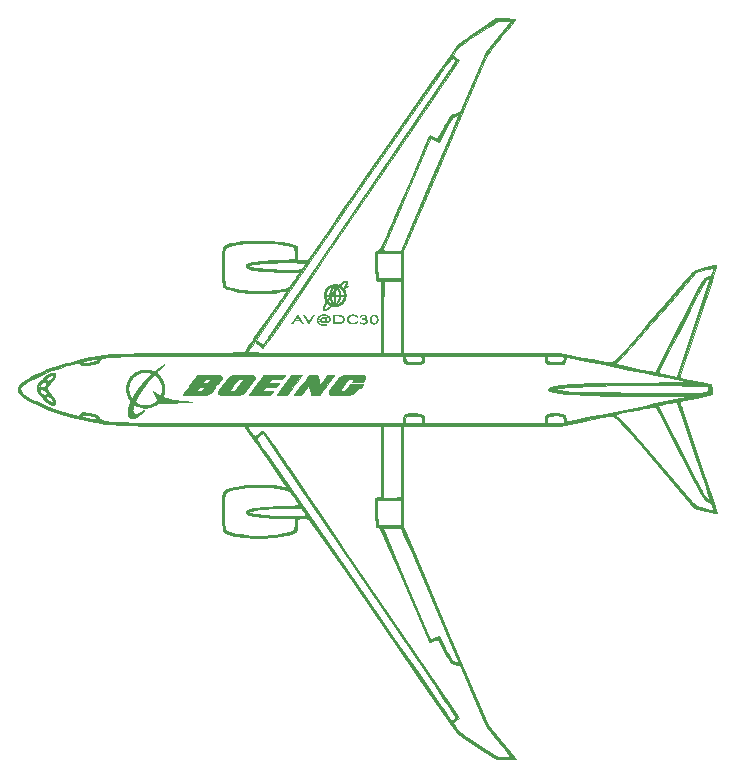
<source format=gbr>
G04 #@! TF.GenerationSoftware,KiCad,Pcbnew,(6.99.0-2452-gdb4f2d9dd8)*
G04 #@! TF.CreationDate,2022-07-21T06:50:33-08:00*
G04 #@! TF.ProjectId,787,3738372e-6b69-4636-9164-5f7063625858,rev?*
G04 #@! TF.SameCoordinates,Original*
G04 #@! TF.FileFunction,Legend,Top*
G04 #@! TF.FilePolarity,Positive*
%FSLAX46Y46*%
G04 Gerber Fmt 4.6, Leading zero omitted, Abs format (unit mm)*
G04 Created by KiCad (PCBNEW (6.99.0-2452-gdb4f2d9dd8)) date 2022-07-21 06:50:33*
%MOMM*%
%LPD*%
G01*
G04 APERTURE LIST*
%ADD10C,0.010000*%
%ADD11C,0.050000*%
%ADD12C,0.150000*%
%ADD13R,1.700000X1.700000*%
%ADD14O,1.700000X1.700000*%
G04 APERTURE END LIST*
D10*
G36*
X130910729Y-87598357D02*
G01*
X130910807Y-87598466D01*
X130910964Y-87598689D01*
X130915741Y-87605554D01*
X130916064Y-87606024D01*
X130921213Y-87613670D01*
X130926334Y-87621343D01*
X130931504Y-87628981D01*
X130888684Y-87676861D01*
X130846160Y-87724970D01*
X130833429Y-87739557D01*
X130820796Y-87754236D01*
X130795620Y-87783674D01*
X130795620Y-87596967D01*
X130827281Y-87562757D01*
X130843205Y-87545736D01*
X130859233Y-87528808D01*
X130910729Y-87598357D01*
G37*
X130910729Y-87598357D02*
X130910807Y-87598466D01*
X130910964Y-87598689D01*
X130915741Y-87605554D01*
X130916064Y-87606024D01*
X130921213Y-87613670D01*
X130926334Y-87621343D01*
X130931504Y-87628981D01*
X130888684Y-87676861D01*
X130846160Y-87724970D01*
X130833429Y-87739557D01*
X130820796Y-87754236D01*
X130795620Y-87783674D01*
X130795620Y-87596967D01*
X130827281Y-87562757D01*
X130843205Y-87545736D01*
X130859233Y-87528808D01*
X130910729Y-87598357D01*
G36*
X133190939Y-94962962D02*
G01*
X133200827Y-94968282D01*
X133210017Y-94973507D01*
X133218561Y-94978690D01*
X133226512Y-94983882D01*
X133233920Y-94989134D01*
X133240839Y-94994498D01*
X133247320Y-95000025D01*
X133253415Y-95005766D01*
X133259176Y-95011773D01*
X133264654Y-95018097D01*
X133269901Y-95024790D01*
X133274970Y-95031903D01*
X133279912Y-95039487D01*
X133284779Y-95047595D01*
X133289623Y-95056276D01*
X133294496Y-95065583D01*
X133300928Y-95079619D01*
X133306225Y-95094150D01*
X133310398Y-95109096D01*
X133313456Y-95124375D01*
X133315408Y-95139903D01*
X133316265Y-95155599D01*
X133316035Y-95171381D01*
X133314729Y-95187167D01*
X133312355Y-95202874D01*
X133308925Y-95218420D01*
X133304446Y-95233723D01*
X133298929Y-95248701D01*
X133292383Y-95263272D01*
X133284818Y-95277354D01*
X133276244Y-95290864D01*
X133266670Y-95303720D01*
X133257988Y-95314744D01*
X133244852Y-95331722D01*
X133212347Y-95374276D01*
X133194900Y-95397183D01*
X133177049Y-95420435D01*
X133160888Y-95441316D01*
X133148512Y-95457106D01*
X133138910Y-95469325D01*
X133130298Y-95480479D01*
X133123619Y-95489339D01*
X133121298Y-95492522D01*
X133119814Y-95494670D01*
X133109688Y-95496161D01*
X133082604Y-95497461D01*
X132984974Y-95499402D01*
X132841756Y-95500318D01*
X132667781Y-95500035D01*
X132220732Y-95497750D01*
X132269273Y-95433227D01*
X132278735Y-95420376D01*
X132287138Y-95408360D01*
X132294494Y-95397129D01*
X132297782Y-95391792D01*
X132300814Y-95386632D01*
X132303589Y-95381642D01*
X132306110Y-95376817D01*
X132308378Y-95372150D01*
X132310395Y-95367634D01*
X132312161Y-95363263D01*
X132313679Y-95359031D01*
X132314950Y-95354932D01*
X132315975Y-95350958D01*
X132316756Y-95347104D01*
X132317295Y-95343363D01*
X132317592Y-95339729D01*
X132317649Y-95336196D01*
X132317469Y-95332757D01*
X132317051Y-95329405D01*
X132316398Y-95326135D01*
X132315511Y-95322940D01*
X132314392Y-95319813D01*
X132313042Y-95316749D01*
X132311463Y-95313740D01*
X132309655Y-95310781D01*
X132307621Y-95307865D01*
X132305363Y-95304986D01*
X132302880Y-95302137D01*
X132300175Y-95299312D01*
X132297121Y-95296425D01*
X132293946Y-95293869D01*
X132290452Y-95291625D01*
X132286441Y-95289673D01*
X132281715Y-95287992D01*
X132276077Y-95286563D01*
X132269329Y-95285366D01*
X132261272Y-95284381D01*
X132240444Y-95282966D01*
X132212009Y-95282157D01*
X132174385Y-95281796D01*
X132125990Y-95281723D01*
X132093864Y-95281921D01*
X132062578Y-95282472D01*
X132032912Y-95283335D01*
X132005645Y-95284475D01*
X131981554Y-95285851D01*
X131961420Y-95287427D01*
X131946020Y-95289163D01*
X131940338Y-95290080D01*
X131936133Y-95291023D01*
X131928093Y-95293523D01*
X131920169Y-95296549D01*
X131912311Y-95300146D01*
X131904464Y-95304362D01*
X131896579Y-95309241D01*
X131888603Y-95314832D01*
X131880484Y-95321181D01*
X131872171Y-95328334D01*
X131863612Y-95336338D01*
X131854754Y-95345238D01*
X131845547Y-95355083D01*
X131835937Y-95365918D01*
X131825875Y-95377790D01*
X131815307Y-95390745D01*
X131804182Y-95404830D01*
X131792448Y-95420092D01*
X131753409Y-95471300D01*
X131739903Y-95488894D01*
X131733005Y-95497750D01*
X131700701Y-95540227D01*
X131633060Y-95629969D01*
X131596489Y-95678237D01*
X131565524Y-95718437D01*
X131553165Y-95734200D01*
X131543432Y-95746374D01*
X131536734Y-95754432D01*
X131534651Y-95756754D01*
X131533479Y-95757851D01*
X131532771Y-95758358D01*
X131532047Y-95758952D01*
X131531313Y-95759623D01*
X131530572Y-95760365D01*
X131529832Y-95761172D01*
X131529097Y-95762034D01*
X131528371Y-95762946D01*
X131527662Y-95763899D01*
X131526973Y-95764886D01*
X131526311Y-95765901D01*
X131525680Y-95766935D01*
X131525085Y-95767982D01*
X131524533Y-95769034D01*
X131524028Y-95770083D01*
X131523576Y-95771123D01*
X131523181Y-95772146D01*
X131522718Y-95773278D01*
X131522065Y-95774637D01*
X131520236Y-95777966D01*
X131517790Y-95781987D01*
X131514823Y-95786557D01*
X131511433Y-95791530D01*
X131507714Y-95796762D01*
X131503765Y-95802108D01*
X131499681Y-95807424D01*
X131448048Y-95875505D01*
X131351956Y-96003432D01*
X131316262Y-96051353D01*
X131301101Y-96071964D01*
X131287613Y-96090524D01*
X131275709Y-96107173D01*
X131265303Y-96122048D01*
X131256305Y-96135287D01*
X131248628Y-96147027D01*
X131242185Y-96157408D01*
X131236885Y-96166567D01*
X131232643Y-96174641D01*
X131229370Y-96181769D01*
X131228069Y-96185021D01*
X131226977Y-96188088D01*
X131226083Y-96190987D01*
X131225376Y-96193737D01*
X131224846Y-96196353D01*
X131224481Y-96198853D01*
X131224270Y-96201254D01*
X131224202Y-96203574D01*
X131224434Y-96212854D01*
X131225279Y-96221076D01*
X131226960Y-96228305D01*
X131229702Y-96234602D01*
X131233729Y-96240032D01*
X131236294Y-96242440D01*
X131239264Y-96244655D01*
X131246531Y-96248537D01*
X131255754Y-96251739D01*
X131267156Y-96254324D01*
X131280963Y-96256355D01*
X131297396Y-96257895D01*
X131316681Y-96259008D01*
X131364699Y-96260201D01*
X131426808Y-96260437D01*
X131474358Y-96260253D01*
X131494621Y-96260049D01*
X131512765Y-96259753D01*
X131528959Y-96259349D01*
X131543371Y-96258823D01*
X131556167Y-96258163D01*
X131567515Y-96257354D01*
X131577584Y-96256382D01*
X131586541Y-96255233D01*
X131594553Y-96253893D01*
X131601789Y-96252349D01*
X131608415Y-96250586D01*
X131614600Y-96248590D01*
X131620512Y-96246348D01*
X131626317Y-96243845D01*
X131633180Y-96240533D01*
X131640096Y-96236816D01*
X131647035Y-96232718D01*
X131653971Y-96228262D01*
X131660877Y-96223474D01*
X131667723Y-96218377D01*
X131674484Y-96212996D01*
X131681131Y-96207354D01*
X131687637Y-96201476D01*
X131693975Y-96195385D01*
X131700116Y-96189107D01*
X131706033Y-96182665D01*
X131711699Y-96176083D01*
X131717085Y-96169385D01*
X131722166Y-96162596D01*
X131726912Y-96155740D01*
X131735384Y-96143391D01*
X131746783Y-96127356D01*
X131774486Y-96089452D01*
X131802273Y-96052482D01*
X131813778Y-96037614D01*
X131822398Y-96026899D01*
X131831938Y-96014826D01*
X131847003Y-95995005D01*
X131865526Y-95970184D01*
X131885439Y-95943114D01*
X131904555Y-95917089D01*
X131920912Y-95895115D01*
X131927513Y-95886369D01*
X131932773Y-95879505D01*
X131936475Y-95874810D01*
X131938400Y-95872575D01*
X131940406Y-95870249D01*
X131944338Y-95865296D01*
X131957047Y-95848735D01*
X131974658Y-95825353D01*
X131995305Y-95797610D01*
X132005989Y-95783305D01*
X132016329Y-95769704D01*
X132026074Y-95757122D01*
X132034969Y-95745877D01*
X132042761Y-95736284D01*
X132049198Y-95728658D01*
X132051830Y-95725682D01*
X132054027Y-95723317D01*
X132055759Y-95721601D01*
X132056995Y-95720575D01*
X132107544Y-95718153D01*
X132234392Y-95716223D01*
X132614607Y-95714065D01*
X132992887Y-95714552D01*
X133117316Y-95715928D01*
X133164481Y-95718135D01*
X133164248Y-95719246D01*
X133163569Y-95720863D01*
X133160986Y-95725471D01*
X133156957Y-95731674D01*
X133151711Y-95739188D01*
X133138469Y-95757019D01*
X133123075Y-95776695D01*
X133107342Y-95795947D01*
X133093084Y-95812506D01*
X133087076Y-95819068D01*
X133082116Y-95824106D01*
X133078431Y-95827336D01*
X133077139Y-95828185D01*
X133076250Y-95828476D01*
X133075852Y-95828502D01*
X133075444Y-95828579D01*
X133075024Y-95828706D01*
X133074596Y-95828881D01*
X133073714Y-95829371D01*
X133072805Y-95830039D01*
X133071876Y-95830876D01*
X133070934Y-95831871D01*
X133069986Y-95833014D01*
X133069040Y-95834295D01*
X133068101Y-95835703D01*
X133067179Y-95837229D01*
X133066279Y-95838863D01*
X133065408Y-95840593D01*
X133064575Y-95842411D01*
X133063786Y-95844305D01*
X133063047Y-95846267D01*
X133062367Y-95848284D01*
X133061135Y-95851648D01*
X133059420Y-95855446D01*
X133054405Y-95864538D01*
X133047049Y-95875937D01*
X133037076Y-95890019D01*
X133024209Y-95907161D01*
X133008174Y-95927739D01*
X132988696Y-95952131D01*
X132965498Y-95980712D01*
X132964206Y-95982319D01*
X132962950Y-95983928D01*
X132961737Y-95985530D01*
X132960573Y-95987114D01*
X132959465Y-95988670D01*
X132958419Y-95990187D01*
X132957442Y-95991655D01*
X132956540Y-95993063D01*
X132955720Y-95994401D01*
X132954988Y-95995659D01*
X132954351Y-95996826D01*
X132953815Y-95997893D01*
X132953386Y-95998848D01*
X132953073Y-95999681D01*
X132952880Y-96000382D01*
X132952830Y-96000679D01*
X132952814Y-96000940D01*
X132952705Y-96001536D01*
X132952384Y-96002346D01*
X132951864Y-96003357D01*
X132951154Y-96004553D01*
X132950265Y-96005922D01*
X132949209Y-96007448D01*
X132946635Y-96010919D01*
X132943519Y-96014854D01*
X132939947Y-96019140D01*
X132936006Y-96023665D01*
X132931781Y-96028318D01*
X132924762Y-96035418D01*
X132921321Y-96038356D01*
X132917732Y-96040928D01*
X132913851Y-96043165D01*
X132909533Y-96045099D01*
X132904634Y-96046761D01*
X132899009Y-96048183D01*
X132892513Y-96049396D01*
X132885002Y-96050432D01*
X132876331Y-96051322D01*
X132866355Y-96052097D01*
X132841911Y-96053430D01*
X132810513Y-96054682D01*
X132793541Y-96055406D01*
X132777670Y-96056290D01*
X132762898Y-96057335D01*
X132749225Y-96058541D01*
X132736651Y-96059909D01*
X132725173Y-96061437D01*
X132714793Y-96063127D01*
X132710013Y-96064033D01*
X132705508Y-96064979D01*
X132701276Y-96065966D01*
X132697318Y-96066993D01*
X132693634Y-96068060D01*
X132690223Y-96069168D01*
X132687086Y-96070317D01*
X132684221Y-96071506D01*
X132681631Y-96072735D01*
X132679313Y-96074005D01*
X132677268Y-96075316D01*
X132675496Y-96076668D01*
X132673997Y-96078060D01*
X132672771Y-96079493D01*
X132671817Y-96080966D01*
X132671136Y-96082480D01*
X132670728Y-96084035D01*
X132670592Y-96085631D01*
X132670360Y-96086735D01*
X132669685Y-96088382D01*
X132667112Y-96093155D01*
X132663096Y-96099655D01*
X132657857Y-96107583D01*
X132644600Y-96126543D01*
X132629116Y-96147659D01*
X132613180Y-96168561D01*
X132598566Y-96186874D01*
X132592309Y-96194318D01*
X132587049Y-96200225D01*
X132583006Y-96204299D01*
X132581511Y-96205555D01*
X132580403Y-96206242D01*
X132580053Y-96206408D01*
X132579708Y-96206603D01*
X132579032Y-96207075D01*
X132578379Y-96207649D01*
X132577753Y-96208319D01*
X132577157Y-96209077D01*
X132576594Y-96209915D01*
X132576068Y-96210825D01*
X132575583Y-96211801D01*
X132575142Y-96212834D01*
X132574748Y-96213917D01*
X132574405Y-96215042D01*
X132574116Y-96216202D01*
X132573886Y-96217389D01*
X132573717Y-96218595D01*
X132573613Y-96219813D01*
X132573578Y-96221036D01*
X132573549Y-96221666D01*
X132573463Y-96222334D01*
X132573128Y-96223771D01*
X132572582Y-96225334D01*
X132571838Y-96227007D01*
X132570906Y-96228776D01*
X132569799Y-96230624D01*
X132568526Y-96232538D01*
X132567101Y-96234503D01*
X132565533Y-96236502D01*
X132563834Y-96238522D01*
X132562016Y-96240548D01*
X132560090Y-96242564D01*
X132558067Y-96244556D01*
X132555958Y-96246508D01*
X132553775Y-96248406D01*
X132551529Y-96250234D01*
X132549283Y-96252050D01*
X132547100Y-96253912D01*
X132544991Y-96255807D01*
X132542968Y-96257720D01*
X132541042Y-96259638D01*
X132539224Y-96261547D01*
X132537525Y-96263434D01*
X132535957Y-96265283D01*
X132534531Y-96267083D01*
X132533259Y-96268818D01*
X132532151Y-96270475D01*
X132531220Y-96272041D01*
X132530476Y-96273501D01*
X132530177Y-96274187D01*
X132529930Y-96274842D01*
X132529735Y-96275464D01*
X132529594Y-96276050D01*
X132529509Y-96276600D01*
X132529480Y-96277111D01*
X132529069Y-96278547D01*
X132527865Y-96280720D01*
X132523265Y-96287097D01*
X132516046Y-96295869D01*
X132506572Y-96306668D01*
X132482326Y-96332855D01*
X132453453Y-96362689D01*
X132422878Y-96393199D01*
X132393528Y-96421416D01*
X132368328Y-96444370D01*
X132358198Y-96452945D01*
X132350203Y-96459091D01*
X132341147Y-96465260D01*
X132330922Y-96471821D01*
X132307591Y-96485799D01*
X132281453Y-96500389D01*
X132253757Y-96514953D01*
X132225747Y-96528855D01*
X132198670Y-96541458D01*
X132173772Y-96552125D01*
X132162530Y-96556534D01*
X132152299Y-96560220D01*
X132133479Y-96566514D01*
X132116753Y-96571760D01*
X132100969Y-96576223D01*
X132084977Y-96580165D01*
X132067625Y-96583850D01*
X132047764Y-96587541D01*
X132024240Y-96591501D01*
X131995905Y-96595993D01*
X131995903Y-96595993D01*
X131995903Y-96595991D01*
X131724523Y-96601470D01*
X131184927Y-96603394D01*
X130649534Y-96601704D01*
X130390764Y-96596341D01*
X130379215Y-96593189D01*
X130367959Y-96589439D01*
X130357009Y-96585115D01*
X130346378Y-96580241D01*
X130336080Y-96574841D01*
X130326128Y-96568937D01*
X130316535Y-96562553D01*
X130307314Y-96555713D01*
X130298479Y-96548440D01*
X130290042Y-96540759D01*
X130282018Y-96532691D01*
X130274420Y-96524261D01*
X130267260Y-96515493D01*
X130260552Y-96506409D01*
X130254310Y-96497034D01*
X130248547Y-96487391D01*
X130243275Y-96477502D01*
X130238508Y-96467393D01*
X130234261Y-96457086D01*
X130230544Y-96446606D01*
X130227373Y-96435974D01*
X130224761Y-96425215D01*
X130222719Y-96414353D01*
X130221263Y-96403411D01*
X130220405Y-96392412D01*
X130220159Y-96381380D01*
X130220537Y-96370339D01*
X130221553Y-96359311D01*
X130223221Y-96348321D01*
X130225553Y-96337392D01*
X130228563Y-96326548D01*
X130232265Y-96315811D01*
X130236580Y-96306859D01*
X130244250Y-96293551D01*
X130267907Y-96256331D01*
X130299754Y-96209069D01*
X130336310Y-96156682D01*
X130374091Y-96104090D01*
X130409616Y-96056208D01*
X130439402Y-96017956D01*
X130451055Y-96003977D01*
X130459967Y-95994250D01*
X130463355Y-95990458D01*
X130468393Y-95984262D01*
X130474837Y-95975990D01*
X130482441Y-95965965D01*
X130500154Y-95941963D01*
X130519577Y-95914862D01*
X130611253Y-95790388D01*
X130762350Y-95589084D01*
X130917214Y-95384736D01*
X131020190Y-95251134D01*
X131034699Y-95233292D01*
X131049517Y-95215910D01*
X131064623Y-95199003D01*
X131079999Y-95182590D01*
X131095624Y-95166686D01*
X131111479Y-95151308D01*
X131127544Y-95136475D01*
X131143800Y-95122201D01*
X131160226Y-95108505D01*
X131176804Y-95095402D01*
X131193512Y-95082911D01*
X131210332Y-95071047D01*
X131227244Y-95059829D01*
X131244228Y-95049271D01*
X131261265Y-95039392D01*
X131278334Y-95030209D01*
X131293972Y-95022232D01*
X131309209Y-95014666D01*
X131323665Y-95007685D01*
X131336961Y-95001463D01*
X131348716Y-94996176D01*
X131358550Y-94991997D01*
X131366084Y-94989101D01*
X131368870Y-94988189D01*
X131370938Y-94987664D01*
X131374728Y-94986828D01*
X131379213Y-94985658D01*
X131384227Y-94984209D01*
X131389604Y-94982533D01*
X131395178Y-94980683D01*
X131400783Y-94978714D01*
X131406253Y-94976679D01*
X131411421Y-94974630D01*
X131440047Y-94964490D01*
X131476245Y-94956704D01*
X131528954Y-94950962D01*
X131607116Y-94946956D01*
X131719669Y-94944378D01*
X131875556Y-94942919D01*
X132353090Y-94942122D01*
X133151251Y-94942122D01*
X133190939Y-94962962D01*
G37*
X133190939Y-94962962D02*
X133200827Y-94968282D01*
X133210017Y-94973507D01*
X133218561Y-94978690D01*
X133226512Y-94983882D01*
X133233920Y-94989134D01*
X133240839Y-94994498D01*
X133247320Y-95000025D01*
X133253415Y-95005766D01*
X133259176Y-95011773D01*
X133264654Y-95018097D01*
X133269901Y-95024790D01*
X133274970Y-95031903D01*
X133279912Y-95039487D01*
X133284779Y-95047595D01*
X133289623Y-95056276D01*
X133294496Y-95065583D01*
X133300928Y-95079619D01*
X133306225Y-95094150D01*
X133310398Y-95109096D01*
X133313456Y-95124375D01*
X133315408Y-95139903D01*
X133316265Y-95155599D01*
X133316035Y-95171381D01*
X133314729Y-95187167D01*
X133312355Y-95202874D01*
X133308925Y-95218420D01*
X133304446Y-95233723D01*
X133298929Y-95248701D01*
X133292383Y-95263272D01*
X133284818Y-95277354D01*
X133276244Y-95290864D01*
X133266670Y-95303720D01*
X133257988Y-95314744D01*
X133244852Y-95331722D01*
X133212347Y-95374276D01*
X133194900Y-95397183D01*
X133177049Y-95420435D01*
X133160888Y-95441316D01*
X133148512Y-95457106D01*
X133138910Y-95469325D01*
X133130298Y-95480479D01*
X133123619Y-95489339D01*
X133121298Y-95492522D01*
X133119814Y-95494670D01*
X133109688Y-95496161D01*
X133082604Y-95497461D01*
X132984974Y-95499402D01*
X132841756Y-95500318D01*
X132667781Y-95500035D01*
X132220732Y-95497750D01*
X132269273Y-95433227D01*
X132278735Y-95420376D01*
X132287138Y-95408360D01*
X132294494Y-95397129D01*
X132297782Y-95391792D01*
X132300814Y-95386632D01*
X132303589Y-95381642D01*
X132306110Y-95376817D01*
X132308378Y-95372150D01*
X132310395Y-95367634D01*
X132312161Y-95363263D01*
X132313679Y-95359031D01*
X132314950Y-95354932D01*
X132315975Y-95350958D01*
X132316756Y-95347104D01*
X132317295Y-95343363D01*
X132317592Y-95339729D01*
X132317649Y-95336196D01*
X132317469Y-95332757D01*
X132317051Y-95329405D01*
X132316398Y-95326135D01*
X132315511Y-95322940D01*
X132314392Y-95319813D01*
X132313042Y-95316749D01*
X132311463Y-95313740D01*
X132309655Y-95310781D01*
X132307621Y-95307865D01*
X132305363Y-95304986D01*
X132302880Y-95302137D01*
X132300175Y-95299312D01*
X132297121Y-95296425D01*
X132293946Y-95293869D01*
X132290452Y-95291625D01*
X132286441Y-95289673D01*
X132281715Y-95287992D01*
X132276077Y-95286563D01*
X132269329Y-95285366D01*
X132261272Y-95284381D01*
X132240444Y-95282966D01*
X132212009Y-95282157D01*
X132174385Y-95281796D01*
X132125990Y-95281723D01*
X132093864Y-95281921D01*
X132062578Y-95282472D01*
X132032912Y-95283335D01*
X132005645Y-95284475D01*
X131981554Y-95285851D01*
X131961420Y-95287427D01*
X131946020Y-95289163D01*
X131940338Y-95290080D01*
X131936133Y-95291023D01*
X131928093Y-95293523D01*
X131920169Y-95296549D01*
X131912311Y-95300146D01*
X131904464Y-95304362D01*
X131896579Y-95309241D01*
X131888603Y-95314832D01*
X131880484Y-95321181D01*
X131872171Y-95328334D01*
X131863612Y-95336338D01*
X131854754Y-95345238D01*
X131845547Y-95355083D01*
X131835937Y-95365918D01*
X131825875Y-95377790D01*
X131815307Y-95390745D01*
X131804182Y-95404830D01*
X131792448Y-95420092D01*
X131753409Y-95471300D01*
X131739903Y-95488894D01*
X131733005Y-95497750D01*
X131700701Y-95540227D01*
X131633060Y-95629969D01*
X131596489Y-95678237D01*
X131565524Y-95718437D01*
X131553165Y-95734200D01*
X131543432Y-95746374D01*
X131536734Y-95754432D01*
X131534651Y-95756754D01*
X131533479Y-95757851D01*
X131532771Y-95758358D01*
X131532047Y-95758952D01*
X131531313Y-95759623D01*
X131530572Y-95760365D01*
X131529832Y-95761172D01*
X131529097Y-95762034D01*
X131528371Y-95762946D01*
X131527662Y-95763899D01*
X131526973Y-95764886D01*
X131526311Y-95765901D01*
X131525680Y-95766935D01*
X131525085Y-95767982D01*
X131524533Y-95769034D01*
X131524028Y-95770083D01*
X131523576Y-95771123D01*
X131523181Y-95772146D01*
X131522718Y-95773278D01*
X131522065Y-95774637D01*
X131520236Y-95777966D01*
X131517790Y-95781987D01*
X131514823Y-95786557D01*
X131511433Y-95791530D01*
X131507714Y-95796762D01*
X131503765Y-95802108D01*
X131499681Y-95807424D01*
X131448048Y-95875505D01*
X131351956Y-96003432D01*
X131316262Y-96051353D01*
X131301101Y-96071964D01*
X131287613Y-96090524D01*
X131275709Y-96107173D01*
X131265303Y-96122048D01*
X131256305Y-96135287D01*
X131248628Y-96147027D01*
X131242185Y-96157408D01*
X131236885Y-96166567D01*
X131232643Y-96174641D01*
X131229370Y-96181769D01*
X131228069Y-96185021D01*
X131226977Y-96188088D01*
X131226083Y-96190987D01*
X131225376Y-96193737D01*
X131224846Y-96196353D01*
X131224481Y-96198853D01*
X131224270Y-96201254D01*
X131224202Y-96203574D01*
X131224434Y-96212854D01*
X131225279Y-96221076D01*
X131226960Y-96228305D01*
X131229702Y-96234602D01*
X131233729Y-96240032D01*
X131236294Y-96242440D01*
X131239264Y-96244655D01*
X131246531Y-96248537D01*
X131255754Y-96251739D01*
X131267156Y-96254324D01*
X131280963Y-96256355D01*
X131297396Y-96257895D01*
X131316681Y-96259008D01*
X131364699Y-96260201D01*
X131426808Y-96260437D01*
X131474358Y-96260253D01*
X131494621Y-96260049D01*
X131512765Y-96259753D01*
X131528959Y-96259349D01*
X131543371Y-96258823D01*
X131556167Y-96258163D01*
X131567515Y-96257354D01*
X131577584Y-96256382D01*
X131586541Y-96255233D01*
X131594553Y-96253893D01*
X131601789Y-96252349D01*
X131608415Y-96250586D01*
X131614600Y-96248590D01*
X131620512Y-96246348D01*
X131626317Y-96243845D01*
X131633180Y-96240533D01*
X131640096Y-96236816D01*
X131647035Y-96232718D01*
X131653971Y-96228262D01*
X131660877Y-96223474D01*
X131667723Y-96218377D01*
X131674484Y-96212996D01*
X131681131Y-96207354D01*
X131687637Y-96201476D01*
X131693975Y-96195385D01*
X131700116Y-96189107D01*
X131706033Y-96182665D01*
X131711699Y-96176083D01*
X131717085Y-96169385D01*
X131722166Y-96162596D01*
X131726912Y-96155740D01*
X131735384Y-96143391D01*
X131746783Y-96127356D01*
X131774486Y-96089452D01*
X131802273Y-96052482D01*
X131813778Y-96037614D01*
X131822398Y-96026899D01*
X131831938Y-96014826D01*
X131847003Y-95995005D01*
X131865526Y-95970184D01*
X131885439Y-95943114D01*
X131904555Y-95917089D01*
X131920912Y-95895115D01*
X131927513Y-95886369D01*
X131932773Y-95879505D01*
X131936475Y-95874810D01*
X131938400Y-95872575D01*
X131940406Y-95870249D01*
X131944338Y-95865296D01*
X131957047Y-95848735D01*
X131974658Y-95825353D01*
X131995305Y-95797610D01*
X132005989Y-95783305D01*
X132016329Y-95769704D01*
X132026074Y-95757122D01*
X132034969Y-95745877D01*
X132042761Y-95736284D01*
X132049198Y-95728658D01*
X132051830Y-95725682D01*
X132054027Y-95723317D01*
X132055759Y-95721601D01*
X132056995Y-95720575D01*
X132107544Y-95718153D01*
X132234392Y-95716223D01*
X132614607Y-95714065D01*
X132992887Y-95714552D01*
X133117316Y-95715928D01*
X133164481Y-95718135D01*
X133164248Y-95719246D01*
X133163569Y-95720863D01*
X133160986Y-95725471D01*
X133156957Y-95731674D01*
X133151711Y-95739188D01*
X133138469Y-95757019D01*
X133123075Y-95776695D01*
X133107342Y-95795947D01*
X133093084Y-95812506D01*
X133087076Y-95819068D01*
X133082116Y-95824106D01*
X133078431Y-95827336D01*
X133077139Y-95828185D01*
X133076250Y-95828476D01*
X133075852Y-95828502D01*
X133075444Y-95828579D01*
X133075024Y-95828706D01*
X133074596Y-95828881D01*
X133073714Y-95829371D01*
X133072805Y-95830039D01*
X133071876Y-95830876D01*
X133070934Y-95831871D01*
X133069986Y-95833014D01*
X133069040Y-95834295D01*
X133068101Y-95835703D01*
X133067179Y-95837229D01*
X133066279Y-95838863D01*
X133065408Y-95840593D01*
X133064575Y-95842411D01*
X133063786Y-95844305D01*
X133063047Y-95846267D01*
X133062367Y-95848284D01*
X133061135Y-95851648D01*
X133059420Y-95855446D01*
X133054405Y-95864538D01*
X133047049Y-95875937D01*
X133037076Y-95890019D01*
X133024209Y-95907161D01*
X133008174Y-95927739D01*
X132988696Y-95952131D01*
X132965498Y-95980712D01*
X132964206Y-95982319D01*
X132962950Y-95983928D01*
X132961737Y-95985530D01*
X132960573Y-95987114D01*
X132959465Y-95988670D01*
X132958419Y-95990187D01*
X132957442Y-95991655D01*
X132956540Y-95993063D01*
X132955720Y-95994401D01*
X132954988Y-95995659D01*
X132954351Y-95996826D01*
X132953815Y-95997893D01*
X132953386Y-95998848D01*
X132953073Y-95999681D01*
X132952880Y-96000382D01*
X132952830Y-96000679D01*
X132952814Y-96000940D01*
X132952705Y-96001536D01*
X132952384Y-96002346D01*
X132951864Y-96003357D01*
X132951154Y-96004553D01*
X132950265Y-96005922D01*
X132949209Y-96007448D01*
X132946635Y-96010919D01*
X132943519Y-96014854D01*
X132939947Y-96019140D01*
X132936006Y-96023665D01*
X132931781Y-96028318D01*
X132924762Y-96035418D01*
X132921321Y-96038356D01*
X132917732Y-96040928D01*
X132913851Y-96043165D01*
X132909533Y-96045099D01*
X132904634Y-96046761D01*
X132899009Y-96048183D01*
X132892513Y-96049396D01*
X132885002Y-96050432D01*
X132876331Y-96051322D01*
X132866355Y-96052097D01*
X132841911Y-96053430D01*
X132810513Y-96054682D01*
X132793541Y-96055406D01*
X132777670Y-96056290D01*
X132762898Y-96057335D01*
X132749225Y-96058541D01*
X132736651Y-96059909D01*
X132725173Y-96061437D01*
X132714793Y-96063127D01*
X132710013Y-96064033D01*
X132705508Y-96064979D01*
X132701276Y-96065966D01*
X132697318Y-96066993D01*
X132693634Y-96068060D01*
X132690223Y-96069168D01*
X132687086Y-96070317D01*
X132684221Y-96071506D01*
X132681631Y-96072735D01*
X132679313Y-96074005D01*
X132677268Y-96075316D01*
X132675496Y-96076668D01*
X132673997Y-96078060D01*
X132672771Y-96079493D01*
X132671817Y-96080966D01*
X132671136Y-96082480D01*
X132670728Y-96084035D01*
X132670592Y-96085631D01*
X132670360Y-96086735D01*
X132669685Y-96088382D01*
X132667112Y-96093155D01*
X132663096Y-96099655D01*
X132657857Y-96107583D01*
X132644600Y-96126543D01*
X132629116Y-96147659D01*
X132613180Y-96168561D01*
X132598566Y-96186874D01*
X132592309Y-96194318D01*
X132587049Y-96200225D01*
X132583006Y-96204299D01*
X132581511Y-96205555D01*
X132580403Y-96206242D01*
X132580053Y-96206408D01*
X132579708Y-96206603D01*
X132579032Y-96207075D01*
X132578379Y-96207649D01*
X132577753Y-96208319D01*
X132577157Y-96209077D01*
X132576594Y-96209915D01*
X132576068Y-96210825D01*
X132575583Y-96211801D01*
X132575142Y-96212834D01*
X132574748Y-96213917D01*
X132574405Y-96215042D01*
X132574116Y-96216202D01*
X132573886Y-96217389D01*
X132573717Y-96218595D01*
X132573613Y-96219813D01*
X132573578Y-96221036D01*
X132573549Y-96221666D01*
X132573463Y-96222334D01*
X132573128Y-96223771D01*
X132572582Y-96225334D01*
X132571838Y-96227007D01*
X132570906Y-96228776D01*
X132569799Y-96230624D01*
X132568526Y-96232538D01*
X132567101Y-96234503D01*
X132565533Y-96236502D01*
X132563834Y-96238522D01*
X132562016Y-96240548D01*
X132560090Y-96242564D01*
X132558067Y-96244556D01*
X132555958Y-96246508D01*
X132553775Y-96248406D01*
X132551529Y-96250234D01*
X132549283Y-96252050D01*
X132547100Y-96253912D01*
X132544991Y-96255807D01*
X132542968Y-96257720D01*
X132541042Y-96259638D01*
X132539224Y-96261547D01*
X132537525Y-96263434D01*
X132535957Y-96265283D01*
X132534531Y-96267083D01*
X132533259Y-96268818D01*
X132532151Y-96270475D01*
X132531220Y-96272041D01*
X132530476Y-96273501D01*
X132530177Y-96274187D01*
X132529930Y-96274842D01*
X132529735Y-96275464D01*
X132529594Y-96276050D01*
X132529509Y-96276600D01*
X132529480Y-96277111D01*
X132529069Y-96278547D01*
X132527865Y-96280720D01*
X132523265Y-96287097D01*
X132516046Y-96295869D01*
X132506572Y-96306668D01*
X132482326Y-96332855D01*
X132453453Y-96362689D01*
X132422878Y-96393199D01*
X132393528Y-96421416D01*
X132368328Y-96444370D01*
X132358198Y-96452945D01*
X132350203Y-96459091D01*
X132341147Y-96465260D01*
X132330922Y-96471821D01*
X132307591Y-96485799D01*
X132281453Y-96500389D01*
X132253757Y-96514953D01*
X132225747Y-96528855D01*
X132198670Y-96541458D01*
X132173772Y-96552125D01*
X132162530Y-96556534D01*
X132152299Y-96560220D01*
X132133479Y-96566514D01*
X132116753Y-96571760D01*
X132100969Y-96576223D01*
X132084977Y-96580165D01*
X132067625Y-96583850D01*
X132047764Y-96587541D01*
X132024240Y-96591501D01*
X131995905Y-96595993D01*
X131995903Y-96595993D01*
X131995903Y-96595991D01*
X131724523Y-96601470D01*
X131184927Y-96603394D01*
X130649534Y-96601704D01*
X130390764Y-96596341D01*
X130379215Y-96593189D01*
X130367959Y-96589439D01*
X130357009Y-96585115D01*
X130346378Y-96580241D01*
X130336080Y-96574841D01*
X130326128Y-96568937D01*
X130316535Y-96562553D01*
X130307314Y-96555713D01*
X130298479Y-96548440D01*
X130290042Y-96540759D01*
X130282018Y-96532691D01*
X130274420Y-96524261D01*
X130267260Y-96515493D01*
X130260552Y-96506409D01*
X130254310Y-96497034D01*
X130248547Y-96487391D01*
X130243275Y-96477502D01*
X130238508Y-96467393D01*
X130234261Y-96457086D01*
X130230544Y-96446606D01*
X130227373Y-96435974D01*
X130224761Y-96425215D01*
X130222719Y-96414353D01*
X130221263Y-96403411D01*
X130220405Y-96392412D01*
X130220159Y-96381380D01*
X130220537Y-96370339D01*
X130221553Y-96359311D01*
X130223221Y-96348321D01*
X130225553Y-96337392D01*
X130228563Y-96326548D01*
X130232265Y-96315811D01*
X130236580Y-96306859D01*
X130244250Y-96293551D01*
X130267907Y-96256331D01*
X130299754Y-96209069D01*
X130336310Y-96156682D01*
X130374091Y-96104090D01*
X130409616Y-96056208D01*
X130439402Y-96017956D01*
X130451055Y-96003977D01*
X130459967Y-95994250D01*
X130463355Y-95990458D01*
X130468393Y-95984262D01*
X130474837Y-95975990D01*
X130482441Y-95965965D01*
X130500154Y-95941963D01*
X130519577Y-95914862D01*
X130611253Y-95790388D01*
X130762350Y-95589084D01*
X130917214Y-95384736D01*
X131020190Y-95251134D01*
X131034699Y-95233292D01*
X131049517Y-95215910D01*
X131064623Y-95199003D01*
X131079999Y-95182590D01*
X131095624Y-95166686D01*
X131111479Y-95151308D01*
X131127544Y-95136475D01*
X131143800Y-95122201D01*
X131160226Y-95108505D01*
X131176804Y-95095402D01*
X131193512Y-95082911D01*
X131210332Y-95071047D01*
X131227244Y-95059829D01*
X131244228Y-95049271D01*
X131261265Y-95039392D01*
X131278334Y-95030209D01*
X131293972Y-95022232D01*
X131309209Y-95014666D01*
X131323665Y-95007685D01*
X131336961Y-95001463D01*
X131348716Y-94996176D01*
X131358550Y-94991997D01*
X131366084Y-94989101D01*
X131368870Y-94988189D01*
X131370938Y-94987664D01*
X131374728Y-94986828D01*
X131379213Y-94985658D01*
X131384227Y-94984209D01*
X131389604Y-94982533D01*
X131395178Y-94980683D01*
X131400783Y-94978714D01*
X131406253Y-94976679D01*
X131411421Y-94974630D01*
X131440047Y-94964490D01*
X131476245Y-94956704D01*
X131528954Y-94950962D01*
X131607116Y-94946956D01*
X131719669Y-94944378D01*
X131875556Y-94942919D01*
X132353090Y-94942122D01*
X133151251Y-94942122D01*
X133190939Y-94962962D01*
G36*
X118147786Y-96217529D02*
G01*
X118159646Y-96201630D01*
X118189794Y-96160467D01*
X118226838Y-96110834D01*
X118308533Y-96003219D01*
X118378570Y-95912913D01*
X118401039Y-95884916D01*
X118407706Y-95877073D01*
X118410783Y-95874044D01*
X118411172Y-95873883D01*
X118411556Y-95873702D01*
X118412307Y-95873285D01*
X118413033Y-95872799D01*
X118413729Y-95872250D01*
X118414392Y-95871643D01*
X118415018Y-95870985D01*
X118415602Y-95870281D01*
X118416142Y-95869537D01*
X118416633Y-95868759D01*
X118417071Y-95867952D01*
X118417452Y-95867122D01*
X118417772Y-95866275D01*
X118418029Y-95865417D01*
X118418216Y-95864553D01*
X118418332Y-95863689D01*
X118418361Y-95863259D01*
X118418371Y-95862831D01*
X118418878Y-95860980D01*
X118420365Y-95857945D01*
X118426097Y-95848583D01*
X118435191Y-95835255D01*
X118447272Y-95818475D01*
X118461965Y-95798752D01*
X118478894Y-95776600D01*
X118497684Y-95752530D01*
X118517960Y-95727053D01*
X118623957Y-95585282D01*
X119529619Y-95585282D01*
X119530739Y-95585799D01*
X119534026Y-95586301D01*
X119546658Y-95587251D01*
X119593052Y-95588864D01*
X119661715Y-95589952D01*
X119745563Y-95590352D01*
X119961506Y-95590352D01*
X120004851Y-95563681D01*
X120009395Y-95560794D01*
X120014065Y-95557653D01*
X120018826Y-95554289D01*
X120023643Y-95550733D01*
X120028481Y-95547015D01*
X120033304Y-95543165D01*
X120038079Y-95539214D01*
X120042769Y-95535193D01*
X120047341Y-95531132D01*
X120051758Y-95527061D01*
X120055986Y-95523012D01*
X120059990Y-95519014D01*
X120063736Y-95515099D01*
X120067187Y-95511296D01*
X120070310Y-95507637D01*
X120073068Y-95504151D01*
X120092695Y-95478352D01*
X120100268Y-95468488D01*
X120104952Y-95462471D01*
X120117570Y-95446368D01*
X120128815Y-95431498D01*
X120138718Y-95417767D01*
X120147310Y-95405084D01*
X120151124Y-95399107D01*
X120154622Y-95393357D01*
X120157808Y-95387822D01*
X120160686Y-95382492D01*
X120163260Y-95377354D01*
X120165533Y-95372398D01*
X120167509Y-95367611D01*
X120169193Y-95362982D01*
X120170588Y-95358500D01*
X120171699Y-95354152D01*
X120172528Y-95349929D01*
X120173081Y-95345817D01*
X120173360Y-95341805D01*
X120173370Y-95337882D01*
X120173115Y-95334037D01*
X120172598Y-95330258D01*
X120171824Y-95326532D01*
X120170796Y-95322849D01*
X120169518Y-95319198D01*
X120167995Y-95315566D01*
X120166230Y-95311942D01*
X120164226Y-95308315D01*
X120161989Y-95304673D01*
X120159521Y-95301004D01*
X120154485Y-95294498D01*
X120151598Y-95291864D01*
X120148047Y-95289606D01*
X120143517Y-95287697D01*
X120137694Y-95286110D01*
X120130264Y-95284819D01*
X120120912Y-95283795D01*
X120095189Y-95282443D01*
X120058010Y-95281836D01*
X119939232Y-95281994D01*
X119897813Y-95282290D01*
X119859246Y-95282803D01*
X119824367Y-95283506D01*
X119794018Y-95284370D01*
X119769036Y-95285367D01*
X119750260Y-95286470D01*
X119743462Y-95287052D01*
X119738531Y-95287649D01*
X119735570Y-95288259D01*
X119734862Y-95288567D01*
X119734686Y-95288877D01*
X119734881Y-95290003D01*
X119734865Y-95291350D01*
X119734649Y-95292903D01*
X119734245Y-95294642D01*
X119733665Y-95296550D01*
X119732922Y-95298610D01*
X119730992Y-95303111D01*
X119728552Y-95308003D01*
X119725698Y-95313144D01*
X119722526Y-95318390D01*
X119719133Y-95323599D01*
X119715614Y-95328628D01*
X119712067Y-95333335D01*
X119708587Y-95337576D01*
X119705271Y-95341211D01*
X119702215Y-95344094D01*
X119700814Y-95345210D01*
X119699515Y-95346085D01*
X119698329Y-95346701D01*
X119697268Y-95347040D01*
X119696345Y-95347085D01*
X119695570Y-95346817D01*
X119695201Y-95346606D01*
X119694837Y-95346432D01*
X119694478Y-95346295D01*
X119694124Y-95346193D01*
X119693776Y-95346126D01*
X119693435Y-95346094D01*
X119693101Y-95346096D01*
X119692774Y-95346132D01*
X119692456Y-95346200D01*
X119692145Y-95346301D01*
X119691844Y-95346434D01*
X119691552Y-95346598D01*
X119691269Y-95346793D01*
X119690997Y-95347017D01*
X119690735Y-95347272D01*
X119690485Y-95347555D01*
X119690246Y-95347867D01*
X119690019Y-95348207D01*
X119689805Y-95348574D01*
X119689604Y-95348968D01*
X119689416Y-95349388D01*
X119689242Y-95349834D01*
X119688938Y-95350801D01*
X119688695Y-95351863D01*
X119688517Y-95353016D01*
X119688407Y-95354257D01*
X119688370Y-95355580D01*
X119688198Y-95357131D01*
X119687695Y-95359040D01*
X119686876Y-95361280D01*
X119685760Y-95363825D01*
X119684363Y-95366647D01*
X119682702Y-95369719D01*
X119680793Y-95373015D01*
X119678655Y-95376506D01*
X119673755Y-95383970D01*
X119668139Y-95391895D01*
X119661941Y-95400065D01*
X119655297Y-95408263D01*
X119639335Y-95428150D01*
X119620141Y-95453331D01*
X119599366Y-95481479D01*
X119578664Y-95510268D01*
X119559686Y-95537370D01*
X119544084Y-95560458D01*
X119533512Y-95577204D01*
X119530628Y-95582472D01*
X119529620Y-95585282D01*
X119529619Y-95585282D01*
X118623957Y-95585282D01*
X118663531Y-95532352D01*
X118768286Y-95392203D01*
X118805561Y-95342667D01*
X118825675Y-95316275D01*
X118838213Y-95300028D01*
X118854863Y-95278110D01*
X118891816Y-95228754D01*
X118908057Y-95206904D01*
X118921804Y-95188564D01*
X118933414Y-95173282D01*
X118943239Y-95160609D01*
X118951635Y-95150093D01*
X118958956Y-95141283D01*
X118965556Y-95133728D01*
X118971791Y-95126976D01*
X118972914Y-95125755D01*
X118974006Y-95124493D01*
X118975060Y-95123200D01*
X118976072Y-95121886D01*
X118977035Y-95120560D01*
X118977944Y-95119233D01*
X118978793Y-95117914D01*
X118979577Y-95116612D01*
X118980290Y-95115338D01*
X118980926Y-95114101D01*
X118981480Y-95112911D01*
X118981945Y-95111778D01*
X118982317Y-95110711D01*
X118982590Y-95109720D01*
X118982758Y-95108815D01*
X118982801Y-95108397D01*
X118982815Y-95108005D01*
X118982844Y-95107606D01*
X118982930Y-95107170D01*
X118983265Y-95106189D01*
X118983811Y-95105076D01*
X118984555Y-95103842D01*
X118985486Y-95102500D01*
X118986594Y-95101062D01*
X118987866Y-95099540D01*
X118989292Y-95097946D01*
X118990859Y-95096293D01*
X118992558Y-95094593D01*
X118994376Y-95092858D01*
X118996302Y-95091101D01*
X118998325Y-95089333D01*
X119000434Y-95087568D01*
X119002617Y-95085816D01*
X119004863Y-95084092D01*
X119007109Y-95082350D01*
X119009292Y-95080549D01*
X119011401Y-95078702D01*
X119013424Y-95076824D01*
X119015350Y-95074929D01*
X119017168Y-95073030D01*
X119018867Y-95071142D01*
X119020435Y-95069277D01*
X119021860Y-95067451D01*
X119023133Y-95065678D01*
X119024240Y-95063970D01*
X119025172Y-95062343D01*
X119025916Y-95060809D01*
X119026214Y-95060082D01*
X119026462Y-95059383D01*
X119026656Y-95058715D01*
X119026797Y-95058080D01*
X119026883Y-95057478D01*
X119026912Y-95056912D01*
X119027029Y-95055697D01*
X119027374Y-95054255D01*
X119027936Y-95052605D01*
X119028701Y-95050766D01*
X119029659Y-95048755D01*
X119030799Y-95046592D01*
X119032107Y-95044295D01*
X119033574Y-95041883D01*
X119035186Y-95039374D01*
X119036934Y-95036787D01*
X119038804Y-95034140D01*
X119040785Y-95031452D01*
X119042866Y-95028743D01*
X119045035Y-95026029D01*
X119047281Y-95023330D01*
X119049591Y-95020665D01*
X119060170Y-95008453D01*
X119072208Y-94994147D01*
X119084223Y-94979527D01*
X119094735Y-94966376D01*
X119117199Y-94937713D01*
X120032171Y-94937713D01*
X120322919Y-94937894D01*
X120552535Y-94938550D01*
X120728154Y-94939853D01*
X120797946Y-94940800D01*
X120856915Y-94941974D01*
X120905954Y-94943395D01*
X120945954Y-94945085D01*
X120977808Y-94947065D01*
X121002408Y-94949357D01*
X121020646Y-94951982D01*
X121027657Y-94953426D01*
X121033413Y-94954961D01*
X121038025Y-94956591D01*
X121041603Y-94958317D01*
X121044260Y-94960142D01*
X121046107Y-94962070D01*
X121046672Y-94962746D01*
X121047355Y-94963429D01*
X121048148Y-94964114D01*
X121049041Y-94964797D01*
X121050025Y-94965472D01*
X121051091Y-94966135D01*
X121052229Y-94966782D01*
X121053430Y-94967408D01*
X121054686Y-94968008D01*
X121055986Y-94968577D01*
X121057321Y-94969112D01*
X121058682Y-94969607D01*
X121060060Y-94970057D01*
X121061446Y-94970459D01*
X121062830Y-94970808D01*
X121064203Y-94971098D01*
X121065742Y-94971553D01*
X121067614Y-94972384D01*
X121069792Y-94973571D01*
X121072252Y-94975093D01*
X121074967Y-94976929D01*
X121077912Y-94979059D01*
X121081061Y-94981460D01*
X121084389Y-94984113D01*
X121091476Y-94990088D01*
X121098968Y-94996818D01*
X121106659Y-95004135D01*
X121114343Y-95011872D01*
X121123649Y-95022057D01*
X121132187Y-95032526D01*
X121139956Y-95043269D01*
X121146953Y-95054276D01*
X121153175Y-95065539D01*
X121158620Y-95077049D01*
X121163285Y-95088796D01*
X121167167Y-95100771D01*
X121170264Y-95112966D01*
X121172573Y-95125371D01*
X121174092Y-95137977D01*
X121174818Y-95150776D01*
X121174748Y-95163757D01*
X121173879Y-95176912D01*
X121172210Y-95190231D01*
X121169737Y-95203707D01*
X121168571Y-95209032D01*
X121167354Y-95214259D01*
X121166098Y-95219359D01*
X121164811Y-95224301D01*
X121163504Y-95229058D01*
X121162187Y-95233599D01*
X121160868Y-95237896D01*
X121159559Y-95241919D01*
X121158269Y-95245639D01*
X121157008Y-95249027D01*
X121155785Y-95252053D01*
X121154610Y-95254688D01*
X121153494Y-95256904D01*
X121152446Y-95258670D01*
X121151951Y-95259375D01*
X121151476Y-95259958D01*
X121151023Y-95260413D01*
X121150594Y-95260738D01*
X121149726Y-95261358D01*
X121148801Y-95262177D01*
X121147827Y-95263180D01*
X121146811Y-95264355D01*
X121145763Y-95265688D01*
X121144690Y-95267166D01*
X121143601Y-95268774D01*
X121142503Y-95270501D01*
X121141406Y-95272331D01*
X121140318Y-95274253D01*
X121139246Y-95276252D01*
X121138200Y-95278315D01*
X121137187Y-95280429D01*
X121136216Y-95282580D01*
X121135295Y-95284754D01*
X121134433Y-95286939D01*
X121133540Y-95289098D01*
X121132529Y-95291196D01*
X121131413Y-95293223D01*
X121130202Y-95295167D01*
X121128908Y-95297018D01*
X121127542Y-95298766D01*
X121126115Y-95300398D01*
X121124639Y-95301905D01*
X121123125Y-95303276D01*
X121121584Y-95304498D01*
X121120028Y-95305563D01*
X121119247Y-95306032D01*
X121118467Y-95306458D01*
X121117689Y-95306839D01*
X121116913Y-95307173D01*
X121116143Y-95307460D01*
X121115378Y-95307698D01*
X121114621Y-95307885D01*
X121113872Y-95308020D01*
X121113134Y-95308102D01*
X121112408Y-95308130D01*
X121111698Y-95308140D01*
X121111010Y-95308170D01*
X121110344Y-95308220D01*
X121109700Y-95308288D01*
X121109080Y-95308375D01*
X121108483Y-95308480D01*
X121107910Y-95308602D01*
X121107363Y-95308742D01*
X121106841Y-95308897D01*
X121106345Y-95309069D01*
X121105875Y-95309256D01*
X121105433Y-95309458D01*
X121105019Y-95309675D01*
X121104634Y-95309905D01*
X121104277Y-95310149D01*
X121103950Y-95310406D01*
X121103653Y-95310676D01*
X121103387Y-95310957D01*
X121103152Y-95311250D01*
X121102950Y-95311554D01*
X121102779Y-95311869D01*
X121102643Y-95312193D01*
X121102539Y-95312527D01*
X121102471Y-95312870D01*
X121102437Y-95313221D01*
X121102438Y-95313581D01*
X121102476Y-95313948D01*
X121102551Y-95314322D01*
X121102663Y-95314702D01*
X121102812Y-95315089D01*
X121103001Y-95315481D01*
X121103228Y-95315878D01*
X121103425Y-95316676D01*
X121103297Y-95317884D01*
X121102118Y-95321453D01*
X121099793Y-95326434D01*
X121096423Y-95332678D01*
X121086952Y-95348358D01*
X121074515Y-95367295D01*
X121059922Y-95388294D01*
X121043983Y-95410157D01*
X121027506Y-95431690D01*
X121011303Y-95451695D01*
X121003743Y-95461098D01*
X120989838Y-95478735D01*
X120950915Y-95528617D01*
X120939668Y-95542714D01*
X120927378Y-95557431D01*
X120914442Y-95572335D01*
X120901257Y-95586990D01*
X120888221Y-95600963D01*
X120875731Y-95613820D01*
X120864185Y-95625127D01*
X120858891Y-95630063D01*
X120853981Y-95634449D01*
X120840766Y-95645564D01*
X120826528Y-95656812D01*
X120811403Y-95668115D01*
X120795525Y-95679393D01*
X120779032Y-95690569D01*
X120762057Y-95701563D01*
X120744738Y-95712297D01*
X120727209Y-95722693D01*
X120709605Y-95732672D01*
X120692063Y-95742155D01*
X120674718Y-95751063D01*
X120657706Y-95759319D01*
X120641162Y-95766843D01*
X120625221Y-95773556D01*
X120610020Y-95779381D01*
X120595693Y-95784239D01*
X120582490Y-95788458D01*
X120569915Y-95792617D01*
X120558262Y-95796607D01*
X120547826Y-95800324D01*
X120538898Y-95803658D01*
X120531774Y-95806504D01*
X120528980Y-95807711D01*
X120526746Y-95808756D01*
X120525110Y-95809624D01*
X120524109Y-95810305D01*
X120523809Y-95810631D01*
X120523580Y-95811026D01*
X120523420Y-95811489D01*
X120523330Y-95812017D01*
X120523306Y-95812608D01*
X120523349Y-95813260D01*
X120523628Y-95814737D01*
X120524156Y-95816431D01*
X120524924Y-95818324D01*
X120525921Y-95820400D01*
X120527138Y-95822640D01*
X120528564Y-95825027D01*
X120530189Y-95827543D01*
X120532004Y-95830172D01*
X120533999Y-95832896D01*
X120536163Y-95835696D01*
X120538487Y-95838556D01*
X120540961Y-95841459D01*
X120543574Y-95844386D01*
X120551294Y-95853474D01*
X120558276Y-95863001D01*
X120564512Y-95872923D01*
X120569995Y-95883197D01*
X120574716Y-95893779D01*
X120578669Y-95904625D01*
X120581844Y-95915692D01*
X120584236Y-95926935D01*
X120585835Y-95938311D01*
X120586634Y-95949776D01*
X120586626Y-95961286D01*
X120585802Y-95972798D01*
X120584156Y-95984268D01*
X120581678Y-95995653D01*
X120578362Y-96006907D01*
X120574200Y-96017988D01*
X120568551Y-96029097D01*
X120559187Y-96044603D01*
X120531175Y-96086364D01*
X120493873Y-96138389D01*
X120450991Y-96195796D01*
X120406238Y-96253705D01*
X120363325Y-96307233D01*
X120325961Y-96351499D01*
X120310520Y-96368633D01*
X120297856Y-96381621D01*
X120278625Y-96399508D01*
X120258688Y-96416807D01*
X120238085Y-96433497D01*
X120216855Y-96449555D01*
X120195040Y-96464960D01*
X120172677Y-96479689D01*
X120149808Y-96493722D01*
X120126473Y-96507035D01*
X120102710Y-96519608D01*
X120078560Y-96531418D01*
X120054062Y-96542443D01*
X120029257Y-96552662D01*
X120004183Y-96562052D01*
X119978882Y-96570592D01*
X119953393Y-96578260D01*
X119927755Y-96585034D01*
X119927758Y-96585031D01*
X119903771Y-96589347D01*
X119865350Y-96592773D01*
X119711909Y-96597490D01*
X119400848Y-96600257D01*
X118865578Y-96602146D01*
X117861984Y-96604856D01*
X117872476Y-96585252D01*
X117875504Y-96580106D01*
X117879977Y-96573213D01*
X117892453Y-96555243D01*
X117908294Y-96533459D01*
X117925894Y-96509979D01*
X117943644Y-96486919D01*
X117959936Y-96466396D01*
X117973163Y-96450527D01*
X117978124Y-96444999D01*
X117981717Y-96441429D01*
X117982763Y-96440462D01*
X117983833Y-96439387D01*
X117984919Y-96438217D01*
X117986014Y-96436961D01*
X117987109Y-96435631D01*
X117988196Y-96434240D01*
X117989268Y-96432797D01*
X117990318Y-96431314D01*
X117991336Y-96429803D01*
X117992316Y-96428275D01*
X117993250Y-96426742D01*
X117994129Y-96425213D01*
X117994946Y-96423702D01*
X117995694Y-96422218D01*
X117996363Y-96420774D01*
X117996948Y-96419381D01*
X117999439Y-96414865D01*
X118004551Y-96407060D01*
X118011971Y-96396395D01*
X118021389Y-96383295D01*
X118044974Y-96351506D01*
X118072815Y-96315114D01*
X118101520Y-96277995D01*
X118115116Y-96260295D01*
X119019312Y-96260295D01*
X119214935Y-96262845D01*
X119214936Y-96262846D01*
X119291395Y-96263995D01*
X119354964Y-96265241D01*
X119399015Y-96266433D01*
X119411651Y-96266962D01*
X119416922Y-96267421D01*
X119418096Y-96267591D01*
X119419714Y-96267508D01*
X119424159Y-96266643D01*
X119430015Y-96264937D01*
X119437042Y-96262504D01*
X119444997Y-96259455D01*
X119453639Y-96255903D01*
X119472018Y-96247737D01*
X119490245Y-96238903D01*
X119498698Y-96234517D01*
X119506388Y-96230300D01*
X119513074Y-96226365D01*
X119518515Y-96222823D01*
X119522468Y-96219789D01*
X119523811Y-96218496D01*
X119524692Y-96217372D01*
X119525018Y-96216869D01*
X119525361Y-96216386D01*
X119525720Y-96215922D01*
X119526094Y-96215478D01*
X119526483Y-96215055D01*
X119526886Y-96214652D01*
X119527300Y-96214271D01*
X119527727Y-96213911D01*
X119528164Y-96213572D01*
X119528611Y-96213256D01*
X119529067Y-96212962D01*
X119529530Y-96212690D01*
X119530001Y-96212442D01*
X119530478Y-96212217D01*
X119530960Y-96212015D01*
X119531446Y-96211837D01*
X119531935Y-96211684D01*
X119532427Y-96211555D01*
X119532921Y-96211450D01*
X119533415Y-96211371D01*
X119533908Y-96211318D01*
X119534400Y-96211290D01*
X119534891Y-96211288D01*
X119535377Y-96211313D01*
X119535860Y-96211364D01*
X119536338Y-96211442D01*
X119536810Y-96211548D01*
X119537276Y-96211681D01*
X119537733Y-96211843D01*
X119538182Y-96212032D01*
X119538621Y-96212250D01*
X119539050Y-96212497D01*
X119539471Y-96212743D01*
X119539887Y-96212956D01*
X119540296Y-96213137D01*
X119540699Y-96213287D01*
X119541096Y-96213406D01*
X119541485Y-96213494D01*
X119541865Y-96213552D01*
X119542238Y-96213581D01*
X119542601Y-96213579D01*
X119542955Y-96213549D01*
X119543299Y-96213490D01*
X119543632Y-96213403D01*
X119543954Y-96213288D01*
X119544265Y-96213146D01*
X119544563Y-96212976D01*
X119544848Y-96212780D01*
X119545121Y-96212558D01*
X119545379Y-96212310D01*
X119545624Y-96212036D01*
X119545853Y-96211737D01*
X119546067Y-96211413D01*
X119546266Y-96211065D01*
X119546447Y-96210694D01*
X119546612Y-96210298D01*
X119546760Y-96209880D01*
X119546890Y-96209439D01*
X119547001Y-96208975D01*
X119547093Y-96208490D01*
X119547165Y-96207983D01*
X119547218Y-96207455D01*
X119547250Y-96206906D01*
X119547260Y-96206337D01*
X119547355Y-96205099D01*
X119547633Y-96203713D01*
X119548084Y-96202194D01*
X119548700Y-96200558D01*
X119549470Y-96198818D01*
X119550387Y-96196990D01*
X119551440Y-96195088D01*
X119552619Y-96193129D01*
X119553916Y-96191126D01*
X119555322Y-96189095D01*
X119556826Y-96187051D01*
X119558420Y-96185008D01*
X119560094Y-96182982D01*
X119561839Y-96180987D01*
X119563645Y-96179039D01*
X119565504Y-96177153D01*
X119570236Y-96172033D01*
X119576715Y-96164328D01*
X119584651Y-96154418D01*
X119593755Y-96142678D01*
X119603737Y-96129489D01*
X119614308Y-96115227D01*
X119625179Y-96100271D01*
X119636060Y-96084999D01*
X119646327Y-96070170D01*
X119655436Y-96056435D01*
X119663399Y-96043739D01*
X119666955Y-96037764D01*
X119670229Y-96032028D01*
X119673224Y-96026525D01*
X119675939Y-96021247D01*
X119678378Y-96016188D01*
X119680542Y-96011341D01*
X119682432Y-96006700D01*
X119684051Y-96002257D01*
X119685399Y-95998005D01*
X119686478Y-95993939D01*
X119687290Y-95990050D01*
X119687837Y-95986333D01*
X119688120Y-95982780D01*
X119688141Y-95979385D01*
X119687901Y-95976141D01*
X119687402Y-95973040D01*
X119686646Y-95970077D01*
X119685634Y-95967244D01*
X119684368Y-95964535D01*
X119682850Y-95961942D01*
X119681080Y-95959460D01*
X119679062Y-95957080D01*
X119676796Y-95954797D01*
X119674283Y-95952603D01*
X119671527Y-95950492D01*
X119668527Y-95948457D01*
X119659655Y-95943130D01*
X119655134Y-95940973D01*
X119650109Y-95939126D01*
X119644244Y-95937569D01*
X119637203Y-95936280D01*
X119618248Y-95934423D01*
X119590557Y-95933390D01*
X119551443Y-95933015D01*
X119428197Y-95933569D01*
X119251809Y-95934784D01*
X119230593Y-95969189D01*
X119225910Y-95976555D01*
X119220724Y-95984307D01*
X119215209Y-95992212D01*
X119209536Y-96000037D01*
X119203877Y-96007551D01*
X119198404Y-96014520D01*
X119193288Y-96020711D01*
X119188701Y-96025893D01*
X119186595Y-96028193D01*
X119184547Y-96030483D01*
X119182570Y-96032749D01*
X119180672Y-96034977D01*
X119178866Y-96037153D01*
X119177161Y-96039262D01*
X119175568Y-96041291D01*
X119174097Y-96043225D01*
X119172760Y-96045050D01*
X119171567Y-96046752D01*
X119170528Y-96048317D01*
X119169655Y-96049730D01*
X119168957Y-96050977D01*
X119168445Y-96052044D01*
X119168131Y-96052918D01*
X119168050Y-96053277D01*
X119168023Y-96053582D01*
X119167467Y-96055207D01*
X119165838Y-96058125D01*
X119159611Y-96067513D01*
X119149841Y-96081093D01*
X119137022Y-96098211D01*
X119104226Y-96140447D01*
X119065194Y-96188993D01*
X119060084Y-96195400D01*
X119054892Y-96202196D01*
X119049762Y-96209174D01*
X119044838Y-96216127D01*
X119040264Y-96222847D01*
X119036184Y-96229127D01*
X119032742Y-96234760D01*
X119031305Y-96237268D01*
X119030082Y-96239537D01*
X119019312Y-96260295D01*
X118115116Y-96260295D01*
X118127460Y-96244225D01*
X118147786Y-96217529D01*
G37*
X118147786Y-96217529D02*
X118159646Y-96201630D01*
X118189794Y-96160467D01*
X118226838Y-96110834D01*
X118308533Y-96003219D01*
X118378570Y-95912913D01*
X118401039Y-95884916D01*
X118407706Y-95877073D01*
X118410783Y-95874044D01*
X118411172Y-95873883D01*
X118411556Y-95873702D01*
X118412307Y-95873285D01*
X118413033Y-95872799D01*
X118413729Y-95872250D01*
X118414392Y-95871643D01*
X118415018Y-95870985D01*
X118415602Y-95870281D01*
X118416142Y-95869537D01*
X118416633Y-95868759D01*
X118417071Y-95867952D01*
X118417452Y-95867122D01*
X118417772Y-95866275D01*
X118418029Y-95865417D01*
X118418216Y-95864553D01*
X118418332Y-95863689D01*
X118418361Y-95863259D01*
X118418371Y-95862831D01*
X118418878Y-95860980D01*
X118420365Y-95857945D01*
X118426097Y-95848583D01*
X118435191Y-95835255D01*
X118447272Y-95818475D01*
X118461965Y-95798752D01*
X118478894Y-95776600D01*
X118497684Y-95752530D01*
X118517960Y-95727053D01*
X118623957Y-95585282D01*
X119529619Y-95585282D01*
X119530739Y-95585799D01*
X119534026Y-95586301D01*
X119546658Y-95587251D01*
X119593052Y-95588864D01*
X119661715Y-95589952D01*
X119745563Y-95590352D01*
X119961506Y-95590352D01*
X120004851Y-95563681D01*
X120009395Y-95560794D01*
X120014065Y-95557653D01*
X120018826Y-95554289D01*
X120023643Y-95550733D01*
X120028481Y-95547015D01*
X120033304Y-95543165D01*
X120038079Y-95539214D01*
X120042769Y-95535193D01*
X120047341Y-95531132D01*
X120051758Y-95527061D01*
X120055986Y-95523012D01*
X120059990Y-95519014D01*
X120063736Y-95515099D01*
X120067187Y-95511296D01*
X120070310Y-95507637D01*
X120073068Y-95504151D01*
X120092695Y-95478352D01*
X120100268Y-95468488D01*
X120104952Y-95462471D01*
X120117570Y-95446368D01*
X120128815Y-95431498D01*
X120138718Y-95417767D01*
X120147310Y-95405084D01*
X120151124Y-95399107D01*
X120154622Y-95393357D01*
X120157808Y-95387822D01*
X120160686Y-95382492D01*
X120163260Y-95377354D01*
X120165533Y-95372398D01*
X120167509Y-95367611D01*
X120169193Y-95362982D01*
X120170588Y-95358500D01*
X120171699Y-95354152D01*
X120172528Y-95349929D01*
X120173081Y-95345817D01*
X120173360Y-95341805D01*
X120173370Y-95337882D01*
X120173115Y-95334037D01*
X120172598Y-95330258D01*
X120171824Y-95326532D01*
X120170796Y-95322849D01*
X120169518Y-95319198D01*
X120167995Y-95315566D01*
X120166230Y-95311942D01*
X120164226Y-95308315D01*
X120161989Y-95304673D01*
X120159521Y-95301004D01*
X120154485Y-95294498D01*
X120151598Y-95291864D01*
X120148047Y-95289606D01*
X120143517Y-95287697D01*
X120137694Y-95286110D01*
X120130264Y-95284819D01*
X120120912Y-95283795D01*
X120095189Y-95282443D01*
X120058010Y-95281836D01*
X119939232Y-95281994D01*
X119897813Y-95282290D01*
X119859246Y-95282803D01*
X119824367Y-95283506D01*
X119794018Y-95284370D01*
X119769036Y-95285367D01*
X119750260Y-95286470D01*
X119743462Y-95287052D01*
X119738531Y-95287649D01*
X119735570Y-95288259D01*
X119734862Y-95288567D01*
X119734686Y-95288877D01*
X119734881Y-95290003D01*
X119734865Y-95291350D01*
X119734649Y-95292903D01*
X119734245Y-95294642D01*
X119733665Y-95296550D01*
X119732922Y-95298610D01*
X119730992Y-95303111D01*
X119728552Y-95308003D01*
X119725698Y-95313144D01*
X119722526Y-95318390D01*
X119719133Y-95323599D01*
X119715614Y-95328628D01*
X119712067Y-95333335D01*
X119708587Y-95337576D01*
X119705271Y-95341211D01*
X119702215Y-95344094D01*
X119700814Y-95345210D01*
X119699515Y-95346085D01*
X119698329Y-95346701D01*
X119697268Y-95347040D01*
X119696345Y-95347085D01*
X119695570Y-95346817D01*
X119695201Y-95346606D01*
X119694837Y-95346432D01*
X119694478Y-95346295D01*
X119694124Y-95346193D01*
X119693776Y-95346126D01*
X119693435Y-95346094D01*
X119693101Y-95346096D01*
X119692774Y-95346132D01*
X119692456Y-95346200D01*
X119692145Y-95346301D01*
X119691844Y-95346434D01*
X119691552Y-95346598D01*
X119691269Y-95346793D01*
X119690997Y-95347017D01*
X119690735Y-95347272D01*
X119690485Y-95347555D01*
X119690246Y-95347867D01*
X119690019Y-95348207D01*
X119689805Y-95348574D01*
X119689604Y-95348968D01*
X119689416Y-95349388D01*
X119689242Y-95349834D01*
X119688938Y-95350801D01*
X119688695Y-95351863D01*
X119688517Y-95353016D01*
X119688407Y-95354257D01*
X119688370Y-95355580D01*
X119688198Y-95357131D01*
X119687695Y-95359040D01*
X119686876Y-95361280D01*
X119685760Y-95363825D01*
X119684363Y-95366647D01*
X119682702Y-95369719D01*
X119680793Y-95373015D01*
X119678655Y-95376506D01*
X119673755Y-95383970D01*
X119668139Y-95391895D01*
X119661941Y-95400065D01*
X119655297Y-95408263D01*
X119639335Y-95428150D01*
X119620141Y-95453331D01*
X119599366Y-95481479D01*
X119578664Y-95510268D01*
X119559686Y-95537370D01*
X119544084Y-95560458D01*
X119533512Y-95577204D01*
X119530628Y-95582472D01*
X119529620Y-95585282D01*
X119529619Y-95585282D01*
X118623957Y-95585282D01*
X118663531Y-95532352D01*
X118768286Y-95392203D01*
X118805561Y-95342667D01*
X118825675Y-95316275D01*
X118838213Y-95300028D01*
X118854863Y-95278110D01*
X118891816Y-95228754D01*
X118908057Y-95206904D01*
X118921804Y-95188564D01*
X118933414Y-95173282D01*
X118943239Y-95160609D01*
X118951635Y-95150093D01*
X118958956Y-95141283D01*
X118965556Y-95133728D01*
X118971791Y-95126976D01*
X118972914Y-95125755D01*
X118974006Y-95124493D01*
X118975060Y-95123200D01*
X118976072Y-95121886D01*
X118977035Y-95120560D01*
X118977944Y-95119233D01*
X118978793Y-95117914D01*
X118979577Y-95116612D01*
X118980290Y-95115338D01*
X118980926Y-95114101D01*
X118981480Y-95112911D01*
X118981945Y-95111778D01*
X118982317Y-95110711D01*
X118982590Y-95109720D01*
X118982758Y-95108815D01*
X118982801Y-95108397D01*
X118982815Y-95108005D01*
X118982844Y-95107606D01*
X118982930Y-95107170D01*
X118983265Y-95106189D01*
X118983811Y-95105076D01*
X118984555Y-95103842D01*
X118985486Y-95102500D01*
X118986594Y-95101062D01*
X118987866Y-95099540D01*
X118989292Y-95097946D01*
X118990859Y-95096293D01*
X118992558Y-95094593D01*
X118994376Y-95092858D01*
X118996302Y-95091101D01*
X118998325Y-95089333D01*
X119000434Y-95087568D01*
X119002617Y-95085816D01*
X119004863Y-95084092D01*
X119007109Y-95082350D01*
X119009292Y-95080549D01*
X119011401Y-95078702D01*
X119013424Y-95076824D01*
X119015350Y-95074929D01*
X119017168Y-95073030D01*
X119018867Y-95071142D01*
X119020435Y-95069277D01*
X119021860Y-95067451D01*
X119023133Y-95065678D01*
X119024240Y-95063970D01*
X119025172Y-95062343D01*
X119025916Y-95060809D01*
X119026214Y-95060082D01*
X119026462Y-95059383D01*
X119026656Y-95058715D01*
X119026797Y-95058080D01*
X119026883Y-95057478D01*
X119026912Y-95056912D01*
X119027029Y-95055697D01*
X119027374Y-95054255D01*
X119027936Y-95052605D01*
X119028701Y-95050766D01*
X119029659Y-95048755D01*
X119030799Y-95046592D01*
X119032107Y-95044295D01*
X119033574Y-95041883D01*
X119035186Y-95039374D01*
X119036934Y-95036787D01*
X119038804Y-95034140D01*
X119040785Y-95031452D01*
X119042866Y-95028743D01*
X119045035Y-95026029D01*
X119047281Y-95023330D01*
X119049591Y-95020665D01*
X119060170Y-95008453D01*
X119072208Y-94994147D01*
X119084223Y-94979527D01*
X119094735Y-94966376D01*
X119117199Y-94937713D01*
X120032171Y-94937713D01*
X120322919Y-94937894D01*
X120552535Y-94938550D01*
X120728154Y-94939853D01*
X120797946Y-94940800D01*
X120856915Y-94941974D01*
X120905954Y-94943395D01*
X120945954Y-94945085D01*
X120977808Y-94947065D01*
X121002408Y-94949357D01*
X121020646Y-94951982D01*
X121027657Y-94953426D01*
X121033413Y-94954961D01*
X121038025Y-94956591D01*
X121041603Y-94958317D01*
X121044260Y-94960142D01*
X121046107Y-94962070D01*
X121046672Y-94962746D01*
X121047355Y-94963429D01*
X121048148Y-94964114D01*
X121049041Y-94964797D01*
X121050025Y-94965472D01*
X121051091Y-94966135D01*
X121052229Y-94966782D01*
X121053430Y-94967408D01*
X121054686Y-94968008D01*
X121055986Y-94968577D01*
X121057321Y-94969112D01*
X121058682Y-94969607D01*
X121060060Y-94970057D01*
X121061446Y-94970459D01*
X121062830Y-94970808D01*
X121064203Y-94971098D01*
X121065742Y-94971553D01*
X121067614Y-94972384D01*
X121069792Y-94973571D01*
X121072252Y-94975093D01*
X121074967Y-94976929D01*
X121077912Y-94979059D01*
X121081061Y-94981460D01*
X121084389Y-94984113D01*
X121091476Y-94990088D01*
X121098968Y-94996818D01*
X121106659Y-95004135D01*
X121114343Y-95011872D01*
X121123649Y-95022057D01*
X121132187Y-95032526D01*
X121139956Y-95043269D01*
X121146953Y-95054276D01*
X121153175Y-95065539D01*
X121158620Y-95077049D01*
X121163285Y-95088796D01*
X121167167Y-95100771D01*
X121170264Y-95112966D01*
X121172573Y-95125371D01*
X121174092Y-95137977D01*
X121174818Y-95150776D01*
X121174748Y-95163757D01*
X121173879Y-95176912D01*
X121172210Y-95190231D01*
X121169737Y-95203707D01*
X121168571Y-95209032D01*
X121167354Y-95214259D01*
X121166098Y-95219359D01*
X121164811Y-95224301D01*
X121163504Y-95229058D01*
X121162187Y-95233599D01*
X121160868Y-95237896D01*
X121159559Y-95241919D01*
X121158269Y-95245639D01*
X121157008Y-95249027D01*
X121155785Y-95252053D01*
X121154610Y-95254688D01*
X121153494Y-95256904D01*
X121152446Y-95258670D01*
X121151951Y-95259375D01*
X121151476Y-95259958D01*
X121151023Y-95260413D01*
X121150594Y-95260738D01*
X121149726Y-95261358D01*
X121148801Y-95262177D01*
X121147827Y-95263180D01*
X121146811Y-95264355D01*
X121145763Y-95265688D01*
X121144690Y-95267166D01*
X121143601Y-95268774D01*
X121142503Y-95270501D01*
X121141406Y-95272331D01*
X121140318Y-95274253D01*
X121139246Y-95276252D01*
X121138200Y-95278315D01*
X121137187Y-95280429D01*
X121136216Y-95282580D01*
X121135295Y-95284754D01*
X121134433Y-95286939D01*
X121133540Y-95289098D01*
X121132529Y-95291196D01*
X121131413Y-95293223D01*
X121130202Y-95295167D01*
X121128908Y-95297018D01*
X121127542Y-95298766D01*
X121126115Y-95300398D01*
X121124639Y-95301905D01*
X121123125Y-95303276D01*
X121121584Y-95304498D01*
X121120028Y-95305563D01*
X121119247Y-95306032D01*
X121118467Y-95306458D01*
X121117689Y-95306839D01*
X121116913Y-95307173D01*
X121116143Y-95307460D01*
X121115378Y-95307698D01*
X121114621Y-95307885D01*
X121113872Y-95308020D01*
X121113134Y-95308102D01*
X121112408Y-95308130D01*
X121111698Y-95308140D01*
X121111010Y-95308170D01*
X121110344Y-95308220D01*
X121109700Y-95308288D01*
X121109080Y-95308375D01*
X121108483Y-95308480D01*
X121107910Y-95308602D01*
X121107363Y-95308742D01*
X121106841Y-95308897D01*
X121106345Y-95309069D01*
X121105875Y-95309256D01*
X121105433Y-95309458D01*
X121105019Y-95309675D01*
X121104634Y-95309905D01*
X121104277Y-95310149D01*
X121103950Y-95310406D01*
X121103653Y-95310676D01*
X121103387Y-95310957D01*
X121103152Y-95311250D01*
X121102950Y-95311554D01*
X121102779Y-95311869D01*
X121102643Y-95312193D01*
X121102539Y-95312527D01*
X121102471Y-95312870D01*
X121102437Y-95313221D01*
X121102438Y-95313581D01*
X121102476Y-95313948D01*
X121102551Y-95314322D01*
X121102663Y-95314702D01*
X121102812Y-95315089D01*
X121103001Y-95315481D01*
X121103228Y-95315878D01*
X121103425Y-95316676D01*
X121103297Y-95317884D01*
X121102118Y-95321453D01*
X121099793Y-95326434D01*
X121096423Y-95332678D01*
X121086952Y-95348358D01*
X121074515Y-95367295D01*
X121059922Y-95388294D01*
X121043983Y-95410157D01*
X121027506Y-95431690D01*
X121011303Y-95451695D01*
X121003743Y-95461098D01*
X120989838Y-95478735D01*
X120950915Y-95528617D01*
X120939668Y-95542714D01*
X120927378Y-95557431D01*
X120914442Y-95572335D01*
X120901257Y-95586990D01*
X120888221Y-95600963D01*
X120875731Y-95613820D01*
X120864185Y-95625127D01*
X120858891Y-95630063D01*
X120853981Y-95634449D01*
X120840766Y-95645564D01*
X120826528Y-95656812D01*
X120811403Y-95668115D01*
X120795525Y-95679393D01*
X120779032Y-95690569D01*
X120762057Y-95701563D01*
X120744738Y-95712297D01*
X120727209Y-95722693D01*
X120709605Y-95732672D01*
X120692063Y-95742155D01*
X120674718Y-95751063D01*
X120657706Y-95759319D01*
X120641162Y-95766843D01*
X120625221Y-95773556D01*
X120610020Y-95779381D01*
X120595693Y-95784239D01*
X120582490Y-95788458D01*
X120569915Y-95792617D01*
X120558262Y-95796607D01*
X120547826Y-95800324D01*
X120538898Y-95803658D01*
X120531774Y-95806504D01*
X120528980Y-95807711D01*
X120526746Y-95808756D01*
X120525110Y-95809624D01*
X120524109Y-95810305D01*
X120523809Y-95810631D01*
X120523580Y-95811026D01*
X120523420Y-95811489D01*
X120523330Y-95812017D01*
X120523306Y-95812608D01*
X120523349Y-95813260D01*
X120523628Y-95814737D01*
X120524156Y-95816431D01*
X120524924Y-95818324D01*
X120525921Y-95820400D01*
X120527138Y-95822640D01*
X120528564Y-95825027D01*
X120530189Y-95827543D01*
X120532004Y-95830172D01*
X120533999Y-95832896D01*
X120536163Y-95835696D01*
X120538487Y-95838556D01*
X120540961Y-95841459D01*
X120543574Y-95844386D01*
X120551294Y-95853474D01*
X120558276Y-95863001D01*
X120564512Y-95872923D01*
X120569995Y-95883197D01*
X120574716Y-95893779D01*
X120578669Y-95904625D01*
X120581844Y-95915692D01*
X120584236Y-95926935D01*
X120585835Y-95938311D01*
X120586634Y-95949776D01*
X120586626Y-95961286D01*
X120585802Y-95972798D01*
X120584156Y-95984268D01*
X120581678Y-95995653D01*
X120578362Y-96006907D01*
X120574200Y-96017988D01*
X120568551Y-96029097D01*
X120559187Y-96044603D01*
X120531175Y-96086364D01*
X120493873Y-96138389D01*
X120450991Y-96195796D01*
X120406238Y-96253705D01*
X120363325Y-96307233D01*
X120325961Y-96351499D01*
X120310520Y-96368633D01*
X120297856Y-96381621D01*
X120278625Y-96399508D01*
X120258688Y-96416807D01*
X120238085Y-96433497D01*
X120216855Y-96449555D01*
X120195040Y-96464960D01*
X120172677Y-96479689D01*
X120149808Y-96493722D01*
X120126473Y-96507035D01*
X120102710Y-96519608D01*
X120078560Y-96531418D01*
X120054062Y-96542443D01*
X120029257Y-96552662D01*
X120004183Y-96562052D01*
X119978882Y-96570592D01*
X119953393Y-96578260D01*
X119927755Y-96585034D01*
X119927758Y-96585031D01*
X119903771Y-96589347D01*
X119865350Y-96592773D01*
X119711909Y-96597490D01*
X119400848Y-96600257D01*
X118865578Y-96602146D01*
X117861984Y-96604856D01*
X117872476Y-96585252D01*
X117875504Y-96580106D01*
X117879977Y-96573213D01*
X117892453Y-96555243D01*
X117908294Y-96533459D01*
X117925894Y-96509979D01*
X117943644Y-96486919D01*
X117959936Y-96466396D01*
X117973163Y-96450527D01*
X117978124Y-96444999D01*
X117981717Y-96441429D01*
X117982763Y-96440462D01*
X117983833Y-96439387D01*
X117984919Y-96438217D01*
X117986014Y-96436961D01*
X117987109Y-96435631D01*
X117988196Y-96434240D01*
X117989268Y-96432797D01*
X117990318Y-96431314D01*
X117991336Y-96429803D01*
X117992316Y-96428275D01*
X117993250Y-96426742D01*
X117994129Y-96425213D01*
X117994946Y-96423702D01*
X117995694Y-96422218D01*
X117996363Y-96420774D01*
X117996948Y-96419381D01*
X117999439Y-96414865D01*
X118004551Y-96407060D01*
X118011971Y-96396395D01*
X118021389Y-96383295D01*
X118044974Y-96351506D01*
X118072815Y-96315114D01*
X118101520Y-96277995D01*
X118115116Y-96260295D01*
X119019312Y-96260295D01*
X119214935Y-96262845D01*
X119214936Y-96262846D01*
X119291395Y-96263995D01*
X119354964Y-96265241D01*
X119399015Y-96266433D01*
X119411651Y-96266962D01*
X119416922Y-96267421D01*
X119418096Y-96267591D01*
X119419714Y-96267508D01*
X119424159Y-96266643D01*
X119430015Y-96264937D01*
X119437042Y-96262504D01*
X119444997Y-96259455D01*
X119453639Y-96255903D01*
X119472018Y-96247737D01*
X119490245Y-96238903D01*
X119498698Y-96234517D01*
X119506388Y-96230300D01*
X119513074Y-96226365D01*
X119518515Y-96222823D01*
X119522468Y-96219789D01*
X119523811Y-96218496D01*
X119524692Y-96217372D01*
X119525018Y-96216869D01*
X119525361Y-96216386D01*
X119525720Y-96215922D01*
X119526094Y-96215478D01*
X119526483Y-96215055D01*
X119526886Y-96214652D01*
X119527300Y-96214271D01*
X119527727Y-96213911D01*
X119528164Y-96213572D01*
X119528611Y-96213256D01*
X119529067Y-96212962D01*
X119529530Y-96212690D01*
X119530001Y-96212442D01*
X119530478Y-96212217D01*
X119530960Y-96212015D01*
X119531446Y-96211837D01*
X119531935Y-96211684D01*
X119532427Y-96211555D01*
X119532921Y-96211450D01*
X119533415Y-96211371D01*
X119533908Y-96211318D01*
X119534400Y-96211290D01*
X119534891Y-96211288D01*
X119535377Y-96211313D01*
X119535860Y-96211364D01*
X119536338Y-96211442D01*
X119536810Y-96211548D01*
X119537276Y-96211681D01*
X119537733Y-96211843D01*
X119538182Y-96212032D01*
X119538621Y-96212250D01*
X119539050Y-96212497D01*
X119539471Y-96212743D01*
X119539887Y-96212956D01*
X119540296Y-96213137D01*
X119540699Y-96213287D01*
X119541096Y-96213406D01*
X119541485Y-96213494D01*
X119541865Y-96213552D01*
X119542238Y-96213581D01*
X119542601Y-96213579D01*
X119542955Y-96213549D01*
X119543299Y-96213490D01*
X119543632Y-96213403D01*
X119543954Y-96213288D01*
X119544265Y-96213146D01*
X119544563Y-96212976D01*
X119544848Y-96212780D01*
X119545121Y-96212558D01*
X119545379Y-96212310D01*
X119545624Y-96212036D01*
X119545853Y-96211737D01*
X119546067Y-96211413D01*
X119546266Y-96211065D01*
X119546447Y-96210694D01*
X119546612Y-96210298D01*
X119546760Y-96209880D01*
X119546890Y-96209439D01*
X119547001Y-96208975D01*
X119547093Y-96208490D01*
X119547165Y-96207983D01*
X119547218Y-96207455D01*
X119547250Y-96206906D01*
X119547260Y-96206337D01*
X119547355Y-96205099D01*
X119547633Y-96203713D01*
X119548084Y-96202194D01*
X119548700Y-96200558D01*
X119549470Y-96198818D01*
X119550387Y-96196990D01*
X119551440Y-96195088D01*
X119552619Y-96193129D01*
X119553916Y-96191126D01*
X119555322Y-96189095D01*
X119556826Y-96187051D01*
X119558420Y-96185008D01*
X119560094Y-96182982D01*
X119561839Y-96180987D01*
X119563645Y-96179039D01*
X119565504Y-96177153D01*
X119570236Y-96172033D01*
X119576715Y-96164328D01*
X119584651Y-96154418D01*
X119593755Y-96142678D01*
X119603737Y-96129489D01*
X119614308Y-96115227D01*
X119625179Y-96100271D01*
X119636060Y-96084999D01*
X119646327Y-96070170D01*
X119655436Y-96056435D01*
X119663399Y-96043739D01*
X119666955Y-96037764D01*
X119670229Y-96032028D01*
X119673224Y-96026525D01*
X119675939Y-96021247D01*
X119678378Y-96016188D01*
X119680542Y-96011341D01*
X119682432Y-96006700D01*
X119684051Y-96002257D01*
X119685399Y-95998005D01*
X119686478Y-95993939D01*
X119687290Y-95990050D01*
X119687837Y-95986333D01*
X119688120Y-95982780D01*
X119688141Y-95979385D01*
X119687901Y-95976141D01*
X119687402Y-95973040D01*
X119686646Y-95970077D01*
X119685634Y-95967244D01*
X119684368Y-95964535D01*
X119682850Y-95961942D01*
X119681080Y-95959460D01*
X119679062Y-95957080D01*
X119676796Y-95954797D01*
X119674283Y-95952603D01*
X119671527Y-95950492D01*
X119668527Y-95948457D01*
X119659655Y-95943130D01*
X119655134Y-95940973D01*
X119650109Y-95939126D01*
X119644244Y-95937569D01*
X119637203Y-95936280D01*
X119618248Y-95934423D01*
X119590557Y-95933390D01*
X119551443Y-95933015D01*
X119428197Y-95933569D01*
X119251809Y-95934784D01*
X119230593Y-95969189D01*
X119225910Y-95976555D01*
X119220724Y-95984307D01*
X119215209Y-95992212D01*
X119209536Y-96000037D01*
X119203877Y-96007551D01*
X119198404Y-96014520D01*
X119193288Y-96020711D01*
X119188701Y-96025893D01*
X119186595Y-96028193D01*
X119184547Y-96030483D01*
X119182570Y-96032749D01*
X119180672Y-96034977D01*
X119178866Y-96037153D01*
X119177161Y-96039262D01*
X119175568Y-96041291D01*
X119174097Y-96043225D01*
X119172760Y-96045050D01*
X119171567Y-96046752D01*
X119170528Y-96048317D01*
X119169655Y-96049730D01*
X119168957Y-96050977D01*
X119168445Y-96052044D01*
X119168131Y-96052918D01*
X119168050Y-96053277D01*
X119168023Y-96053582D01*
X119167467Y-96055207D01*
X119165838Y-96058125D01*
X119159611Y-96067513D01*
X119149841Y-96081093D01*
X119137022Y-96098211D01*
X119104226Y-96140447D01*
X119065194Y-96188993D01*
X119060084Y-96195400D01*
X119054892Y-96202196D01*
X119049762Y-96209174D01*
X119044838Y-96216127D01*
X119040264Y-96222847D01*
X119036184Y-96229127D01*
X119032742Y-96234760D01*
X119031305Y-96237268D01*
X119030082Y-96239537D01*
X119019312Y-96260295D01*
X118115116Y-96260295D01*
X118127460Y-96244225D01*
X118147786Y-96217529D01*
G36*
X126252338Y-94939637D02*
G01*
X126455327Y-94943427D01*
X126532259Y-94948732D01*
X126532076Y-94950056D01*
X126531539Y-94951736D01*
X126530666Y-94953745D01*
X126529475Y-94956060D01*
X126527984Y-94958654D01*
X126526212Y-94961502D01*
X126524177Y-94964579D01*
X126521896Y-94967858D01*
X126516669Y-94974925D01*
X126510678Y-94982499D01*
X126504067Y-94990376D01*
X126496980Y-94998354D01*
X126493387Y-95002323D01*
X126489894Y-95006255D01*
X126483282Y-95013913D01*
X126480200Y-95017592D01*
X126477291Y-95021139D01*
X126474573Y-95024532D01*
X126472065Y-95027746D01*
X126469784Y-95030758D01*
X126467748Y-95033545D01*
X126465976Y-95036083D01*
X126464486Y-95038348D01*
X126463295Y-95040318D01*
X126462422Y-95041967D01*
X126461885Y-95043274D01*
X126461748Y-95043791D01*
X126461702Y-95044214D01*
X126461685Y-95044596D01*
X126461637Y-95044991D01*
X126461556Y-95045399D01*
X126461445Y-95045818D01*
X126461133Y-95046687D01*
X126460708Y-95047592D01*
X126460175Y-95048525D01*
X126459542Y-95049478D01*
X126458815Y-95050445D01*
X126458000Y-95051418D01*
X126457104Y-95052389D01*
X126456133Y-95053352D01*
X126455094Y-95054298D01*
X126453993Y-95055221D01*
X126452837Y-95056114D01*
X126451631Y-95056968D01*
X126450384Y-95057777D01*
X126449100Y-95058534D01*
X126447816Y-95059289D01*
X126446567Y-95060096D01*
X126445361Y-95060946D01*
X126444203Y-95061833D01*
X126443101Y-95062749D01*
X126442060Y-95063687D01*
X126441087Y-95064640D01*
X126440189Y-95065600D01*
X126439372Y-95066561D01*
X126438644Y-95067515D01*
X126438009Y-95068454D01*
X126437475Y-95069373D01*
X126437248Y-95069821D01*
X126437048Y-95070262D01*
X126436877Y-95070694D01*
X126436736Y-95071116D01*
X126436624Y-95071527D01*
X126436543Y-95071926D01*
X126436494Y-95072312D01*
X126436478Y-95072686D01*
X126436099Y-95074669D01*
X126435010Y-95077428D01*
X126433264Y-95080886D01*
X126430917Y-95084969D01*
X126428024Y-95089602D01*
X126424640Y-95094708D01*
X126416619Y-95106044D01*
X126407296Y-95118374D01*
X126397110Y-95131099D01*
X126386502Y-95143616D01*
X126375912Y-95155324D01*
X126373914Y-95157478D01*
X126371975Y-95159620D01*
X126370107Y-95161736D01*
X126368318Y-95163812D01*
X126366620Y-95165837D01*
X126365020Y-95167797D01*
X126363531Y-95169678D01*
X126362161Y-95171468D01*
X126360920Y-95173154D01*
X126359818Y-95174722D01*
X126358865Y-95176159D01*
X126358070Y-95177452D01*
X126357444Y-95178589D01*
X126356997Y-95179555D01*
X126356843Y-95179970D01*
X126356738Y-95180337D01*
X126356682Y-95180656D01*
X126356677Y-95180924D01*
X126356624Y-95181525D01*
X126356388Y-95182352D01*
X126355977Y-95183389D01*
X126355401Y-95184621D01*
X126353789Y-95187617D01*
X126351624Y-95191220D01*
X126348980Y-95195316D01*
X126345930Y-95199787D01*
X126342547Y-95204516D01*
X126338902Y-95209386D01*
X126302376Y-95257409D01*
X126284033Y-95281663D01*
X125826062Y-95281663D01*
X125678219Y-95281716D01*
X125617948Y-95281818D01*
X125565920Y-95282002D01*
X125521491Y-95282292D01*
X125484019Y-95282713D01*
X125467691Y-95282979D01*
X125452861Y-95283286D01*
X125439448Y-95283638D01*
X125427373Y-95284038D01*
X125416555Y-95284487D01*
X125406913Y-95284990D01*
X125398368Y-95285550D01*
X125390838Y-95286168D01*
X125384243Y-95286849D01*
X125378504Y-95287595D01*
X125373539Y-95288410D01*
X125369269Y-95289295D01*
X125365612Y-95290255D01*
X125362489Y-95291292D01*
X125359819Y-95292409D01*
X125357522Y-95293609D01*
X125355517Y-95294896D01*
X125353724Y-95296271D01*
X125352063Y-95297739D01*
X125350453Y-95299301D01*
X125348656Y-95301142D01*
X125346910Y-95303016D01*
X125345223Y-95304910D01*
X125343605Y-95306812D01*
X125342064Y-95308707D01*
X125340609Y-95310583D01*
X125339250Y-95312425D01*
X125337996Y-95314221D01*
X125336856Y-95315958D01*
X125335838Y-95317621D01*
X125334952Y-95319199D01*
X125334207Y-95320676D01*
X125333611Y-95322041D01*
X125333175Y-95323279D01*
X125333019Y-95323846D01*
X125332906Y-95324377D01*
X125332838Y-95324870D01*
X125332815Y-95325322D01*
X125332795Y-95325763D01*
X125332735Y-95326221D01*
X125332636Y-95326694D01*
X125332500Y-95327182D01*
X125332118Y-95328197D01*
X125331597Y-95329258D01*
X125330945Y-95330355D01*
X125330169Y-95331480D01*
X125329279Y-95332624D01*
X125328281Y-95333778D01*
X125327183Y-95334935D01*
X125325994Y-95336084D01*
X125324722Y-95337217D01*
X125323373Y-95338326D01*
X125321957Y-95339401D01*
X125320481Y-95340434D01*
X125318953Y-95341417D01*
X125317381Y-95342340D01*
X125315824Y-95343250D01*
X125314344Y-95344193D01*
X125312944Y-95345161D01*
X125311633Y-95346148D01*
X125310415Y-95347145D01*
X125309298Y-95348146D01*
X125308288Y-95349143D01*
X125307392Y-95350129D01*
X125306987Y-95350616D01*
X125306614Y-95351097D01*
X125306272Y-95351571D01*
X125305962Y-95352038D01*
X125305686Y-95352497D01*
X125305443Y-95352946D01*
X125305235Y-95353385D01*
X125305062Y-95353814D01*
X125304925Y-95354230D01*
X125304826Y-95354633D01*
X125304764Y-95355022D01*
X125304740Y-95355397D01*
X125304756Y-95355756D01*
X125304812Y-95356098D01*
X125304910Y-95356422D01*
X125305048Y-95356729D01*
X125305169Y-95357072D01*
X125305211Y-95357505D01*
X125305068Y-95358634D01*
X125304634Y-95360094D01*
X125303921Y-95361862D01*
X125302944Y-95363918D01*
X125301715Y-95366239D01*
X125300249Y-95368803D01*
X125298559Y-95371589D01*
X125294561Y-95377739D01*
X125289830Y-95384514D01*
X125284474Y-95391739D01*
X125278602Y-95399241D01*
X125262233Y-95419754D01*
X125246680Y-95439553D01*
X125231874Y-95458729D01*
X125217748Y-95477373D01*
X125204232Y-95495577D01*
X125191259Y-95513430D01*
X125178760Y-95531025D01*
X125166666Y-95548452D01*
X125137939Y-95590344D01*
X125588155Y-95590344D01*
X125692412Y-95590486D01*
X125783269Y-95590910D01*
X125860573Y-95591613D01*
X125924168Y-95592592D01*
X125973899Y-95593844D01*
X126009613Y-95595366D01*
X126022165Y-95596227D01*
X126031155Y-95597154D01*
X126036563Y-95598148D01*
X126037918Y-95598669D01*
X126038370Y-95599207D01*
X126037734Y-95600955D01*
X126035871Y-95604313D01*
X126028708Y-95615506D01*
X126002401Y-95653334D01*
X125963467Y-95707052D01*
X125915923Y-95771022D01*
X125793477Y-95933975D01*
X125336045Y-95933625D01*
X124878614Y-95933274D01*
X124756710Y-96093376D01*
X124732292Y-96125607D01*
X124709648Y-96155810D01*
X124689263Y-96183317D01*
X124671623Y-96207455D01*
X124657215Y-96227554D01*
X124646525Y-96242943D01*
X124642725Y-96248662D01*
X124640037Y-96252952D01*
X124638522Y-96255729D01*
X124638223Y-96256524D01*
X124638239Y-96256910D01*
X124674468Y-96258276D01*
X124770575Y-96259463D01*
X125083925Y-96260790D01*
X125256003Y-96261546D01*
X125397606Y-96263273D01*
X125452396Y-96264421D01*
X125494070Y-96265715D01*
X125520795Y-96267123D01*
X125527978Y-96267860D01*
X125530737Y-96268614D01*
X125530948Y-96269018D01*
X125531111Y-96269470D01*
X125531227Y-96269966D01*
X125531297Y-96270506D01*
X125531301Y-96271710D01*
X125531130Y-96273066D01*
X125530791Y-96274561D01*
X125530290Y-96276180D01*
X125529634Y-96277910D01*
X125528829Y-96279736D01*
X125527883Y-96281644D01*
X125526801Y-96283620D01*
X125525591Y-96285650D01*
X125524258Y-96287720D01*
X125522810Y-96289816D01*
X125521253Y-96291923D01*
X125519594Y-96294028D01*
X125517840Y-96296117D01*
X125516062Y-96298195D01*
X125514334Y-96300269D01*
X125512664Y-96302327D01*
X125511063Y-96304354D01*
X125509538Y-96306339D01*
X125508098Y-96308268D01*
X125506754Y-96310127D01*
X125505512Y-96311905D01*
X125504384Y-96313587D01*
X125503376Y-96315161D01*
X125502500Y-96316614D01*
X125501762Y-96317932D01*
X125501173Y-96319103D01*
X125500741Y-96320113D01*
X125500475Y-96320949D01*
X125500407Y-96321298D01*
X125500385Y-96321599D01*
X125500282Y-96322259D01*
X125499980Y-96323123D01*
X125499489Y-96324178D01*
X125498819Y-96325411D01*
X125497980Y-96326806D01*
X125496984Y-96328351D01*
X125494556Y-96331831D01*
X125491616Y-96335739D01*
X125488246Y-96339964D01*
X125484527Y-96344392D01*
X125480541Y-96348912D01*
X125476030Y-96354096D01*
X125470807Y-96360426D01*
X125465058Y-96367657D01*
X125458972Y-96375543D01*
X125452734Y-96383839D01*
X125446531Y-96392300D01*
X125440551Y-96400680D01*
X125434980Y-96408734D01*
X125432288Y-96412634D01*
X125429529Y-96416507D01*
X125426724Y-96420330D01*
X125423892Y-96424080D01*
X125421055Y-96427734D01*
X125418233Y-96431266D01*
X125415446Y-96434654D01*
X125412714Y-96437875D01*
X125410057Y-96440904D01*
X125407497Y-96443719D01*
X125405054Y-96446294D01*
X125402747Y-96448608D01*
X125400597Y-96450636D01*
X125398624Y-96452354D01*
X125396850Y-96453740D01*
X125395293Y-96454769D01*
X125394586Y-96455188D01*
X125393904Y-96455602D01*
X125393249Y-96456012D01*
X125392621Y-96456415D01*
X125392019Y-96456813D01*
X125391446Y-96457203D01*
X125390901Y-96457587D01*
X125390384Y-96457962D01*
X125389897Y-96458329D01*
X125389440Y-96458687D01*
X125389012Y-96459035D01*
X125388615Y-96459374D01*
X125388250Y-96459702D01*
X125387916Y-96460019D01*
X125387614Y-96460324D01*
X125387344Y-96460617D01*
X125387108Y-96460897D01*
X125386905Y-96461164D01*
X125386736Y-96461417D01*
X125386602Y-96461656D01*
X125386502Y-96461880D01*
X125386438Y-96462089D01*
X125386419Y-96462187D01*
X125386410Y-96462281D01*
X125386409Y-96462372D01*
X125386418Y-96462458D01*
X125386436Y-96462539D01*
X125386463Y-96462617D01*
X125386500Y-96462690D01*
X125386545Y-96462758D01*
X125386601Y-96462822D01*
X125386666Y-96462881D01*
X125386740Y-96462936D01*
X125386824Y-96462986D01*
X125386918Y-96463031D01*
X125387021Y-96463072D01*
X125387258Y-96463137D01*
X125387534Y-96463183D01*
X125387850Y-96463208D01*
X125388168Y-96463242D01*
X125388449Y-96463315D01*
X125388694Y-96463427D01*
X125388902Y-96463577D01*
X125389075Y-96463763D01*
X125389213Y-96463984D01*
X125389315Y-96464240D01*
X125389383Y-96464530D01*
X125389417Y-96464852D01*
X125389417Y-96465205D01*
X125389318Y-96466003D01*
X125389088Y-96466914D01*
X125388731Y-96467931D01*
X125388251Y-96469046D01*
X125387649Y-96470250D01*
X125386930Y-96471536D01*
X125386097Y-96472896D01*
X125385152Y-96474322D01*
X125384100Y-96475804D01*
X125382942Y-96477337D01*
X125381683Y-96478910D01*
X125373588Y-96489253D01*
X125360932Y-96506003D01*
X125345449Y-96526846D01*
X125328870Y-96549466D01*
X125288752Y-96604580D01*
X124384740Y-96604580D01*
X124033735Y-96604059D01*
X123746299Y-96602638D01*
X123552089Y-96600535D01*
X123499211Y-96599295D01*
X123480762Y-96597966D01*
X123481064Y-96596903D01*
X123481945Y-96595107D01*
X123485326Y-96589482D01*
X123490666Y-96581425D01*
X123497729Y-96571273D01*
X123506278Y-96559357D01*
X123516076Y-96546015D01*
X123526888Y-96531579D01*
X123538475Y-96516385D01*
X123562407Y-96485049D01*
X123584927Y-96455143D01*
X123603506Y-96430054D01*
X123610527Y-96420375D01*
X123615613Y-96413170D01*
X123659504Y-96352087D01*
X123724826Y-96264330D01*
X123886526Y-96051966D01*
X124034236Y-95862426D01*
X124082071Y-95803199D01*
X124095849Y-95787193D01*
X124101481Y-95782058D01*
X124102284Y-95782527D01*
X124102658Y-95782724D01*
X124103012Y-95782897D01*
X124103347Y-95783045D01*
X124103663Y-95783170D01*
X124103959Y-95783270D01*
X124104235Y-95783347D01*
X124104491Y-95783400D01*
X124104727Y-95783430D01*
X124104942Y-95783436D01*
X124105137Y-95783421D01*
X124105311Y-95783382D01*
X124105464Y-95783321D01*
X124105596Y-95783238D01*
X124105706Y-95783133D01*
X124105795Y-95783006D01*
X124105863Y-95782858D01*
X124105908Y-95782688D01*
X124105931Y-95782498D01*
X124105932Y-95782286D01*
X124105910Y-95782054D01*
X124105866Y-95781802D01*
X124105799Y-95781529D01*
X124105709Y-95781236D01*
X124105595Y-95780924D01*
X124105458Y-95780592D01*
X124105298Y-95780241D01*
X124105113Y-95779871D01*
X124104905Y-95779481D01*
X124104416Y-95778647D01*
X124106910Y-95772480D01*
X124115821Y-95757998D01*
X124149438Y-95708765D01*
X124198360Y-95640301D01*
X124255680Y-95561956D01*
X124314491Y-95483080D01*
X124367886Y-95413026D01*
X124408958Y-95361144D01*
X124422714Y-95344939D01*
X124430799Y-95336784D01*
X124431540Y-95336219D01*
X124432256Y-95335661D01*
X124432945Y-95335111D01*
X124433607Y-95334569D01*
X124434242Y-95334037D01*
X124434849Y-95333515D01*
X124435428Y-95333003D01*
X124435977Y-95332503D01*
X124436497Y-95332015D01*
X124436987Y-95331540D01*
X124437447Y-95331078D01*
X124437875Y-95330631D01*
X124438272Y-95330198D01*
X124438636Y-95329781D01*
X124438968Y-95329381D01*
X124439267Y-95328997D01*
X124439532Y-95328632D01*
X124439762Y-95328285D01*
X124439958Y-95327957D01*
X124440118Y-95327649D01*
X124440243Y-95327361D01*
X124440331Y-95327095D01*
X124440382Y-95326851D01*
X124440395Y-95326629D01*
X124440388Y-95326527D01*
X124440371Y-95326431D01*
X124440345Y-95326341D01*
X124440308Y-95326257D01*
X124440262Y-95326179D01*
X124440206Y-95326108D01*
X124440141Y-95326043D01*
X124440065Y-95325984D01*
X124439979Y-95325932D01*
X124439883Y-95325887D01*
X124439661Y-95325817D01*
X124439397Y-95325774D01*
X124439092Y-95325759D01*
X124438957Y-95325052D01*
X124439870Y-95322990D01*
X124444582Y-95315147D01*
X124463731Y-95287042D01*
X124492385Y-95247043D01*
X124526389Y-95200750D01*
X124561591Y-95153761D01*
X124593836Y-95111676D01*
X124618970Y-95080094D01*
X124627572Y-95069991D01*
X124632838Y-95064614D01*
X124634067Y-95063580D01*
X124635261Y-95062505D01*
X124636414Y-95061397D01*
X124637521Y-95060264D01*
X124638575Y-95059115D01*
X124639569Y-95057959D01*
X124640498Y-95056804D01*
X124641356Y-95055659D01*
X124642135Y-95054533D01*
X124642831Y-95053433D01*
X124643437Y-95052369D01*
X124643947Y-95051349D01*
X124644354Y-95050382D01*
X124644652Y-95049476D01*
X124644759Y-95049049D01*
X124644836Y-95048641D01*
X124644882Y-95048252D01*
X124644898Y-95047883D01*
X124645069Y-95046900D01*
X124645570Y-95045547D01*
X124647486Y-95041829D01*
X124650501Y-95036914D01*
X124654467Y-95030988D01*
X124664671Y-95016848D01*
X124676925Y-95000896D01*
X124690057Y-94984621D01*
X124702895Y-94969510D01*
X124708838Y-94962855D01*
X124714269Y-94957049D01*
X124719040Y-94952279D01*
X124723005Y-94948729D01*
X124806413Y-94943424D01*
X125014028Y-94939635D01*
X125635034Y-94936605D01*
X126252338Y-94939637D01*
G37*
X126252338Y-94939637D02*
X126455327Y-94943427D01*
X126532259Y-94948732D01*
X126532076Y-94950056D01*
X126531539Y-94951736D01*
X126530666Y-94953745D01*
X126529475Y-94956060D01*
X126527984Y-94958654D01*
X126526212Y-94961502D01*
X126524177Y-94964579D01*
X126521896Y-94967858D01*
X126516669Y-94974925D01*
X126510678Y-94982499D01*
X126504067Y-94990376D01*
X126496980Y-94998354D01*
X126493387Y-95002323D01*
X126489894Y-95006255D01*
X126483282Y-95013913D01*
X126480200Y-95017592D01*
X126477291Y-95021139D01*
X126474573Y-95024532D01*
X126472065Y-95027746D01*
X126469784Y-95030758D01*
X126467748Y-95033545D01*
X126465976Y-95036083D01*
X126464486Y-95038348D01*
X126463295Y-95040318D01*
X126462422Y-95041967D01*
X126461885Y-95043274D01*
X126461748Y-95043791D01*
X126461702Y-95044214D01*
X126461685Y-95044596D01*
X126461637Y-95044991D01*
X126461556Y-95045399D01*
X126461445Y-95045818D01*
X126461133Y-95046687D01*
X126460708Y-95047592D01*
X126460175Y-95048525D01*
X126459542Y-95049478D01*
X126458815Y-95050445D01*
X126458000Y-95051418D01*
X126457104Y-95052389D01*
X126456133Y-95053352D01*
X126455094Y-95054298D01*
X126453993Y-95055221D01*
X126452837Y-95056114D01*
X126451631Y-95056968D01*
X126450384Y-95057777D01*
X126449100Y-95058534D01*
X126447816Y-95059289D01*
X126446567Y-95060096D01*
X126445361Y-95060946D01*
X126444203Y-95061833D01*
X126443101Y-95062749D01*
X126442060Y-95063687D01*
X126441087Y-95064640D01*
X126440189Y-95065600D01*
X126439372Y-95066561D01*
X126438644Y-95067515D01*
X126438009Y-95068454D01*
X126437475Y-95069373D01*
X126437248Y-95069821D01*
X126437048Y-95070262D01*
X126436877Y-95070694D01*
X126436736Y-95071116D01*
X126436624Y-95071527D01*
X126436543Y-95071926D01*
X126436494Y-95072312D01*
X126436478Y-95072686D01*
X126436099Y-95074669D01*
X126435010Y-95077428D01*
X126433264Y-95080886D01*
X126430917Y-95084969D01*
X126428024Y-95089602D01*
X126424640Y-95094708D01*
X126416619Y-95106044D01*
X126407296Y-95118374D01*
X126397110Y-95131099D01*
X126386502Y-95143616D01*
X126375912Y-95155324D01*
X126373914Y-95157478D01*
X126371975Y-95159620D01*
X126370107Y-95161736D01*
X126368318Y-95163812D01*
X126366620Y-95165837D01*
X126365020Y-95167797D01*
X126363531Y-95169678D01*
X126362161Y-95171468D01*
X126360920Y-95173154D01*
X126359818Y-95174722D01*
X126358865Y-95176159D01*
X126358070Y-95177452D01*
X126357444Y-95178589D01*
X126356997Y-95179555D01*
X126356843Y-95179970D01*
X126356738Y-95180337D01*
X126356682Y-95180656D01*
X126356677Y-95180924D01*
X126356624Y-95181525D01*
X126356388Y-95182352D01*
X126355977Y-95183389D01*
X126355401Y-95184621D01*
X126353789Y-95187617D01*
X126351624Y-95191220D01*
X126348980Y-95195316D01*
X126345930Y-95199787D01*
X126342547Y-95204516D01*
X126338902Y-95209386D01*
X126302376Y-95257409D01*
X126284033Y-95281663D01*
X125826062Y-95281663D01*
X125678219Y-95281716D01*
X125617948Y-95281818D01*
X125565920Y-95282002D01*
X125521491Y-95282292D01*
X125484019Y-95282713D01*
X125467691Y-95282979D01*
X125452861Y-95283286D01*
X125439448Y-95283638D01*
X125427373Y-95284038D01*
X125416555Y-95284487D01*
X125406913Y-95284990D01*
X125398368Y-95285550D01*
X125390838Y-95286168D01*
X125384243Y-95286849D01*
X125378504Y-95287595D01*
X125373539Y-95288410D01*
X125369269Y-95289295D01*
X125365612Y-95290255D01*
X125362489Y-95291292D01*
X125359819Y-95292409D01*
X125357522Y-95293609D01*
X125355517Y-95294896D01*
X125353724Y-95296271D01*
X125352063Y-95297739D01*
X125350453Y-95299301D01*
X125348656Y-95301142D01*
X125346910Y-95303016D01*
X125345223Y-95304910D01*
X125343605Y-95306812D01*
X125342064Y-95308707D01*
X125340609Y-95310583D01*
X125339250Y-95312425D01*
X125337996Y-95314221D01*
X125336856Y-95315958D01*
X125335838Y-95317621D01*
X125334952Y-95319199D01*
X125334207Y-95320676D01*
X125333611Y-95322041D01*
X125333175Y-95323279D01*
X125333019Y-95323846D01*
X125332906Y-95324377D01*
X125332838Y-95324870D01*
X125332815Y-95325322D01*
X125332795Y-95325763D01*
X125332735Y-95326221D01*
X125332636Y-95326694D01*
X125332500Y-95327182D01*
X125332118Y-95328197D01*
X125331597Y-95329258D01*
X125330945Y-95330355D01*
X125330169Y-95331480D01*
X125329279Y-95332624D01*
X125328281Y-95333778D01*
X125327183Y-95334935D01*
X125325994Y-95336084D01*
X125324722Y-95337217D01*
X125323373Y-95338326D01*
X125321957Y-95339401D01*
X125320481Y-95340434D01*
X125318953Y-95341417D01*
X125317381Y-95342340D01*
X125315824Y-95343250D01*
X125314344Y-95344193D01*
X125312944Y-95345161D01*
X125311633Y-95346148D01*
X125310415Y-95347145D01*
X125309298Y-95348146D01*
X125308288Y-95349143D01*
X125307392Y-95350129D01*
X125306987Y-95350616D01*
X125306614Y-95351097D01*
X125306272Y-95351571D01*
X125305962Y-95352038D01*
X125305686Y-95352497D01*
X125305443Y-95352946D01*
X125305235Y-95353385D01*
X125305062Y-95353814D01*
X125304925Y-95354230D01*
X125304826Y-95354633D01*
X125304764Y-95355022D01*
X125304740Y-95355397D01*
X125304756Y-95355756D01*
X125304812Y-95356098D01*
X125304910Y-95356422D01*
X125305048Y-95356729D01*
X125305169Y-95357072D01*
X125305211Y-95357505D01*
X125305068Y-95358634D01*
X125304634Y-95360094D01*
X125303921Y-95361862D01*
X125302944Y-95363918D01*
X125301715Y-95366239D01*
X125300249Y-95368803D01*
X125298559Y-95371589D01*
X125294561Y-95377739D01*
X125289830Y-95384514D01*
X125284474Y-95391739D01*
X125278602Y-95399241D01*
X125262233Y-95419754D01*
X125246680Y-95439553D01*
X125231874Y-95458729D01*
X125217748Y-95477373D01*
X125204232Y-95495577D01*
X125191259Y-95513430D01*
X125178760Y-95531025D01*
X125166666Y-95548452D01*
X125137939Y-95590344D01*
X125588155Y-95590344D01*
X125692412Y-95590486D01*
X125783269Y-95590910D01*
X125860573Y-95591613D01*
X125924168Y-95592592D01*
X125973899Y-95593844D01*
X126009613Y-95595366D01*
X126022165Y-95596227D01*
X126031155Y-95597154D01*
X126036563Y-95598148D01*
X126037918Y-95598669D01*
X126038370Y-95599207D01*
X126037734Y-95600955D01*
X126035871Y-95604313D01*
X126028708Y-95615506D01*
X126002401Y-95653334D01*
X125963467Y-95707052D01*
X125915923Y-95771022D01*
X125793477Y-95933975D01*
X125336045Y-95933625D01*
X124878614Y-95933274D01*
X124756710Y-96093376D01*
X124732292Y-96125607D01*
X124709648Y-96155810D01*
X124689263Y-96183317D01*
X124671623Y-96207455D01*
X124657215Y-96227554D01*
X124646525Y-96242943D01*
X124642725Y-96248662D01*
X124640037Y-96252952D01*
X124638522Y-96255729D01*
X124638223Y-96256524D01*
X124638239Y-96256910D01*
X124674468Y-96258276D01*
X124770575Y-96259463D01*
X125083925Y-96260790D01*
X125256003Y-96261546D01*
X125397606Y-96263273D01*
X125452396Y-96264421D01*
X125494070Y-96265715D01*
X125520795Y-96267123D01*
X125527978Y-96267860D01*
X125530737Y-96268614D01*
X125530948Y-96269018D01*
X125531111Y-96269470D01*
X125531227Y-96269966D01*
X125531297Y-96270506D01*
X125531301Y-96271710D01*
X125531130Y-96273066D01*
X125530791Y-96274561D01*
X125530290Y-96276180D01*
X125529634Y-96277910D01*
X125528829Y-96279736D01*
X125527883Y-96281644D01*
X125526801Y-96283620D01*
X125525591Y-96285650D01*
X125524258Y-96287720D01*
X125522810Y-96289816D01*
X125521253Y-96291923D01*
X125519594Y-96294028D01*
X125517840Y-96296117D01*
X125516062Y-96298195D01*
X125514334Y-96300269D01*
X125512664Y-96302327D01*
X125511063Y-96304354D01*
X125509538Y-96306339D01*
X125508098Y-96308268D01*
X125506754Y-96310127D01*
X125505512Y-96311905D01*
X125504384Y-96313587D01*
X125503376Y-96315161D01*
X125502500Y-96316614D01*
X125501762Y-96317932D01*
X125501173Y-96319103D01*
X125500741Y-96320113D01*
X125500475Y-96320949D01*
X125500407Y-96321298D01*
X125500385Y-96321599D01*
X125500282Y-96322259D01*
X125499980Y-96323123D01*
X125499489Y-96324178D01*
X125498819Y-96325411D01*
X125497980Y-96326806D01*
X125496984Y-96328351D01*
X125494556Y-96331831D01*
X125491616Y-96335739D01*
X125488246Y-96339964D01*
X125484527Y-96344392D01*
X125480541Y-96348912D01*
X125476030Y-96354096D01*
X125470807Y-96360426D01*
X125465058Y-96367657D01*
X125458972Y-96375543D01*
X125452734Y-96383839D01*
X125446531Y-96392300D01*
X125440551Y-96400680D01*
X125434980Y-96408734D01*
X125432288Y-96412634D01*
X125429529Y-96416507D01*
X125426724Y-96420330D01*
X125423892Y-96424080D01*
X125421055Y-96427734D01*
X125418233Y-96431266D01*
X125415446Y-96434654D01*
X125412714Y-96437875D01*
X125410057Y-96440904D01*
X125407497Y-96443719D01*
X125405054Y-96446294D01*
X125402747Y-96448608D01*
X125400597Y-96450636D01*
X125398624Y-96452354D01*
X125396850Y-96453740D01*
X125395293Y-96454769D01*
X125394586Y-96455188D01*
X125393904Y-96455602D01*
X125393249Y-96456012D01*
X125392621Y-96456415D01*
X125392019Y-96456813D01*
X125391446Y-96457203D01*
X125390901Y-96457587D01*
X125390384Y-96457962D01*
X125389897Y-96458329D01*
X125389440Y-96458687D01*
X125389012Y-96459035D01*
X125388615Y-96459374D01*
X125388250Y-96459702D01*
X125387916Y-96460019D01*
X125387614Y-96460324D01*
X125387344Y-96460617D01*
X125387108Y-96460897D01*
X125386905Y-96461164D01*
X125386736Y-96461417D01*
X125386602Y-96461656D01*
X125386502Y-96461880D01*
X125386438Y-96462089D01*
X125386419Y-96462187D01*
X125386410Y-96462281D01*
X125386409Y-96462372D01*
X125386418Y-96462458D01*
X125386436Y-96462539D01*
X125386463Y-96462617D01*
X125386500Y-96462690D01*
X125386545Y-96462758D01*
X125386601Y-96462822D01*
X125386666Y-96462881D01*
X125386740Y-96462936D01*
X125386824Y-96462986D01*
X125386918Y-96463031D01*
X125387021Y-96463072D01*
X125387258Y-96463137D01*
X125387534Y-96463183D01*
X125387850Y-96463208D01*
X125388168Y-96463242D01*
X125388449Y-96463315D01*
X125388694Y-96463427D01*
X125388902Y-96463577D01*
X125389075Y-96463763D01*
X125389213Y-96463984D01*
X125389315Y-96464240D01*
X125389383Y-96464530D01*
X125389417Y-96464852D01*
X125389417Y-96465205D01*
X125389318Y-96466003D01*
X125389088Y-96466914D01*
X125388731Y-96467931D01*
X125388251Y-96469046D01*
X125387649Y-96470250D01*
X125386930Y-96471536D01*
X125386097Y-96472896D01*
X125385152Y-96474322D01*
X125384100Y-96475804D01*
X125382942Y-96477337D01*
X125381683Y-96478910D01*
X125373588Y-96489253D01*
X125360932Y-96506003D01*
X125345449Y-96526846D01*
X125328870Y-96549466D01*
X125288752Y-96604580D01*
X124384740Y-96604580D01*
X124033735Y-96604059D01*
X123746299Y-96602638D01*
X123552089Y-96600535D01*
X123499211Y-96599295D01*
X123480762Y-96597966D01*
X123481064Y-96596903D01*
X123481945Y-96595107D01*
X123485326Y-96589482D01*
X123490666Y-96581425D01*
X123497729Y-96571273D01*
X123506278Y-96559357D01*
X123516076Y-96546015D01*
X123526888Y-96531579D01*
X123538475Y-96516385D01*
X123562407Y-96485049D01*
X123584927Y-96455143D01*
X123603506Y-96430054D01*
X123610527Y-96420375D01*
X123615613Y-96413170D01*
X123659504Y-96352087D01*
X123724826Y-96264330D01*
X123886526Y-96051966D01*
X124034236Y-95862426D01*
X124082071Y-95803199D01*
X124095849Y-95787193D01*
X124101481Y-95782058D01*
X124102284Y-95782527D01*
X124102658Y-95782724D01*
X124103012Y-95782897D01*
X124103347Y-95783045D01*
X124103663Y-95783170D01*
X124103959Y-95783270D01*
X124104235Y-95783347D01*
X124104491Y-95783400D01*
X124104727Y-95783430D01*
X124104942Y-95783436D01*
X124105137Y-95783421D01*
X124105311Y-95783382D01*
X124105464Y-95783321D01*
X124105596Y-95783238D01*
X124105706Y-95783133D01*
X124105795Y-95783006D01*
X124105863Y-95782858D01*
X124105908Y-95782688D01*
X124105931Y-95782498D01*
X124105932Y-95782286D01*
X124105910Y-95782054D01*
X124105866Y-95781802D01*
X124105799Y-95781529D01*
X124105709Y-95781236D01*
X124105595Y-95780924D01*
X124105458Y-95780592D01*
X124105298Y-95780241D01*
X124105113Y-95779871D01*
X124104905Y-95779481D01*
X124104416Y-95778647D01*
X124106910Y-95772480D01*
X124115821Y-95757998D01*
X124149438Y-95708765D01*
X124198360Y-95640301D01*
X124255680Y-95561956D01*
X124314491Y-95483080D01*
X124367886Y-95413026D01*
X124408958Y-95361144D01*
X124422714Y-95344939D01*
X124430799Y-95336784D01*
X124431540Y-95336219D01*
X124432256Y-95335661D01*
X124432945Y-95335111D01*
X124433607Y-95334569D01*
X124434242Y-95334037D01*
X124434849Y-95333515D01*
X124435428Y-95333003D01*
X124435977Y-95332503D01*
X124436497Y-95332015D01*
X124436987Y-95331540D01*
X124437447Y-95331078D01*
X124437875Y-95330631D01*
X124438272Y-95330198D01*
X124438636Y-95329781D01*
X124438968Y-95329381D01*
X124439267Y-95328997D01*
X124439532Y-95328632D01*
X124439762Y-95328285D01*
X124439958Y-95327957D01*
X124440118Y-95327649D01*
X124440243Y-95327361D01*
X124440331Y-95327095D01*
X124440382Y-95326851D01*
X124440395Y-95326629D01*
X124440388Y-95326527D01*
X124440371Y-95326431D01*
X124440345Y-95326341D01*
X124440308Y-95326257D01*
X124440262Y-95326179D01*
X124440206Y-95326108D01*
X124440141Y-95326043D01*
X124440065Y-95325984D01*
X124439979Y-95325932D01*
X124439883Y-95325887D01*
X124439661Y-95325817D01*
X124439397Y-95325774D01*
X124439092Y-95325759D01*
X124438957Y-95325052D01*
X124439870Y-95322990D01*
X124444582Y-95315147D01*
X124463731Y-95287042D01*
X124492385Y-95247043D01*
X124526389Y-95200750D01*
X124561591Y-95153761D01*
X124593836Y-95111676D01*
X124618970Y-95080094D01*
X124627572Y-95069991D01*
X124632838Y-95064614D01*
X124634067Y-95063580D01*
X124635261Y-95062505D01*
X124636414Y-95061397D01*
X124637521Y-95060264D01*
X124638575Y-95059115D01*
X124639569Y-95057959D01*
X124640498Y-95056804D01*
X124641356Y-95055659D01*
X124642135Y-95054533D01*
X124642831Y-95053433D01*
X124643437Y-95052369D01*
X124643947Y-95051349D01*
X124644354Y-95050382D01*
X124644652Y-95049476D01*
X124644759Y-95049049D01*
X124644836Y-95048641D01*
X124644882Y-95048252D01*
X124644898Y-95047883D01*
X124645069Y-95046900D01*
X124645570Y-95045547D01*
X124647486Y-95041829D01*
X124650501Y-95036914D01*
X124654467Y-95030988D01*
X124664671Y-95016848D01*
X124676925Y-95000896D01*
X124690057Y-94984621D01*
X124702895Y-94969510D01*
X124708838Y-94962855D01*
X124714269Y-94957049D01*
X124719040Y-94952279D01*
X124723005Y-94948729D01*
X124806413Y-94943424D01*
X125014028Y-94939635D01*
X125635034Y-94936605D01*
X126252338Y-94939637D01*
G36*
X127695399Y-94938061D02*
G01*
X127838045Y-94939007D01*
X127934428Y-94940408D01*
X127960671Y-94941234D01*
X127967500Y-94941670D01*
X127969827Y-94942119D01*
X127886627Y-95055478D01*
X127701917Y-95302495D01*
X127513035Y-95553431D01*
X127417319Y-95678546D01*
X127333644Y-95788927D01*
X127148817Y-96035734D01*
X127047906Y-96170331D01*
X126963023Y-96282541D01*
X126903086Y-96360645D01*
X126885260Y-96383244D01*
X126877016Y-96392922D01*
X126875484Y-96394315D01*
X126873978Y-96395759D01*
X126872506Y-96397242D01*
X126871077Y-96398754D01*
X126869698Y-96400282D01*
X126868379Y-96401816D01*
X126867128Y-96403344D01*
X126865954Y-96404855D01*
X126864866Y-96406338D01*
X126863870Y-96407781D01*
X126862978Y-96409173D01*
X126862196Y-96410502D01*
X126861534Y-96411758D01*
X126860999Y-96412928D01*
X126860601Y-96414003D01*
X126860348Y-96414970D01*
X126860022Y-96416051D01*
X126859408Y-96417462D01*
X126858523Y-96419178D01*
X126857383Y-96421178D01*
X126854398Y-96425938D01*
X126850581Y-96431562D01*
X126846057Y-96437867D01*
X126840954Y-96444674D01*
X126835398Y-96451801D01*
X126829515Y-96459067D01*
X126822884Y-96467279D01*
X126815186Y-96477114D01*
X126797692Y-96500174D01*
X126779247Y-96525280D01*
X126762065Y-96549466D01*
X126723729Y-96604589D01*
X126284555Y-96604589D01*
X126180785Y-96604447D01*
X126090962Y-96604021D01*
X126014993Y-96603309D01*
X125952785Y-96602309D01*
X125904244Y-96601019D01*
X125869278Y-96599437D01*
X125856856Y-96598535D01*
X125847793Y-96597560D01*
X125842077Y-96596511D01*
X125840470Y-96595959D01*
X125839696Y-96595388D01*
X125838987Y-96593740D01*
X125838719Y-96591754D01*
X125838915Y-96589391D01*
X125839597Y-96586615D01*
X125840790Y-96583389D01*
X125842515Y-96579676D01*
X125844796Y-96575438D01*
X125847656Y-96570639D01*
X125851118Y-96565241D01*
X125855205Y-96559208D01*
X125865345Y-96545084D01*
X125878262Y-96527972D01*
X125894138Y-96507575D01*
X125933239Y-96455485D01*
X126012636Y-96348825D01*
X126055879Y-96291077D01*
X126093718Y-96241416D01*
X126109336Y-96221272D01*
X126122074Y-96205135D01*
X126131423Y-96193666D01*
X126134667Y-96189888D01*
X126136873Y-96187526D01*
X126138518Y-96185875D01*
X126140117Y-96184184D01*
X126141661Y-96182465D01*
X126143143Y-96180731D01*
X126144554Y-96178994D01*
X126145886Y-96177267D01*
X126147130Y-96175563D01*
X126148278Y-96173893D01*
X126149322Y-96172270D01*
X126150254Y-96170706D01*
X126151065Y-96169215D01*
X126151747Y-96167808D01*
X126152292Y-96166498D01*
X126152692Y-96165297D01*
X126152834Y-96164741D01*
X126152937Y-96164217D01*
X126153000Y-96163727D01*
X126153021Y-96163272D01*
X126153039Y-96162838D01*
X126153090Y-96162409D01*
X126153174Y-96161986D01*
X126153291Y-96161570D01*
X126153440Y-96161161D01*
X126153619Y-96160760D01*
X126153827Y-96160366D01*
X126154065Y-96159982D01*
X126154331Y-96159607D01*
X126154624Y-96159241D01*
X126155288Y-96158543D01*
X126156052Y-96157890D01*
X126156907Y-96157287D01*
X126157848Y-96156739D01*
X126158867Y-96156250D01*
X126159958Y-96155824D01*
X126161114Y-96155466D01*
X126162328Y-96155180D01*
X126163593Y-96154970D01*
X126164903Y-96154841D01*
X126166251Y-96154797D01*
X126166929Y-96154779D01*
X126167598Y-96154725D01*
X126168258Y-96154637D01*
X126168908Y-96154515D01*
X126169546Y-96154360D01*
X126170173Y-96154173D01*
X126170787Y-96153955D01*
X126171387Y-96153706D01*
X126171973Y-96153429D01*
X126172543Y-96153123D01*
X126173097Y-96152789D01*
X126173634Y-96152429D01*
X126174153Y-96152042D01*
X126174653Y-96151631D01*
X126175133Y-96151196D01*
X126175594Y-96150738D01*
X126176032Y-96150257D01*
X126176449Y-96149755D01*
X126176843Y-96149233D01*
X126177212Y-96148690D01*
X126177557Y-96148130D01*
X126177877Y-96147551D01*
X126178170Y-96146955D01*
X126178436Y-96146344D01*
X126178674Y-96145717D01*
X126178883Y-96145076D01*
X126179062Y-96144421D01*
X126179210Y-96143754D01*
X126179327Y-96143076D01*
X126179411Y-96142386D01*
X126179463Y-96141687D01*
X126179480Y-96140979D01*
X126179834Y-96138316D01*
X126180861Y-96134899D01*
X126182509Y-96130806D01*
X126184726Y-96126119D01*
X126187460Y-96120917D01*
X126190659Y-96115280D01*
X126194272Y-96109288D01*
X126198246Y-96103022D01*
X126207070Y-96089987D01*
X126216715Y-96076815D01*
X126221715Y-96070378D01*
X126226765Y-96064147D01*
X126231813Y-96058203D01*
X126236806Y-96052624D01*
X126238937Y-96050211D01*
X126241622Y-96047010D01*
X126244751Y-96043160D01*
X126248216Y-96038798D01*
X126255720Y-96029091D01*
X126263264Y-96018993D01*
X126317932Y-95945061D01*
X126365556Y-95881394D01*
X126390870Y-95847687D01*
X126428206Y-95797609D01*
X126446757Y-95772809D01*
X126463336Y-95750920D01*
X126476132Y-95734313D01*
X126480547Y-95728731D01*
X126483339Y-95725359D01*
X126486094Y-95721982D01*
X126490403Y-95716385D01*
X126502813Y-95699725D01*
X126518818Y-95677756D01*
X126536668Y-95652859D01*
X126541217Y-95646543D01*
X126545751Y-95640402D01*
X126550241Y-95634468D01*
X126554660Y-95628772D01*
X126558978Y-95623346D01*
X126563168Y-95618222D01*
X126567201Y-95613432D01*
X126571049Y-95609008D01*
X126574685Y-95604982D01*
X126578079Y-95601385D01*
X126581203Y-95598250D01*
X126584029Y-95595608D01*
X126586529Y-95593492D01*
X126588674Y-95591933D01*
X126589606Y-95591372D01*
X126590437Y-95590962D01*
X126591166Y-95590708D01*
X126591789Y-95590613D01*
X126592355Y-95590580D01*
X126592914Y-95590506D01*
X126593465Y-95590395D01*
X126594009Y-95590246D01*
X126594544Y-95590060D01*
X126595069Y-95589839D01*
X126595584Y-95589583D01*
X126596088Y-95589294D01*
X126596581Y-95588972D01*
X126597062Y-95588619D01*
X126597529Y-95588236D01*
X126597982Y-95587822D01*
X126598845Y-95586912D01*
X126599644Y-95585895D01*
X126600374Y-95584781D01*
X126601028Y-95583577D01*
X126601601Y-95582291D01*
X126602087Y-95580932D01*
X126602481Y-95579507D01*
X126602776Y-95578024D01*
X126602967Y-95576492D01*
X126603049Y-95574919D01*
X126603766Y-95571680D01*
X126605789Y-95566958D01*
X126609039Y-95560863D01*
X126613433Y-95553503D01*
X126625336Y-95535433D01*
X126640856Y-95513626D01*
X126659350Y-95488960D01*
X126680174Y-95462315D01*
X126702685Y-95434569D01*
X126726241Y-95406600D01*
X126728042Y-95404480D01*
X126729793Y-95402376D01*
X126731484Y-95400302D01*
X126733107Y-95398268D01*
X126734652Y-95396290D01*
X126736110Y-95394378D01*
X126737473Y-95392546D01*
X126738730Y-95390807D01*
X126739874Y-95389173D01*
X126740894Y-95387657D01*
X126741783Y-95386272D01*
X126742530Y-95385030D01*
X126743127Y-95383944D01*
X126743564Y-95383028D01*
X126743834Y-95382293D01*
X126743902Y-95381998D01*
X126743925Y-95381753D01*
X126744061Y-95381151D01*
X126744461Y-95380236D01*
X126745109Y-95379025D01*
X126745994Y-95377539D01*
X126748419Y-95373813D01*
X126751627Y-95369208D01*
X126755511Y-95363876D01*
X126759964Y-95357967D01*
X126764878Y-95351631D01*
X126770145Y-95345020D01*
X126788723Y-95321100D01*
X126819926Y-95279982D01*
X126902795Y-95169224D01*
X126924348Y-95140435D01*
X126944788Y-95113577D01*
X126963645Y-95089239D01*
X126980448Y-95068007D01*
X126994724Y-95050471D01*
X127006004Y-95037217D01*
X127010372Y-95032379D01*
X127013815Y-95028833D01*
X127016273Y-95026652D01*
X127017114Y-95026096D01*
X127017686Y-95025908D01*
X127018120Y-95025896D01*
X127018548Y-95025861D01*
X127018971Y-95025804D01*
X127019386Y-95025724D01*
X127019795Y-95025623D01*
X127020195Y-95025501D01*
X127020588Y-95025359D01*
X127020972Y-95025197D01*
X127021346Y-95025016D01*
X127021711Y-95024817D01*
X127022065Y-95024599D01*
X127022409Y-95024364D01*
X127022741Y-95024113D01*
X127023061Y-95023845D01*
X127023368Y-95023561D01*
X127023662Y-95023262D01*
X127023943Y-95022949D01*
X127024209Y-95022621D01*
X127024461Y-95022281D01*
X127024697Y-95021927D01*
X127024918Y-95021562D01*
X127025122Y-95021185D01*
X127025310Y-95020796D01*
X127025480Y-95020398D01*
X127025632Y-95019989D01*
X127025765Y-95019571D01*
X127025880Y-95019144D01*
X127025975Y-95018709D01*
X127026050Y-95018267D01*
X127026104Y-95017817D01*
X127026136Y-95017361D01*
X127026147Y-95016899D01*
X127026268Y-95015800D01*
X127026621Y-95014374D01*
X127027196Y-95012644D01*
X127027980Y-95010633D01*
X127030127Y-95005859D01*
X127032969Y-95000230D01*
X127036409Y-94993930D01*
X127040352Y-94987138D01*
X127044704Y-94980035D01*
X127049368Y-94972802D01*
X127072589Y-94937714D01*
X127521208Y-94937714D01*
X127695399Y-94938061D01*
G37*
X127695399Y-94938061D02*
X127838045Y-94939007D01*
X127934428Y-94940408D01*
X127960671Y-94941234D01*
X127967500Y-94941670D01*
X127969827Y-94942119D01*
X127886627Y-95055478D01*
X127701917Y-95302495D01*
X127513035Y-95553431D01*
X127417319Y-95678546D01*
X127333644Y-95788927D01*
X127148817Y-96035734D01*
X127047906Y-96170331D01*
X126963023Y-96282541D01*
X126903086Y-96360645D01*
X126885260Y-96383244D01*
X126877016Y-96392922D01*
X126875484Y-96394315D01*
X126873978Y-96395759D01*
X126872506Y-96397242D01*
X126871077Y-96398754D01*
X126869698Y-96400282D01*
X126868379Y-96401816D01*
X126867128Y-96403344D01*
X126865954Y-96404855D01*
X126864866Y-96406338D01*
X126863870Y-96407781D01*
X126862978Y-96409173D01*
X126862196Y-96410502D01*
X126861534Y-96411758D01*
X126860999Y-96412928D01*
X126860601Y-96414003D01*
X126860348Y-96414970D01*
X126860022Y-96416051D01*
X126859408Y-96417462D01*
X126858523Y-96419178D01*
X126857383Y-96421178D01*
X126854398Y-96425938D01*
X126850581Y-96431562D01*
X126846057Y-96437867D01*
X126840954Y-96444674D01*
X126835398Y-96451801D01*
X126829515Y-96459067D01*
X126822884Y-96467279D01*
X126815186Y-96477114D01*
X126797692Y-96500174D01*
X126779247Y-96525280D01*
X126762065Y-96549466D01*
X126723729Y-96604589D01*
X126284555Y-96604589D01*
X126180785Y-96604447D01*
X126090962Y-96604021D01*
X126014993Y-96603309D01*
X125952785Y-96602309D01*
X125904244Y-96601019D01*
X125869278Y-96599437D01*
X125856856Y-96598535D01*
X125847793Y-96597560D01*
X125842077Y-96596511D01*
X125840470Y-96595959D01*
X125839696Y-96595388D01*
X125838987Y-96593740D01*
X125838719Y-96591754D01*
X125838915Y-96589391D01*
X125839597Y-96586615D01*
X125840790Y-96583389D01*
X125842515Y-96579676D01*
X125844796Y-96575438D01*
X125847656Y-96570639D01*
X125851118Y-96565241D01*
X125855205Y-96559208D01*
X125865345Y-96545084D01*
X125878262Y-96527972D01*
X125894138Y-96507575D01*
X125933239Y-96455485D01*
X126012636Y-96348825D01*
X126055879Y-96291077D01*
X126093718Y-96241416D01*
X126109336Y-96221272D01*
X126122074Y-96205135D01*
X126131423Y-96193666D01*
X126134667Y-96189888D01*
X126136873Y-96187526D01*
X126138518Y-96185875D01*
X126140117Y-96184184D01*
X126141661Y-96182465D01*
X126143143Y-96180731D01*
X126144554Y-96178994D01*
X126145886Y-96177267D01*
X126147130Y-96175563D01*
X126148278Y-96173893D01*
X126149322Y-96172270D01*
X126150254Y-96170706D01*
X126151065Y-96169215D01*
X126151747Y-96167808D01*
X126152292Y-96166498D01*
X126152692Y-96165297D01*
X126152834Y-96164741D01*
X126152937Y-96164217D01*
X126153000Y-96163727D01*
X126153021Y-96163272D01*
X126153039Y-96162838D01*
X126153090Y-96162409D01*
X126153174Y-96161986D01*
X126153291Y-96161570D01*
X126153440Y-96161161D01*
X126153619Y-96160760D01*
X126153827Y-96160366D01*
X126154065Y-96159982D01*
X126154331Y-96159607D01*
X126154624Y-96159241D01*
X126155288Y-96158543D01*
X126156052Y-96157890D01*
X126156907Y-96157287D01*
X126157848Y-96156739D01*
X126158867Y-96156250D01*
X126159958Y-96155824D01*
X126161114Y-96155466D01*
X126162328Y-96155180D01*
X126163593Y-96154970D01*
X126164903Y-96154841D01*
X126166251Y-96154797D01*
X126166929Y-96154779D01*
X126167598Y-96154725D01*
X126168258Y-96154637D01*
X126168908Y-96154515D01*
X126169546Y-96154360D01*
X126170173Y-96154173D01*
X126170787Y-96153955D01*
X126171387Y-96153706D01*
X126171973Y-96153429D01*
X126172543Y-96153123D01*
X126173097Y-96152789D01*
X126173634Y-96152429D01*
X126174153Y-96152042D01*
X126174653Y-96151631D01*
X126175133Y-96151196D01*
X126175594Y-96150738D01*
X126176032Y-96150257D01*
X126176449Y-96149755D01*
X126176843Y-96149233D01*
X126177212Y-96148690D01*
X126177557Y-96148130D01*
X126177877Y-96147551D01*
X126178170Y-96146955D01*
X126178436Y-96146344D01*
X126178674Y-96145717D01*
X126178883Y-96145076D01*
X126179062Y-96144421D01*
X126179210Y-96143754D01*
X126179327Y-96143076D01*
X126179411Y-96142386D01*
X126179463Y-96141687D01*
X126179480Y-96140979D01*
X126179834Y-96138316D01*
X126180861Y-96134899D01*
X126182509Y-96130806D01*
X126184726Y-96126119D01*
X126187460Y-96120917D01*
X126190659Y-96115280D01*
X126194272Y-96109288D01*
X126198246Y-96103022D01*
X126207070Y-96089987D01*
X126216715Y-96076815D01*
X126221715Y-96070378D01*
X126226765Y-96064147D01*
X126231813Y-96058203D01*
X126236806Y-96052624D01*
X126238937Y-96050211D01*
X126241622Y-96047010D01*
X126244751Y-96043160D01*
X126248216Y-96038798D01*
X126255720Y-96029091D01*
X126263264Y-96018993D01*
X126317932Y-95945061D01*
X126365556Y-95881394D01*
X126390870Y-95847687D01*
X126428206Y-95797609D01*
X126446757Y-95772809D01*
X126463336Y-95750920D01*
X126476132Y-95734313D01*
X126480547Y-95728731D01*
X126483339Y-95725359D01*
X126486094Y-95721982D01*
X126490403Y-95716385D01*
X126502813Y-95699725D01*
X126518818Y-95677756D01*
X126536668Y-95652859D01*
X126541217Y-95646543D01*
X126545751Y-95640402D01*
X126550241Y-95634468D01*
X126554660Y-95628772D01*
X126558978Y-95623346D01*
X126563168Y-95618222D01*
X126567201Y-95613432D01*
X126571049Y-95609008D01*
X126574685Y-95604982D01*
X126578079Y-95601385D01*
X126581203Y-95598250D01*
X126584029Y-95595608D01*
X126586529Y-95593492D01*
X126588674Y-95591933D01*
X126589606Y-95591372D01*
X126590437Y-95590962D01*
X126591166Y-95590708D01*
X126591789Y-95590613D01*
X126592355Y-95590580D01*
X126592914Y-95590506D01*
X126593465Y-95590395D01*
X126594009Y-95590246D01*
X126594544Y-95590060D01*
X126595069Y-95589839D01*
X126595584Y-95589583D01*
X126596088Y-95589294D01*
X126596581Y-95588972D01*
X126597062Y-95588619D01*
X126597529Y-95588236D01*
X126597982Y-95587822D01*
X126598845Y-95586912D01*
X126599644Y-95585895D01*
X126600374Y-95584781D01*
X126601028Y-95583577D01*
X126601601Y-95582291D01*
X126602087Y-95580932D01*
X126602481Y-95579507D01*
X126602776Y-95578024D01*
X126602967Y-95576492D01*
X126603049Y-95574919D01*
X126603766Y-95571680D01*
X126605789Y-95566958D01*
X126609039Y-95560863D01*
X126613433Y-95553503D01*
X126625336Y-95535433D01*
X126640856Y-95513626D01*
X126659350Y-95488960D01*
X126680174Y-95462315D01*
X126702685Y-95434569D01*
X126726241Y-95406600D01*
X126728042Y-95404480D01*
X126729793Y-95402376D01*
X126731484Y-95400302D01*
X126733107Y-95398268D01*
X126734652Y-95396290D01*
X126736110Y-95394378D01*
X126737473Y-95392546D01*
X126738730Y-95390807D01*
X126739874Y-95389173D01*
X126740894Y-95387657D01*
X126741783Y-95386272D01*
X126742530Y-95385030D01*
X126743127Y-95383944D01*
X126743564Y-95383028D01*
X126743834Y-95382293D01*
X126743902Y-95381998D01*
X126743925Y-95381753D01*
X126744061Y-95381151D01*
X126744461Y-95380236D01*
X126745109Y-95379025D01*
X126745994Y-95377539D01*
X126748419Y-95373813D01*
X126751627Y-95369208D01*
X126755511Y-95363876D01*
X126759964Y-95357967D01*
X126764878Y-95351631D01*
X126770145Y-95345020D01*
X126788723Y-95321100D01*
X126819926Y-95279982D01*
X126902795Y-95169224D01*
X126924348Y-95140435D01*
X126944788Y-95113577D01*
X126963645Y-95089239D01*
X126980448Y-95068007D01*
X126994724Y-95050471D01*
X127006004Y-95037217D01*
X127010372Y-95032379D01*
X127013815Y-95028833D01*
X127016273Y-95026652D01*
X127017114Y-95026096D01*
X127017686Y-95025908D01*
X127018120Y-95025896D01*
X127018548Y-95025861D01*
X127018971Y-95025804D01*
X127019386Y-95025724D01*
X127019795Y-95025623D01*
X127020195Y-95025501D01*
X127020588Y-95025359D01*
X127020972Y-95025197D01*
X127021346Y-95025016D01*
X127021711Y-95024817D01*
X127022065Y-95024599D01*
X127022409Y-95024364D01*
X127022741Y-95024113D01*
X127023061Y-95023845D01*
X127023368Y-95023561D01*
X127023662Y-95023262D01*
X127023943Y-95022949D01*
X127024209Y-95022621D01*
X127024461Y-95022281D01*
X127024697Y-95021927D01*
X127024918Y-95021562D01*
X127025122Y-95021185D01*
X127025310Y-95020796D01*
X127025480Y-95020398D01*
X127025632Y-95019989D01*
X127025765Y-95019571D01*
X127025880Y-95019144D01*
X127025975Y-95018709D01*
X127026050Y-95018267D01*
X127026104Y-95017817D01*
X127026136Y-95017361D01*
X127026147Y-95016899D01*
X127026268Y-95015800D01*
X127026621Y-95014374D01*
X127027196Y-95012644D01*
X127027980Y-95010633D01*
X127030127Y-95005859D01*
X127032969Y-95000230D01*
X127036409Y-94993930D01*
X127040352Y-94987138D01*
X127044704Y-94980035D01*
X127049368Y-94972802D01*
X127072589Y-94937714D01*
X127521208Y-94937714D01*
X127695399Y-94938061D01*
G36*
X113465540Y-97155358D02*
G01*
X113466734Y-97152017D01*
X113467675Y-97148889D01*
X113468352Y-97145932D01*
X113468589Y-97144505D01*
X113468756Y-97143105D01*
X113468853Y-97141727D01*
X113468878Y-97140365D01*
X113468829Y-97139016D01*
X113468706Y-97137672D01*
X113468508Y-97136330D01*
X113468232Y-97134984D01*
X113467879Y-97133629D01*
X113467447Y-97132259D01*
X113466934Y-97130870D01*
X113466340Y-97129456D01*
X113464901Y-97126533D01*
X113463121Y-97123449D01*
X113460991Y-97120161D01*
X113458501Y-97116629D01*
X113455640Y-97112811D01*
X113452400Y-97108665D01*
X113433369Y-97084546D01*
X113417011Y-97063485D01*
X113403272Y-97045405D01*
X113392096Y-97030231D01*
X113387452Y-97023710D01*
X113383428Y-97017886D01*
X113380018Y-97012750D01*
X113377214Y-97008292D01*
X113375009Y-97004503D01*
X113373397Y-97001374D01*
X113372371Y-96998894D01*
X113372076Y-96997895D01*
X113371924Y-96997055D01*
X113371859Y-96996590D01*
X113371762Y-96996108D01*
X113371475Y-96995092D01*
X113371069Y-96994016D01*
X113370551Y-96992891D01*
X113369928Y-96991725D01*
X113369207Y-96990527D01*
X113368396Y-96989307D01*
X113367501Y-96988074D01*
X113366530Y-96986837D01*
X113365489Y-96985607D01*
X113364386Y-96984391D01*
X113363227Y-96983200D01*
X113362020Y-96982042D01*
X113360771Y-96980928D01*
X113359489Y-96979866D01*
X113358179Y-96978866D01*
X113352359Y-96973211D01*
X113344886Y-96963717D01*
X113335980Y-96950797D01*
X113325858Y-96934863D01*
X113302838Y-96895606D01*
X113277573Y-96849246D01*
X113251806Y-96799084D01*
X113227283Y-96748421D01*
X113205750Y-96700556D01*
X113188951Y-96658791D01*
X113157233Y-96564598D01*
X113131214Y-96469932D01*
X113110874Y-96374963D01*
X113096194Y-96279866D01*
X113087154Y-96184811D01*
X113083735Y-96089971D01*
X113083990Y-96078915D01*
X113270956Y-96078915D01*
X113271718Y-96123464D01*
X113273488Y-96167947D01*
X113276246Y-96211959D01*
X113279970Y-96255096D01*
X113284641Y-96296953D01*
X113290237Y-96337126D01*
X113296739Y-96375210D01*
X113304124Y-96410800D01*
X113312373Y-96443493D01*
X113321464Y-96472883D01*
X113324862Y-96483003D01*
X113328034Y-96492943D01*
X113330910Y-96502450D01*
X113333421Y-96511270D01*
X113335498Y-96519150D01*
X113337071Y-96525837D01*
X113337646Y-96528654D01*
X113338070Y-96531078D01*
X113338333Y-96533077D01*
X113338426Y-96534619D01*
X113338500Y-96536038D01*
X113338705Y-96537673D01*
X113339035Y-96539505D01*
X113339483Y-96541514D01*
X113340042Y-96543682D01*
X113340706Y-96545989D01*
X113342320Y-96550942D01*
X113344272Y-96556218D01*
X113346506Y-96561662D01*
X113348970Y-96567119D01*
X113351608Y-96572433D01*
X113352920Y-96575038D01*
X113354145Y-96577651D01*
X113355280Y-96580253D01*
X113356320Y-96582830D01*
X113357260Y-96585363D01*
X113358097Y-96587835D01*
X113358827Y-96590231D01*
X113359445Y-96592531D01*
X113359946Y-96594721D01*
X113360328Y-96596782D01*
X113360584Y-96598698D01*
X113360712Y-96600452D01*
X113360708Y-96602026D01*
X113360654Y-96602741D01*
X113360565Y-96603405D01*
X113360442Y-96604015D01*
X113360282Y-96604570D01*
X113360086Y-96605068D01*
X113359853Y-96605506D01*
X113359614Y-96605911D01*
X113359403Y-96606311D01*
X113359219Y-96606705D01*
X113359062Y-96607093D01*
X113358931Y-96607475D01*
X113358826Y-96607849D01*
X113358746Y-96608216D01*
X113358693Y-96608574D01*
X113358664Y-96608924D01*
X113358660Y-96609264D01*
X113358681Y-96609595D01*
X113358727Y-96609916D01*
X113358796Y-96610226D01*
X113358889Y-96610525D01*
X113359006Y-96610812D01*
X113359146Y-96611087D01*
X113359309Y-96611349D01*
X113359494Y-96611597D01*
X113359702Y-96611832D01*
X113359932Y-96612053D01*
X113360184Y-96612259D01*
X113360457Y-96612450D01*
X113360751Y-96612625D01*
X113361067Y-96612784D01*
X113361403Y-96612926D01*
X113361759Y-96613051D01*
X113362135Y-96613158D01*
X113362531Y-96613246D01*
X113362947Y-96613316D01*
X113363382Y-96613366D01*
X113363836Y-96613397D01*
X113364308Y-96613407D01*
X113364787Y-96613420D01*
X113365259Y-96613456D01*
X113365725Y-96613516D01*
X113366184Y-96613599D01*
X113366634Y-96613704D01*
X113367077Y-96613831D01*
X113367510Y-96613979D01*
X113367934Y-96614147D01*
X113368347Y-96614336D01*
X113368750Y-96614543D01*
X113369141Y-96614770D01*
X113369520Y-96615014D01*
X113369886Y-96615276D01*
X113370239Y-96615555D01*
X113370579Y-96615850D01*
X113370904Y-96616161D01*
X113371213Y-96616487D01*
X113371508Y-96616828D01*
X113371786Y-96617182D01*
X113372047Y-96617550D01*
X113372290Y-96617930D01*
X113372516Y-96618323D01*
X113372723Y-96618727D01*
X113372911Y-96619142D01*
X113373079Y-96619567D01*
X113373226Y-96620002D01*
X113373353Y-96620446D01*
X113373457Y-96620899D01*
X113373540Y-96621360D01*
X113373600Y-96621827D01*
X113373636Y-96622302D01*
X113373648Y-96622782D01*
X113374209Y-96626075D01*
X113375825Y-96631292D01*
X113381837Y-96646685D01*
X113390904Y-96667334D01*
X113402247Y-96691609D01*
X113415086Y-96717881D01*
X113428643Y-96744521D01*
X113442137Y-96769900D01*
X113454790Y-96792389D01*
X113457305Y-96796763D01*
X113459750Y-96801145D01*
X113464377Y-96809819D01*
X113468570Y-96818187D01*
X113470472Y-96822185D01*
X113472228Y-96826022D01*
X113473825Y-96829669D01*
X113475250Y-96833098D01*
X113476490Y-96836280D01*
X113477533Y-96839188D01*
X113478367Y-96841794D01*
X113478977Y-96844068D01*
X113479353Y-96845983D01*
X113479481Y-96847511D01*
X113479492Y-96848169D01*
X113479523Y-96848819D01*
X113479574Y-96849460D01*
X113479645Y-96850090D01*
X113479734Y-96850710D01*
X113479842Y-96851318D01*
X113479969Y-96851914D01*
X113480112Y-96852497D01*
X113480273Y-96853065D01*
X113480450Y-96853619D01*
X113480643Y-96854156D01*
X113480852Y-96854677D01*
X113481075Y-96855181D01*
X113481313Y-96855667D01*
X113481565Y-96856133D01*
X113481830Y-96856580D01*
X113482108Y-96857006D01*
X113482398Y-96857410D01*
X113482700Y-96857792D01*
X113483014Y-96858151D01*
X113483338Y-96858486D01*
X113483673Y-96858796D01*
X113484017Y-96859081D01*
X113484371Y-96859339D01*
X113484734Y-96859569D01*
X113485105Y-96859772D01*
X113485483Y-96859946D01*
X113485869Y-96860090D01*
X113486261Y-96860203D01*
X113486660Y-96860285D01*
X113487064Y-96860335D01*
X113487474Y-96860352D01*
X113487925Y-96860410D01*
X113488453Y-96860581D01*
X113489726Y-96861252D01*
X113491275Y-96862343D01*
X113493077Y-96863831D01*
X113495114Y-96865694D01*
X113497364Y-96867909D01*
X113502425Y-96873305D01*
X113508096Y-96879838D01*
X113514215Y-96887327D01*
X113520620Y-96895591D01*
X113527147Y-96904449D01*
X113527148Y-96904450D01*
X113533585Y-96913308D01*
X113539730Y-96921572D01*
X113545440Y-96929060D01*
X113550570Y-96935593D01*
X113552872Y-96938445D01*
X113554975Y-96940989D01*
X113556861Y-96943204D01*
X113558511Y-96945067D01*
X113559908Y-96946556D01*
X113561033Y-96947647D01*
X113561869Y-96948318D01*
X113562173Y-96948489D01*
X113562398Y-96948547D01*
X113563161Y-96947826D01*
X113564688Y-96945712D01*
X113569868Y-96937586D01*
X113587570Y-96907743D01*
X113612857Y-96863575D01*
X113643080Y-96809640D01*
X113676929Y-96749587D01*
X113712977Y-96687205D01*
X113749327Y-96625611D01*
X113784081Y-96567919D01*
X113815341Y-96517246D01*
X113841210Y-96476706D01*
X113859789Y-96449415D01*
X113865753Y-96441712D01*
X113869182Y-96438488D01*
X113869549Y-96438321D01*
X113869913Y-96438123D01*
X113870623Y-96437637D01*
X113871309Y-96437040D01*
X113871968Y-96436339D01*
X113872595Y-96435542D01*
X113873186Y-96434658D01*
X113873739Y-96433695D01*
X113874250Y-96432660D01*
X113874714Y-96431562D01*
X113875128Y-96430408D01*
X113875488Y-96429208D01*
X113875792Y-96427968D01*
X113876034Y-96426697D01*
X113876211Y-96425402D01*
X113876321Y-96424093D01*
X113876358Y-96422777D01*
X113876375Y-96422116D01*
X113876427Y-96421450D01*
X113876511Y-96420780D01*
X113876628Y-96420108D01*
X113876776Y-96419435D01*
X113876955Y-96418761D01*
X113877164Y-96418088D01*
X113877402Y-96417418D01*
X113877668Y-96416750D01*
X113877961Y-96416087D01*
X113878625Y-96414779D01*
X113879389Y-96413502D01*
X113880244Y-96412266D01*
X113881185Y-96411079D01*
X113882204Y-96409951D01*
X113883295Y-96408891D01*
X113884451Y-96407908D01*
X113885665Y-96407011D01*
X113886291Y-96406598D01*
X113886930Y-96406210D01*
X113887580Y-96405847D01*
X113888240Y-96405513D01*
X113888909Y-96405206D01*
X113889587Y-96404930D01*
X113890265Y-96404648D01*
X113890935Y-96404328D01*
X113892245Y-96403579D01*
X113893510Y-96402693D01*
X113894724Y-96401681D01*
X113895879Y-96400553D01*
X113896970Y-96399321D01*
X113897990Y-96397995D01*
X113898930Y-96396587D01*
X113899786Y-96395107D01*
X113900549Y-96393567D01*
X113901214Y-96391976D01*
X113901773Y-96390347D01*
X113902219Y-96388690D01*
X113902547Y-96387015D01*
X113902748Y-96385334D01*
X113902817Y-96383658D01*
X113902838Y-96382813D01*
X113902900Y-96381949D01*
X113903144Y-96380170D01*
X113903540Y-96378336D01*
X113904080Y-96376461D01*
X113904757Y-96374559D01*
X113905561Y-96372644D01*
X113906485Y-96370732D01*
X113907521Y-96368835D01*
X113908660Y-96366968D01*
X113909893Y-96365146D01*
X113911214Y-96363382D01*
X113912613Y-96361691D01*
X113914082Y-96360087D01*
X113915614Y-96358584D01*
X113917200Y-96357196D01*
X113918831Y-96355938D01*
X113920494Y-96354681D01*
X113922171Y-96353294D01*
X113923852Y-96351793D01*
X113925525Y-96350191D01*
X113927179Y-96348503D01*
X113928802Y-96346743D01*
X113930383Y-96344925D01*
X113931911Y-96343063D01*
X113933375Y-96341171D01*
X113934763Y-96339264D01*
X113936064Y-96337355D01*
X113937267Y-96335460D01*
X113938360Y-96333591D01*
X113939332Y-96331764D01*
X113940171Y-96329992D01*
X113940868Y-96328290D01*
X113944345Y-96320781D01*
X113950071Y-96310574D01*
X113957716Y-96298116D01*
X113966952Y-96283854D01*
X113988890Y-96251708D01*
X114013261Y-96217716D01*
X114037442Y-96185456D01*
X114058811Y-96158507D01*
X114067622Y-96148143D01*
X114074745Y-96140448D01*
X114079855Y-96135871D01*
X114081551Y-96134891D01*
X114082622Y-96134858D01*
X114083421Y-96135324D01*
X114083792Y-96135518D01*
X114084142Y-96135687D01*
X114084473Y-96135830D01*
X114084784Y-96135948D01*
X114085075Y-96136041D01*
X114085345Y-96136110D01*
X114085595Y-96136155D01*
X114085824Y-96136175D01*
X114086032Y-96136172D01*
X114086220Y-96136145D01*
X114086385Y-96136094D01*
X114086530Y-96136021D01*
X114086653Y-96135924D01*
X114086754Y-96135805D01*
X114086833Y-96135664D01*
X114086891Y-96135501D01*
X114086926Y-96135316D01*
X114086938Y-96135109D01*
X114086928Y-96134880D01*
X114086895Y-96134631D01*
X114086839Y-96134361D01*
X114086760Y-96134070D01*
X114086658Y-96133758D01*
X114086533Y-96133427D01*
X114086383Y-96133075D01*
X114086210Y-96132704D01*
X114085792Y-96131904D01*
X114085277Y-96131028D01*
X114084869Y-96129931D01*
X114084772Y-96128492D01*
X114084967Y-96126736D01*
X114085438Y-96124688D01*
X114086167Y-96122373D01*
X114087139Y-96119815D01*
X114089739Y-96114071D01*
X114093103Y-96107652D01*
X114097095Y-96100755D01*
X114101580Y-96093579D01*
X114106421Y-96086320D01*
X114111483Y-96079176D01*
X114116630Y-96072344D01*
X114121726Y-96066022D01*
X114126637Y-96060407D01*
X114131226Y-96055696D01*
X114135357Y-96052086D01*
X114137208Y-96050756D01*
X114138895Y-96049776D01*
X114140399Y-96049170D01*
X114141704Y-96048962D01*
X114142114Y-96048953D01*
X114142513Y-96048928D01*
X114142902Y-96048885D01*
X114143279Y-96048827D01*
X114143643Y-96048753D01*
X114143996Y-96048663D01*
X114144336Y-96048559D01*
X114144663Y-96048440D01*
X114144977Y-96048307D01*
X114145277Y-96048161D01*
X114145563Y-96048001D01*
X114145834Y-96047829D01*
X114146090Y-96047644D01*
X114146331Y-96047447D01*
X114146557Y-96047239D01*
X114146766Y-96047020D01*
X114146959Y-96046790D01*
X114147135Y-96046549D01*
X114147294Y-96046299D01*
X114147436Y-96046040D01*
X114147559Y-96045771D01*
X114147664Y-96045494D01*
X114147750Y-96045209D01*
X114147818Y-96044916D01*
X114147866Y-96044616D01*
X114147894Y-96044309D01*
X114147902Y-96043996D01*
X114147889Y-96043677D01*
X114147855Y-96043352D01*
X114147800Y-96043021D01*
X114147723Y-96042686D01*
X114147624Y-96042347D01*
X114147400Y-96041294D01*
X114147352Y-96040102D01*
X114147471Y-96038782D01*
X114147747Y-96037349D01*
X114148171Y-96035813D01*
X114148732Y-96034189D01*
X114149420Y-96032488D01*
X114150226Y-96030723D01*
X114152151Y-96027052D01*
X114154429Y-96023278D01*
X114156980Y-96019499D01*
X114159725Y-96015819D01*
X114162586Y-96012336D01*
X114165483Y-96009153D01*
X114168338Y-96006369D01*
X114169725Y-96005159D01*
X114171071Y-96004087D01*
X114172368Y-96003165D01*
X114173605Y-96002406D01*
X114174772Y-96001822D01*
X114175859Y-96001427D01*
X114176857Y-96001233D01*
X114177755Y-96001252D01*
X114178544Y-96001497D01*
X114179214Y-96001981D01*
X114179513Y-96002263D01*
X114179808Y-96002508D01*
X114180098Y-96002717D01*
X114180384Y-96002891D01*
X114180665Y-96003029D01*
X114180941Y-96003133D01*
X114181211Y-96003202D01*
X114181475Y-96003238D01*
X114181733Y-96003240D01*
X114181984Y-96003209D01*
X114182228Y-96003145D01*
X114182464Y-96003050D01*
X114182693Y-96002922D01*
X114182913Y-96002764D01*
X114183124Y-96002575D01*
X114183327Y-96002355D01*
X114183520Y-96002106D01*
X114183703Y-96001827D01*
X114183877Y-96001519D01*
X114184039Y-96001182D01*
X114184191Y-96000818D01*
X114184332Y-96000425D01*
X114184578Y-95999559D01*
X114184774Y-95998588D01*
X114184918Y-95997515D01*
X114185007Y-95996343D01*
X114185037Y-95995077D01*
X114185289Y-95993465D01*
X114186027Y-95991278D01*
X114187228Y-95988554D01*
X114188865Y-95985332D01*
X114193351Y-95977541D01*
X114199287Y-95968207D01*
X114206473Y-95957632D01*
X114214711Y-95946117D01*
X114223801Y-95933965D01*
X114233545Y-95921478D01*
X114243289Y-95909144D01*
X114252380Y-95897432D01*
X114260618Y-95886614D01*
X114267804Y-95876960D01*
X114273739Y-95868742D01*
X114278225Y-95862230D01*
X114279862Y-95859699D01*
X114281062Y-95857696D01*
X114281801Y-95856256D01*
X114281989Y-95855757D01*
X114282053Y-95855411D01*
X114282258Y-95854667D01*
X114282863Y-95853522D01*
X114283845Y-95852000D01*
X114285184Y-95850125D01*
X114288855Y-95845413D01*
X114293711Y-95839575D01*
X114299591Y-95832804D01*
X114306331Y-95825289D01*
X114313768Y-95817224D01*
X114321741Y-95808798D01*
X114329713Y-95800366D01*
X114337151Y-95792285D01*
X114343891Y-95784745D01*
X114349771Y-95777940D01*
X114352337Y-95774873D01*
X114354627Y-95772061D01*
X114356620Y-95769530D01*
X114358297Y-95767303D01*
X114359637Y-95765403D01*
X114360619Y-95763855D01*
X114361223Y-95762684D01*
X114361377Y-95762246D01*
X114361429Y-95761912D01*
X114361736Y-95760641D01*
X114362632Y-95758742D01*
X114366045Y-95753227D01*
X114371373Y-95745711D01*
X114378323Y-95736537D01*
X114395909Y-95714592D01*
X114416450Y-95690139D01*
X114437592Y-95665926D01*
X114456981Y-95644702D01*
X114465283Y-95636069D01*
X114472264Y-95629214D01*
X114477629Y-95624480D01*
X114479614Y-95623015D01*
X114481085Y-95622210D01*
X114481733Y-95621945D01*
X114482372Y-95621650D01*
X114483623Y-95620976D01*
X114484831Y-95620196D01*
X114485991Y-95619320D01*
X114487095Y-95618357D01*
X114488136Y-95617316D01*
X114489110Y-95616205D01*
X114490008Y-95615035D01*
X114490825Y-95613813D01*
X114491554Y-95612549D01*
X114492189Y-95611253D01*
X114492722Y-95609932D01*
X114493149Y-95608597D01*
X114493462Y-95607255D01*
X114493573Y-95606585D01*
X114493654Y-95605917D01*
X114493703Y-95605252D01*
X114493719Y-95604591D01*
X114493754Y-95603275D01*
X114493854Y-95601965D01*
X114494018Y-95600671D01*
X114494241Y-95599400D01*
X114494520Y-95598160D01*
X114494852Y-95596959D01*
X114495234Y-95595805D01*
X114495661Y-95594707D01*
X114496132Y-95593672D01*
X114496641Y-95592708D01*
X114496910Y-95592256D01*
X114497187Y-95591825D01*
X114497472Y-95591415D01*
X114497765Y-95591028D01*
X114498065Y-95590665D01*
X114498372Y-95590327D01*
X114498685Y-95590015D01*
X114499005Y-95589730D01*
X114499330Y-95589473D01*
X114499660Y-95589245D01*
X114499995Y-95589047D01*
X114500334Y-95588880D01*
X114501139Y-95588420D01*
X114502180Y-95587659D01*
X114503439Y-95586614D01*
X114504901Y-95585302D01*
X114508367Y-95581948D01*
X114512447Y-95577736D01*
X114517009Y-95572803D01*
X114521923Y-95567289D01*
X114527058Y-95561332D01*
X114532281Y-95555072D01*
X114550973Y-95532852D01*
X114574327Y-95505972D01*
X114630213Y-95443517D01*
X114690331Y-95378283D01*
X114718975Y-95347929D01*
X114745073Y-95320847D01*
X114804377Y-95259660D01*
X114860266Y-95201306D01*
X114890049Y-95170662D01*
X114929074Y-95131619D01*
X115024679Y-95038167D01*
X115126736Y-94940607D01*
X115214902Y-94858599D01*
X115225104Y-94849270D01*
X115234306Y-94840739D01*
X115242538Y-94832965D01*
X115249835Y-94825907D01*
X115256228Y-94819524D01*
X115261752Y-94813775D01*
X115264198Y-94811126D01*
X115266439Y-94808619D01*
X115268479Y-94806251D01*
X115270322Y-94804016D01*
X115271972Y-94801908D01*
X115273434Y-94799923D01*
X115274711Y-94798056D01*
X115275807Y-94796301D01*
X115276727Y-94794653D01*
X115277475Y-94793108D01*
X115278055Y-94791659D01*
X115278472Y-94790303D01*
X115278728Y-94789033D01*
X115278828Y-94787845D01*
X115278777Y-94786734D01*
X115278579Y-94785694D01*
X115278237Y-94784721D01*
X115277756Y-94783808D01*
X115277140Y-94782952D01*
X115276393Y-94782147D01*
X115270504Y-94778000D01*
X115260693Y-94772942D01*
X115231041Y-94760630D01*
X115190907Y-94746290D01*
X115143760Y-94731000D01*
X115093067Y-94715842D01*
X115042299Y-94701894D01*
X114994925Y-94690237D01*
X114954413Y-94681948D01*
X114917409Y-94675900D01*
X114880994Y-94670731D01*
X114845080Y-94666443D01*
X114809578Y-94663037D01*
X114774399Y-94660515D01*
X114739455Y-94658878D01*
X114704658Y-94658128D01*
X114669918Y-94658266D01*
X114635148Y-94659295D01*
X114600260Y-94661214D01*
X114565164Y-94664026D01*
X114529772Y-94667733D01*
X114493996Y-94672335D01*
X114457746Y-94677834D01*
X114420936Y-94684233D01*
X114383476Y-94691531D01*
X114359216Y-94696925D01*
X114333573Y-94703419D01*
X114306792Y-94710914D01*
X114279120Y-94719315D01*
X114222090Y-94738442D01*
X114164454Y-94760024D01*
X114108183Y-94783285D01*
X114055251Y-94807448D01*
X114030653Y-94819626D01*
X114007629Y-94831738D01*
X113986425Y-94843688D01*
X113967288Y-94855378D01*
X113957877Y-94861287D01*
X113948761Y-94866800D01*
X113940165Y-94871796D01*
X113932311Y-94876154D01*
X113925424Y-94879753D01*
X113922413Y-94881231D01*
X113919727Y-94882474D01*
X113917394Y-94883467D01*
X113915442Y-94884195D01*
X113913900Y-94884642D01*
X113913291Y-94884756D01*
X113912794Y-94884795D01*
X113912354Y-94884804D01*
X113911912Y-94884830D01*
X113911469Y-94884873D01*
X113911025Y-94884932D01*
X113910581Y-94885007D01*
X113910138Y-94885098D01*
X113909697Y-94885203D01*
X113909258Y-94885324D01*
X113908822Y-94885459D01*
X113908391Y-94885607D01*
X113907963Y-94885769D01*
X113907541Y-94885944D01*
X113907125Y-94886131D01*
X113906716Y-94886331D01*
X113906314Y-94886542D01*
X113905920Y-94886764D01*
X113905536Y-94886997D01*
X113905161Y-94887241D01*
X113904797Y-94887494D01*
X113904444Y-94887758D01*
X113904102Y-94888030D01*
X113903774Y-94888311D01*
X113903459Y-94888600D01*
X113903158Y-94888896D01*
X113902871Y-94889201D01*
X113902601Y-94889512D01*
X113902346Y-94889830D01*
X113902109Y-94890153D01*
X113901890Y-94890483D01*
X113901689Y-94890818D01*
X113901507Y-94891157D01*
X113901346Y-94891501D01*
X113900635Y-94892504D01*
X113899137Y-94894105D01*
X113893946Y-94898965D01*
X113886111Y-94905801D01*
X113875970Y-94914332D01*
X113850116Y-94935359D01*
X113819086Y-94959805D01*
X113800631Y-94974445D01*
X113781939Y-94989874D01*
X113763095Y-95006004D01*
X113744185Y-95022749D01*
X113706514Y-95057729D01*
X113669615Y-95094113D01*
X113634179Y-95131200D01*
X113600896Y-95168289D01*
X113585278Y-95186615D01*
X113570457Y-95204678D01*
X113556519Y-95222391D01*
X113543552Y-95239667D01*
X113533350Y-95253420D01*
X113523557Y-95266250D01*
X113514406Y-95277876D01*
X113510145Y-95283150D01*
X113506132Y-95288018D01*
X113502397Y-95292445D01*
X113498968Y-95296395D01*
X113495876Y-95299834D01*
X113493149Y-95302727D01*
X113490817Y-95305037D01*
X113488909Y-95306731D01*
X113488123Y-95307336D01*
X113487453Y-95307773D01*
X113486905Y-95308039D01*
X113486481Y-95308129D01*
X113486122Y-95308149D01*
X113485768Y-95308211D01*
X113485419Y-95308312D01*
X113485075Y-95308453D01*
X113484737Y-95308631D01*
X113484406Y-95308846D01*
X113483764Y-95309381D01*
X113483152Y-95310052D01*
X113482575Y-95310850D01*
X113482036Y-95311766D01*
X113481539Y-95312792D01*
X113481086Y-95313921D01*
X113480682Y-95315144D01*
X113480331Y-95316453D01*
X113480035Y-95317840D01*
X113479799Y-95319297D01*
X113479626Y-95320815D01*
X113479519Y-95322387D01*
X113479483Y-95324004D01*
X113479442Y-95325665D01*
X113479320Y-95327364D01*
X113479123Y-95329090D01*
X113478855Y-95330829D01*
X113478518Y-95332570D01*
X113478118Y-95334300D01*
X113477658Y-95336006D01*
X113477143Y-95337677D01*
X113476577Y-95339299D01*
X113475964Y-95340860D01*
X113475307Y-95342349D01*
X113474611Y-95343751D01*
X113473881Y-95345056D01*
X113473119Y-95346250D01*
X113472331Y-95347322D01*
X113471519Y-95348258D01*
X113468348Y-95352382D01*
X113463934Y-95359273D01*
X113452106Y-95379914D01*
X113437481Y-95407300D01*
X113421505Y-95438547D01*
X113405626Y-95470774D01*
X113391291Y-95501096D01*
X113379945Y-95526631D01*
X113375846Y-95536703D01*
X113373036Y-95544497D01*
X113370797Y-95551231D01*
X113368458Y-95557861D01*
X113366088Y-95564217D01*
X113363758Y-95570130D01*
X113361535Y-95575428D01*
X113359489Y-95579943D01*
X113358553Y-95581854D01*
X113357688Y-95583504D01*
X113356902Y-95584874D01*
X113356203Y-95585942D01*
X113353478Y-95590754D01*
X113350210Y-95598239D01*
X113342342Y-95620154D01*
X113333187Y-95649529D01*
X113323334Y-95684210D01*
X113313372Y-95722042D01*
X113303889Y-95760868D01*
X113295476Y-95798535D01*
X113288721Y-95832886D01*
X113282998Y-95869337D01*
X113278407Y-95908148D01*
X113274928Y-95948917D01*
X113272541Y-95991237D01*
X113271224Y-96034705D01*
X113270956Y-96078915D01*
X113083990Y-96078915D01*
X113085918Y-95995518D01*
X113093682Y-95901624D01*
X113107010Y-95808462D01*
X113125881Y-95716203D01*
X113150276Y-95625021D01*
X113180175Y-95535087D01*
X113215559Y-95446572D01*
X113256409Y-95359651D01*
X113302705Y-95274494D01*
X113354428Y-95191274D01*
X113365993Y-95174000D01*
X113377026Y-95157886D01*
X113387268Y-95143283D01*
X113396460Y-95130544D01*
X113404344Y-95120022D01*
X113407714Y-95115703D01*
X113410660Y-95112070D01*
X113413149Y-95109167D01*
X113415150Y-95107040D01*
X113416629Y-95105731D01*
X113417162Y-95105397D01*
X113417554Y-95105284D01*
X113417883Y-95105257D01*
X113418233Y-95105177D01*
X113418989Y-95104860D01*
X113419815Y-95104345D01*
X113420702Y-95103644D01*
X113421643Y-95102765D01*
X113422629Y-95101720D01*
X113423652Y-95100520D01*
X113424704Y-95099176D01*
X113425778Y-95097697D01*
X113426865Y-95096095D01*
X113427956Y-95094380D01*
X113429046Y-95092563D01*
X113430124Y-95090655D01*
X113431183Y-95088666D01*
X113432215Y-95086607D01*
X113433212Y-95084488D01*
X113437211Y-95077551D01*
X113443869Y-95068239D01*
X113452915Y-95056834D01*
X113464076Y-95043617D01*
X113491654Y-95012877D01*
X113524424Y-94978268D01*
X113560206Y-94942043D01*
X113596822Y-94906454D01*
X113632092Y-94873753D01*
X113663837Y-94846191D01*
X113691868Y-94823681D01*
X113723227Y-94799696D01*
X113756159Y-94775459D01*
X113788909Y-94752195D01*
X113819722Y-94731126D01*
X113846845Y-94713477D01*
X113858474Y-94706317D01*
X113868523Y-94700471D01*
X113876772Y-94696092D01*
X113883002Y-94693332D01*
X113884594Y-94692725D01*
X113886186Y-94692078D01*
X113887769Y-94691398D01*
X113889332Y-94690690D01*
X113890864Y-94689960D01*
X113892356Y-94689214D01*
X113893797Y-94688458D01*
X113895178Y-94687697D01*
X113896488Y-94686937D01*
X113897717Y-94686183D01*
X113898854Y-94685442D01*
X113899890Y-94684720D01*
X113900815Y-94684021D01*
X113901618Y-94683352D01*
X113902289Y-94682718D01*
X113902818Y-94682125D01*
X113905393Y-94680096D01*
X113910726Y-94676846D01*
X113928422Y-94667279D01*
X113953427Y-94654619D01*
X113983259Y-94640059D01*
X114047485Y-94610009D01*
X114076918Y-94596907D01*
X114101256Y-94586676D01*
X114129682Y-94575719D01*
X114159214Y-94565158D01*
X114221052Y-94545346D01*
X114285683Y-94527476D01*
X114352024Y-94511784D01*
X114418989Y-94498505D01*
X114485494Y-94487875D01*
X114550454Y-94480130D01*
X114582015Y-94477413D01*
X114612784Y-94475506D01*
X114657160Y-94474403D01*
X114707259Y-94474998D01*
X114760887Y-94477128D01*
X114815852Y-94480626D01*
X114869963Y-94485328D01*
X114921028Y-94491070D01*
X114966854Y-94497686D01*
X115005249Y-94505012D01*
X115056072Y-94516558D01*
X115078105Y-94521677D01*
X115097994Y-94526390D01*
X115115822Y-94530721D01*
X115131670Y-94534692D01*
X115145620Y-94538328D01*
X115157755Y-94541650D01*
X115168155Y-94544682D01*
X115176903Y-94547446D01*
X115184080Y-94549967D01*
X115189769Y-94552268D01*
X115192081Y-94553342D01*
X115194051Y-94554370D01*
X115195691Y-94555354D01*
X115197009Y-94556297D01*
X115198016Y-94557203D01*
X115198723Y-94558073D01*
X115199140Y-94558912D01*
X115199277Y-94559721D01*
X115199287Y-94560156D01*
X115199319Y-94560573D01*
X115199372Y-94560970D01*
X115199444Y-94561349D01*
X115199536Y-94561708D01*
X115199648Y-94562047D01*
X115199777Y-94562367D01*
X115199925Y-94562667D01*
X115200090Y-94562946D01*
X115200272Y-94563205D01*
X115200470Y-94563444D01*
X115200685Y-94563661D01*
X115200914Y-94563857D01*
X115201159Y-94564032D01*
X115201418Y-94564185D01*
X115201690Y-94564316D01*
X115201976Y-94564426D01*
X115202274Y-94564513D01*
X115202585Y-94564577D01*
X115202907Y-94564619D01*
X115203241Y-94564638D01*
X115203585Y-94564633D01*
X115203939Y-94564605D01*
X115204303Y-94564553D01*
X115204676Y-94564478D01*
X115205057Y-94564378D01*
X115205446Y-94564254D01*
X115205843Y-94564106D01*
X115206246Y-94563932D01*
X115206656Y-94563734D01*
X115207072Y-94563510D01*
X115207493Y-94563261D01*
X115209035Y-94562828D01*
X115211485Y-94562832D01*
X115218868Y-94564055D01*
X115229166Y-94566738D01*
X115241901Y-94570684D01*
X115272769Y-94581594D01*
X115307655Y-94595231D01*
X115342735Y-94610042D01*
X115374191Y-94624473D01*
X115387365Y-94631061D01*
X115398200Y-94636971D01*
X115406219Y-94642010D01*
X115410943Y-94645983D01*
X115412443Y-94647580D01*
X115414034Y-94649012D01*
X115415716Y-94650280D01*
X115417487Y-94651383D01*
X115419346Y-94652322D01*
X115421290Y-94653099D01*
X115423319Y-94653712D01*
X115425430Y-94654164D01*
X115427622Y-94654453D01*
X115429894Y-94654582D01*
X115432243Y-94654550D01*
X115434669Y-94654358D01*
X115437170Y-94654007D01*
X115439743Y-94653497D01*
X115445103Y-94652001D01*
X115450737Y-94649876D01*
X115456631Y-94647125D01*
X115462772Y-94643752D01*
X115469149Y-94639763D01*
X115475748Y-94635161D01*
X115482556Y-94629950D01*
X115489562Y-94624135D01*
X115496751Y-94617719D01*
X115518261Y-94598793D01*
X115546362Y-94575361D01*
X115578269Y-94549588D01*
X115611201Y-94523642D01*
X115642372Y-94499690D01*
X115668999Y-94479898D01*
X115688298Y-94466435D01*
X115694329Y-94462753D01*
X115697485Y-94461465D01*
X115697784Y-94461438D01*
X115698130Y-94461359D01*
X115698954Y-94461049D01*
X115699946Y-94460544D01*
X115701092Y-94459856D01*
X115702379Y-94458995D01*
X115703795Y-94457971D01*
X115705327Y-94456794D01*
X115706963Y-94455476D01*
X115710494Y-94452455D01*
X115714287Y-94448993D01*
X115718239Y-94445172D01*
X115722250Y-94441076D01*
X115727973Y-94435528D01*
X115736082Y-94428324D01*
X115757932Y-94410106D01*
X115784762Y-94388734D01*
X115813530Y-94366522D01*
X115841198Y-94345784D01*
X115864724Y-94328833D01*
X115873984Y-94322501D01*
X115881069Y-94317984D01*
X115885599Y-94315569D01*
X115886787Y-94315242D01*
X115887193Y-94315548D01*
X115887217Y-94315771D01*
X115887286Y-94315945D01*
X115887401Y-94316070D01*
X115887560Y-94316147D01*
X115887761Y-94316178D01*
X115888004Y-94316162D01*
X115888610Y-94315997D01*
X115889369Y-94315658D01*
X115890271Y-94315152D01*
X115891308Y-94314486D01*
X115892469Y-94313666D01*
X115893746Y-94312700D01*
X115895130Y-94311594D01*
X115896611Y-94310354D01*
X115898180Y-94308988D01*
X115899828Y-94307502D01*
X115901546Y-94305903D01*
X115905154Y-94302394D01*
X115907039Y-94300596D01*
X115908981Y-94298910D01*
X115910963Y-94297345D01*
X115912973Y-94295904D01*
X115914994Y-94294594D01*
X115917013Y-94293422D01*
X115919014Y-94292393D01*
X115920983Y-94291513D01*
X115922905Y-94290789D01*
X115924766Y-94290226D01*
X115926551Y-94289831D01*
X115927410Y-94289698D01*
X115928245Y-94289609D01*
X115929053Y-94289565D01*
X115929833Y-94289567D01*
X115930583Y-94289615D01*
X115931301Y-94289710D01*
X115931986Y-94289853D01*
X115932634Y-94290045D01*
X115933246Y-94290287D01*
X115933818Y-94290578D01*
X115934874Y-94291166D01*
X115935833Y-94291664D01*
X115936275Y-94291879D01*
X115936693Y-94292072D01*
X115937086Y-94292242D01*
X115937453Y-94292390D01*
X115937794Y-94292516D01*
X115938109Y-94292619D01*
X115938398Y-94292701D01*
X115938660Y-94292760D01*
X115938896Y-94292798D01*
X115939104Y-94292814D01*
X115939285Y-94292808D01*
X115939438Y-94292781D01*
X115939564Y-94292731D01*
X115939661Y-94292661D01*
X115939730Y-94292568D01*
X115939771Y-94292455D01*
X115939782Y-94292320D01*
X115939764Y-94292163D01*
X115939717Y-94291986D01*
X115939640Y-94291787D01*
X115939533Y-94291568D01*
X115939396Y-94291327D01*
X115939228Y-94291066D01*
X115939030Y-94290784D01*
X115938800Y-94290481D01*
X115938539Y-94290157D01*
X115938247Y-94289813D01*
X115937922Y-94289448D01*
X115937612Y-94289057D01*
X115937360Y-94288634D01*
X115937166Y-94288182D01*
X115937029Y-94287701D01*
X115936948Y-94287193D01*
X115936922Y-94286659D01*
X115936950Y-94286101D01*
X115937031Y-94285519D01*
X115937164Y-94284916D01*
X115937348Y-94284293D01*
X115937583Y-94283651D01*
X115937867Y-94282991D01*
X115938580Y-94281623D01*
X115939479Y-94280202D01*
X115940557Y-94278737D01*
X115941807Y-94277240D01*
X115943220Y-94275722D01*
X115944790Y-94274193D01*
X115946509Y-94272665D01*
X115948370Y-94271147D01*
X115950364Y-94269652D01*
X115952485Y-94268190D01*
X116093329Y-94172630D01*
X116117477Y-94156242D01*
X116140213Y-94140954D01*
X116161024Y-94127100D01*
X116179396Y-94115014D01*
X116194819Y-94105032D01*
X116206779Y-94097487D01*
X116214763Y-94092715D01*
X116217104Y-94091474D01*
X116218260Y-94091050D01*
X116218940Y-94090942D01*
X116219888Y-94090624D01*
X116221085Y-94090107D01*
X116222514Y-94089403D01*
X116226002Y-94087471D01*
X116230215Y-94084916D01*
X116235016Y-94081823D01*
X116240270Y-94078276D01*
X116245838Y-94074363D01*
X116251585Y-94070169D01*
X116260933Y-94063273D01*
X116269664Y-94056953D01*
X116277779Y-94051207D01*
X116285280Y-94046035D01*
X116292170Y-94041436D01*
X116298451Y-94037407D01*
X116304124Y-94033949D01*
X116309191Y-94031060D01*
X116311498Y-94029828D01*
X116313654Y-94028739D01*
X116315660Y-94027791D01*
X116317516Y-94026984D01*
X116319222Y-94026319D01*
X116320779Y-94025795D01*
X116322186Y-94025413D01*
X116323443Y-94025171D01*
X116324552Y-94025071D01*
X116325512Y-94025111D01*
X116326324Y-94025292D01*
X116326988Y-94025613D01*
X116327264Y-94025826D01*
X116327504Y-94026074D01*
X116327872Y-94026676D01*
X116328092Y-94027418D01*
X116328166Y-94028299D01*
X116328148Y-94028803D01*
X116328097Y-94029301D01*
X116328013Y-94029792D01*
X116327896Y-94030275D01*
X116327747Y-94030749D01*
X116327568Y-94031215D01*
X116327360Y-94031671D01*
X116327122Y-94032117D01*
X116326856Y-94032553D01*
X116326563Y-94032977D01*
X116326243Y-94033388D01*
X116325898Y-94033787D01*
X116325528Y-94034173D01*
X116325135Y-94034545D01*
X116324279Y-94035244D01*
X116323339Y-94035880D01*
X116322319Y-94036447D01*
X116321229Y-94036941D01*
X116320073Y-94037357D01*
X116318859Y-94037689D01*
X116317594Y-94037932D01*
X116316284Y-94038082D01*
X116314936Y-94038133D01*
X116314257Y-94038147D01*
X116313585Y-94038190D01*
X116312920Y-94038260D01*
X116312264Y-94038358D01*
X116311618Y-94038481D01*
X116310981Y-94038631D01*
X116310356Y-94038805D01*
X116309743Y-94039003D01*
X116309143Y-94039224D01*
X116308557Y-94039468D01*
X116307986Y-94039735D01*
X116307431Y-94040022D01*
X116306892Y-94040330D01*
X116306371Y-94040658D01*
X116305868Y-94041005D01*
X116305385Y-94041371D01*
X116304922Y-94041755D01*
X116304480Y-94042155D01*
X116304061Y-94042572D01*
X116303664Y-94043004D01*
X116303291Y-94043452D01*
X116302943Y-94043913D01*
X116302621Y-94044389D01*
X116302326Y-94044877D01*
X116302058Y-94045377D01*
X116301818Y-94045888D01*
X116301608Y-94046410D01*
X116301428Y-94046943D01*
X116301279Y-94047484D01*
X116301162Y-94048034D01*
X116301078Y-94048592D01*
X116301028Y-94049157D01*
X116300448Y-94050728D01*
X116298880Y-94053133D01*
X116296377Y-94056322D01*
X116292989Y-94060245D01*
X116283760Y-94070097D01*
X116271602Y-94082287D01*
X116256921Y-94096418D01*
X116240124Y-94112089D01*
X116221617Y-94128903D01*
X116201809Y-94146460D01*
X116118937Y-94220539D01*
X116022822Y-94308836D01*
X115920952Y-94404176D01*
X115820815Y-94499383D01*
X115729897Y-94587281D01*
X115655686Y-94660695D01*
X115605668Y-94712448D01*
X115592072Y-94727960D01*
X115587332Y-94735366D01*
X115587618Y-94736276D01*
X115588457Y-94737581D01*
X115589821Y-94739256D01*
X115591681Y-94741278D01*
X115596779Y-94746258D01*
X115603524Y-94752326D01*
X115611690Y-94759283D01*
X115621051Y-94766932D01*
X115631380Y-94775075D01*
X115642453Y-94783515D01*
X115660755Y-94797459D01*
X115679448Y-94812117D01*
X115698314Y-94827294D01*
X115717137Y-94842792D01*
X115735701Y-94858414D01*
X115753787Y-94873963D01*
X115771180Y-94889241D01*
X115787663Y-94904051D01*
X115803019Y-94918197D01*
X115817030Y-94931480D01*
X115829481Y-94943704D01*
X115840154Y-94954672D01*
X115848833Y-94964187D01*
X115855300Y-94972050D01*
X115857637Y-94975301D01*
X115859340Y-94978066D01*
X115860381Y-94980319D01*
X115860734Y-94982036D01*
X115860746Y-94982523D01*
X115860780Y-94982989D01*
X115860836Y-94983435D01*
X115860914Y-94983861D01*
X115861013Y-94984265D01*
X115861133Y-94984647D01*
X115861272Y-94985008D01*
X115861430Y-94985348D01*
X115861608Y-94985665D01*
X115861803Y-94985959D01*
X115862016Y-94986231D01*
X115862246Y-94986480D01*
X115862493Y-94986706D01*
X115862755Y-94986908D01*
X115863033Y-94987086D01*
X115863326Y-94987241D01*
X115863632Y-94987371D01*
X115863953Y-94987476D01*
X115864286Y-94987557D01*
X115864632Y-94987612D01*
X115864990Y-94987643D01*
X115865360Y-94987647D01*
X115865740Y-94987625D01*
X115866130Y-94987578D01*
X115866530Y-94987504D01*
X115866939Y-94987403D01*
X115867357Y-94987275D01*
X115867783Y-94987120D01*
X115868216Y-94986937D01*
X115868656Y-94986726D01*
X115869102Y-94986488D01*
X115869554Y-94986221D01*
X115870006Y-94985957D01*
X115870452Y-94985727D01*
X115870892Y-94985530D01*
X115871325Y-94985367D01*
X115871751Y-94985236D01*
X115872169Y-94985138D01*
X115872578Y-94985071D01*
X115872978Y-94985036D01*
X115873368Y-94985032D01*
X115873748Y-94985058D01*
X115874118Y-94985115D01*
X115874476Y-94985202D01*
X115874822Y-94985318D01*
X115875155Y-94985463D01*
X115875475Y-94985637D01*
X115875782Y-94985838D01*
X115876075Y-94986068D01*
X115876353Y-94986325D01*
X115876615Y-94986609D01*
X115876862Y-94986920D01*
X115877092Y-94987257D01*
X115877305Y-94987619D01*
X115877500Y-94988007D01*
X115877677Y-94988420D01*
X115877836Y-94988858D01*
X115877975Y-94989319D01*
X115878095Y-94989805D01*
X115878193Y-94990313D01*
X115878271Y-94990845D01*
X115878328Y-94991399D01*
X115878362Y-94991975D01*
X115878374Y-94992573D01*
X115878397Y-94993195D01*
X115878468Y-94993843D01*
X115878584Y-94994515D01*
X115878744Y-94995209D01*
X115879193Y-94996659D01*
X115879806Y-94998180D01*
X115880573Y-94999759D01*
X115881485Y-95001384D01*
X115882533Y-95003041D01*
X115883706Y-95004719D01*
X115884997Y-95006405D01*
X115886396Y-95008085D01*
X115887893Y-95009748D01*
X115889479Y-95011379D01*
X115891145Y-95012968D01*
X115892881Y-95014501D01*
X115894679Y-95015965D01*
X115896528Y-95017347D01*
X115901459Y-95021433D01*
X115907737Y-95027548D01*
X115923716Y-95045075D01*
X115943233Y-95068345D01*
X115965054Y-95095774D01*
X115987947Y-95125777D01*
X116010679Y-95156773D01*
X116032017Y-95187176D01*
X116050728Y-95215403D01*
X116069276Y-95245558D01*
X116088212Y-95278279D01*
X116106654Y-95311832D01*
X116123721Y-95344484D01*
X116138531Y-95374500D01*
X116150201Y-95400147D01*
X116154583Y-95410790D01*
X116157850Y-95419691D01*
X116159891Y-95426632D01*
X116160595Y-95431398D01*
X116160632Y-95433081D01*
X116160738Y-95434747D01*
X116160911Y-95436386D01*
X116161148Y-95437988D01*
X116161444Y-95439542D01*
X116161795Y-95441040D01*
X116162199Y-95442471D01*
X116162652Y-95443826D01*
X116163150Y-95445094D01*
X116163689Y-95446265D01*
X116163973Y-95446812D01*
X116164266Y-95447330D01*
X116164568Y-95447820D01*
X116164878Y-95448279D01*
X116165196Y-95448706D01*
X116165520Y-95449101D01*
X116165852Y-95449462D01*
X116166190Y-95449787D01*
X116166534Y-95450076D01*
X116166883Y-95450327D01*
X116167237Y-95450539D01*
X116167596Y-95450711D01*
X116169942Y-95452465D01*
X116172715Y-95455890D01*
X116175884Y-95460907D01*
X116179418Y-95467435D01*
X116187457Y-95484704D01*
X116196583Y-95507056D01*
X116206546Y-95533848D01*
X116217097Y-95564439D01*
X116227987Y-95598187D01*
X116238966Y-95634450D01*
X116251973Y-95681779D01*
X116263481Y-95729891D01*
X116273486Y-95778690D01*
X116281987Y-95828083D01*
X116288979Y-95877974D01*
X116294459Y-95928270D01*
X116298425Y-95978874D01*
X116300872Y-96029693D01*
X116301799Y-96080632D01*
X116301202Y-96131597D01*
X116299077Y-96182491D01*
X116295422Y-96233222D01*
X116290234Y-96283694D01*
X116283509Y-96333812D01*
X116275243Y-96383482D01*
X116265435Y-96432610D01*
X116258086Y-96463545D01*
X116248604Y-96498970D01*
X116237608Y-96536935D01*
X116225718Y-96575492D01*
X116213552Y-96612690D01*
X116201729Y-96646580D01*
X116190870Y-96675213D01*
X116185994Y-96686948D01*
X116181591Y-96696639D01*
X116169934Y-96721261D01*
X116165792Y-96731366D01*
X116163049Y-96740273D01*
X116162268Y-96744341D01*
X116161915Y-96748187D01*
X116162016Y-96751837D01*
X116162597Y-96755315D01*
X116163683Y-96758647D01*
X116165302Y-96761859D01*
X116167478Y-96764977D01*
X116170237Y-96768027D01*
X116173607Y-96771033D01*
X116177611Y-96774022D01*
X116187631Y-96780050D01*
X116200504Y-96786316D01*
X116216438Y-96793025D01*
X116235641Y-96800382D01*
X116258319Y-96808592D01*
X116314935Y-96828392D01*
X116401193Y-96857344D01*
X116490341Y-96885152D01*
X116582466Y-96911840D01*
X116677652Y-96937428D01*
X116775984Y-96961938D01*
X116877548Y-96985394D01*
X116982429Y-97007817D01*
X117090712Y-97029229D01*
X117186033Y-97046332D01*
X117292753Y-97063723D01*
X117406678Y-97080842D01*
X117523619Y-97097127D01*
X117639383Y-97112016D01*
X117749782Y-97124948D01*
X117850622Y-97135362D01*
X117937713Y-97142695D01*
X118122587Y-97155997D01*
X118272435Y-97167173D01*
X118391274Y-97176601D01*
X118483120Y-97184660D01*
X118551990Y-97191727D01*
X118579064Y-97195007D01*
X118601900Y-97198181D01*
X118621001Y-97201296D01*
X118636867Y-97204400D01*
X118650002Y-97207539D01*
X118660907Y-97210761D01*
X118665950Y-97212739D01*
X118668821Y-97214627D01*
X118669451Y-97215536D01*
X118669548Y-97216421D01*
X118669117Y-97217282D01*
X118668161Y-97218118D01*
X118664688Y-97219716D01*
X118659158Y-97221210D01*
X118651601Y-97222597D01*
X118642045Y-97223874D01*
X118617052Y-97226085D01*
X118584410Y-97227814D01*
X118544351Y-97229037D01*
X118497107Y-97229726D01*
X118429509Y-97230799D01*
X118340463Y-97232949D01*
X118144329Y-97239238D01*
X117629033Y-97256976D01*
X117129643Y-97274767D01*
X116631766Y-97295610D01*
X116212040Y-97316055D01*
X115947102Y-97332656D01*
X115887948Y-97337596D01*
X115860686Y-97283589D01*
X115857870Y-97278102D01*
X115855059Y-97272798D01*
X115852270Y-97267702D01*
X115849521Y-97262840D01*
X115846830Y-97258240D01*
X115844214Y-97253927D01*
X115841690Y-97249928D01*
X115839278Y-97246269D01*
X115836994Y-97242976D01*
X115834856Y-97240075D01*
X115832882Y-97237593D01*
X115831090Y-97235556D01*
X115830268Y-97234712D01*
X115829498Y-97233990D01*
X115828782Y-97233391D01*
X115828122Y-97232921D01*
X115827521Y-97232581D01*
X115826982Y-97232376D01*
X115826505Y-97232308D01*
X115826094Y-97232381D01*
X115825024Y-97232955D01*
X115823352Y-97234079D01*
X115818339Y-97237858D01*
X115811340Y-97243479D01*
X115802641Y-97250703D01*
X115781283Y-97268998D01*
X115756546Y-97290824D01*
X115728981Y-97315128D01*
X115702987Y-97337368D01*
X115679031Y-97357182D01*
X115667964Y-97366065D01*
X115657582Y-97374206D01*
X115647945Y-97381559D01*
X115639110Y-97388078D01*
X115631136Y-97393719D01*
X115624082Y-97398436D01*
X115618006Y-97402184D01*
X115612967Y-97404917D01*
X115609023Y-97406590D01*
X115607480Y-97407015D01*
X115606233Y-97407158D01*
X115605788Y-97407167D01*
X115605340Y-97407194D01*
X115604892Y-97407238D01*
X115604442Y-97407299D01*
X115603994Y-97407376D01*
X115603546Y-97407470D01*
X115603100Y-97407579D01*
X115602656Y-97407703D01*
X115602216Y-97407842D01*
X115601779Y-97407995D01*
X115601347Y-97408162D01*
X115600921Y-97408342D01*
X115600501Y-97408535D01*
X115600087Y-97408740D01*
X115599682Y-97408958D01*
X115599285Y-97409187D01*
X115598897Y-97409427D01*
X115598519Y-97409678D01*
X115598151Y-97409939D01*
X115597795Y-97410210D01*
X115597451Y-97410490D01*
X115597120Y-97410779D01*
X115596802Y-97411076D01*
X115596499Y-97411382D01*
X115596211Y-97411695D01*
X115595939Y-97412015D01*
X115595683Y-97412342D01*
X115595445Y-97412675D01*
X115595224Y-97413014D01*
X115595023Y-97413359D01*
X115594841Y-97413708D01*
X115594679Y-97414062D01*
X115590032Y-97420109D01*
X115580670Y-97428085D01*
X115567079Y-97437743D01*
X115549741Y-97448834D01*
X115505765Y-97474320D01*
X115452615Y-97502558D01*
X115394163Y-97531561D01*
X115334284Y-97559342D01*
X115276849Y-97583916D01*
X115225732Y-97603295D01*
X115148997Y-97627758D01*
X115071715Y-97648355D01*
X114994000Y-97665090D01*
X114915964Y-97677971D01*
X114837719Y-97687005D01*
X114759377Y-97692196D01*
X114681052Y-97693552D01*
X114602856Y-97691079D01*
X114524901Y-97684783D01*
X114447300Y-97674670D01*
X114370165Y-97660747D01*
X114293608Y-97643021D01*
X114217743Y-97621497D01*
X114142681Y-97596181D01*
X114068536Y-97567081D01*
X113995419Y-97534203D01*
X113972427Y-97523098D01*
X113952660Y-97513281D01*
X113934679Y-97503941D01*
X113917046Y-97494265D01*
X113898324Y-97483444D01*
X113877073Y-97470666D01*
X113821236Y-97435998D01*
X113815171Y-97432156D01*
X113809276Y-97428337D01*
X113803583Y-97424566D01*
X113798120Y-97420865D01*
X113792919Y-97417259D01*
X113788010Y-97413770D01*
X113783424Y-97410422D01*
X113779191Y-97407239D01*
X113775341Y-97404242D01*
X113771906Y-97401457D01*
X113768916Y-97398905D01*
X113766401Y-97396611D01*
X113764391Y-97394598D01*
X113762918Y-97392889D01*
X113762393Y-97392156D01*
X113762012Y-97391508D01*
X113761781Y-97390947D01*
X113761703Y-97390477D01*
X113761683Y-97390059D01*
X113761624Y-97389651D01*
X113761527Y-97389256D01*
X113761393Y-97388872D01*
X113761222Y-97388500D01*
X113761016Y-97388141D01*
X113760776Y-97387795D01*
X113760503Y-97387462D01*
X113760197Y-97387143D01*
X113759860Y-97386839D01*
X113759095Y-97386273D01*
X113758217Y-97385769D01*
X113757233Y-97385329D01*
X113756151Y-97384956D01*
X113754979Y-97384654D01*
X113753724Y-97384426D01*
X113752394Y-97384273D01*
X113750998Y-97384201D01*
X113749543Y-97384211D01*
X113748036Y-97384308D01*
X113746486Y-97384493D01*
X113744574Y-97385281D01*
X113742426Y-97387090D01*
X113737479Y-97393606D01*
X113731760Y-97403703D01*
X113725381Y-97417043D01*
X113711096Y-97452098D01*
X113695529Y-97496069D01*
X113679585Y-97546250D01*
X113664169Y-97599938D01*
X113650187Y-97654429D01*
X113638542Y-97707018D01*
X113634418Y-97729182D01*
X113630779Y-97752004D01*
X113627630Y-97775312D01*
X113624973Y-97798932D01*
X113622812Y-97822691D01*
X113621149Y-97846415D01*
X113619987Y-97869932D01*
X113619330Y-97893068D01*
X113619180Y-97915651D01*
X113619541Y-97937506D01*
X113620415Y-97958460D01*
X113621806Y-97978342D01*
X113623717Y-97996976D01*
X113626151Y-98014190D01*
X113629110Y-98029811D01*
X113632599Y-98043666D01*
X113639044Y-98063551D01*
X113646476Y-98082288D01*
X113654880Y-98099875D01*
X113664242Y-98116310D01*
X113674547Y-98131592D01*
X113685783Y-98145719D01*
X113697934Y-98158691D01*
X113710987Y-98170506D01*
X113724928Y-98181163D01*
X113739742Y-98190659D01*
X113755416Y-98198995D01*
X113771935Y-98206168D01*
X113789285Y-98212178D01*
X113807453Y-98217022D01*
X113826424Y-98220700D01*
X113846184Y-98223211D01*
X113866719Y-98224552D01*
X113888015Y-98224722D01*
X113932834Y-98221547D01*
X113980528Y-98213673D01*
X114030984Y-98201090D01*
X114084090Y-98183788D01*
X114139733Y-98161756D01*
X114197800Y-98134983D01*
X114258180Y-98103457D01*
X114295489Y-98083080D01*
X114326702Y-98066393D01*
X114339001Y-98059971D01*
X114348551Y-98055118D01*
X114354943Y-98052048D01*
X114356827Y-98051249D01*
X114357768Y-98050977D01*
X114358308Y-98050891D01*
X114359012Y-98050641D01*
X114359870Y-98050233D01*
X114360869Y-98049677D01*
X114362000Y-98048981D01*
X114363251Y-98048154D01*
X114366065Y-98046139D01*
X114369222Y-98043699D01*
X114372631Y-98040902D01*
X114376201Y-98037815D01*
X114379842Y-98034507D01*
X114381812Y-98032743D01*
X114384059Y-98030860D01*
X114389283Y-98026802D01*
X114395306Y-98022469D01*
X114401922Y-98017998D01*
X114408924Y-98013523D01*
X114416107Y-98009180D01*
X114423262Y-98005105D01*
X114430185Y-98001434D01*
X114436927Y-97997901D01*
X114443564Y-97994224D01*
X114449927Y-97990510D01*
X114455846Y-97986867D01*
X114461149Y-97983402D01*
X114463517Y-97981770D01*
X114465668Y-97980224D01*
X114467579Y-97978776D01*
X114469231Y-97977440D01*
X114470601Y-97976229D01*
X114471669Y-97975158D01*
X114477029Y-97969857D01*
X114484826Y-97962948D01*
X114506194Y-97945431D01*
X114532701Y-97924864D01*
X114561276Y-97903505D01*
X114588848Y-97883609D01*
X114612345Y-97867434D01*
X114621605Y-97861447D01*
X114628695Y-97857237D01*
X114633231Y-97855085D01*
X114634421Y-97854869D01*
X114634828Y-97855273D01*
X114634811Y-97855721D01*
X114634759Y-97856177D01*
X114634675Y-97856639D01*
X114634558Y-97857106D01*
X114634410Y-97857579D01*
X114634231Y-97858055D01*
X114633784Y-97859017D01*
X114633225Y-97859983D01*
X114632560Y-97860948D01*
X114631797Y-97861904D01*
X114630942Y-97862845D01*
X114630001Y-97863762D01*
X114628982Y-97864650D01*
X114627891Y-97865501D01*
X114626735Y-97866308D01*
X114625521Y-97867065D01*
X114624256Y-97867763D01*
X114622946Y-97868396D01*
X114621599Y-97868958D01*
X114620251Y-97869529D01*
X114618941Y-97870190D01*
X114617676Y-97870934D01*
X114616462Y-97871752D01*
X114615306Y-97872636D01*
X114614215Y-97873578D01*
X114613196Y-97874571D01*
X114612255Y-97875606D01*
X114611400Y-97876676D01*
X114610636Y-97877772D01*
X114609972Y-97878887D01*
X114609413Y-97880013D01*
X114609175Y-97880577D01*
X114608967Y-97881141D01*
X114608788Y-97881704D01*
X114608639Y-97882264D01*
X114608522Y-97882821D01*
X114608438Y-97883374D01*
X114608387Y-97883921D01*
X114608369Y-97884462D01*
X114607992Y-97886674D01*
X114606878Y-97889626D01*
X114602562Y-97897614D01*
X114595657Y-97908152D01*
X114586398Y-97920967D01*
X114561761Y-97952330D01*
X114530536Y-97989516D01*
X114494608Y-98030334D01*
X114455863Y-98072595D01*
X114416184Y-98114109D01*
X114377457Y-98152688D01*
X114334902Y-98192743D01*
X114291700Y-98231269D01*
X114247997Y-98268178D01*
X114203937Y-98303384D01*
X114159664Y-98336799D01*
X114115323Y-98368336D01*
X114071058Y-98397908D01*
X114027014Y-98425427D01*
X113983336Y-98450807D01*
X113940167Y-98473961D01*
X113897654Y-98494800D01*
X113855940Y-98513239D01*
X113815169Y-98529189D01*
X113775487Y-98542564D01*
X113737038Y-98553276D01*
X113699966Y-98561239D01*
X113699972Y-98561240D01*
X113681313Y-98564408D01*
X113662813Y-98567160D01*
X113644585Y-98569497D01*
X113626744Y-98571417D01*
X113609403Y-98572921D01*
X113592677Y-98574008D01*
X113576681Y-98574678D01*
X113561527Y-98574930D01*
X113547330Y-98574765D01*
X113534205Y-98574181D01*
X113522265Y-98573178D01*
X113511624Y-98571757D01*
X113502397Y-98569917D01*
X113494697Y-98567657D01*
X113491456Y-98566369D01*
X113488639Y-98564977D01*
X113486261Y-98563480D01*
X113484337Y-98561877D01*
X113483377Y-98561043D01*
X113482236Y-98560232D01*
X113480929Y-98559448D01*
X113479469Y-98558697D01*
X113477873Y-98557981D01*
X113476154Y-98557306D01*
X113474328Y-98556675D01*
X113472409Y-98556093D01*
X113470413Y-98555563D01*
X113468353Y-98555090D01*
X113466245Y-98554679D01*
X113464103Y-98554333D01*
X113461943Y-98554056D01*
X113459779Y-98553854D01*
X113457625Y-98553729D01*
X113455498Y-98553686D01*
X113453220Y-98553568D01*
X113450626Y-98553221D01*
X113447746Y-98552656D01*
X113444610Y-98551887D01*
X113441246Y-98550923D01*
X113437685Y-98549777D01*
X113433956Y-98548461D01*
X113430089Y-98546986D01*
X113426113Y-98545364D01*
X113422058Y-98543606D01*
X113413831Y-98539733D01*
X113409717Y-98537640D01*
X113405643Y-98535458D01*
X113401637Y-98533199D01*
X113397731Y-98530876D01*
X113382859Y-98521051D01*
X113368248Y-98509958D01*
X113353957Y-98497685D01*
X113340045Y-98484322D01*
X113326572Y-98469959D01*
X113313599Y-98454684D01*
X113301184Y-98438586D01*
X113289388Y-98421756D01*
X113278270Y-98404283D01*
X113267889Y-98386256D01*
X113258307Y-98367764D01*
X113249581Y-98348897D01*
X113241772Y-98329744D01*
X113234940Y-98310395D01*
X113229144Y-98290939D01*
X113224445Y-98271464D01*
X113218677Y-98240721D01*
X113214176Y-98208769D01*
X113210941Y-98175621D01*
X113208971Y-98141288D01*
X113208265Y-98105781D01*
X113208821Y-98069111D01*
X113210639Y-98031288D01*
X113213717Y-97992325D01*
X113218055Y-97952231D01*
X113223652Y-97911019D01*
X113230505Y-97868700D01*
X113238616Y-97825283D01*
X113247981Y-97780782D01*
X113258601Y-97735205D01*
X113270474Y-97688566D01*
X113283600Y-97640874D01*
X113296996Y-97595489D01*
X113311424Y-97550096D01*
X113327679Y-97502576D01*
X113346552Y-97450812D01*
X113368838Y-97392685D01*
X113395329Y-97326079D01*
X113449231Y-97195088D01*
X113814638Y-97195088D01*
X113814696Y-97195826D01*
X113814868Y-97196632D01*
X113815541Y-97198439D01*
X113816633Y-97200487D01*
X113818122Y-97202751D01*
X113819986Y-97205212D01*
X113822201Y-97207845D01*
X113824746Y-97210629D01*
X113827598Y-97213541D01*
X113830733Y-97216558D01*
X113834130Y-97219660D01*
X113837765Y-97222822D01*
X113841617Y-97226022D01*
X113845662Y-97229239D01*
X113849879Y-97232450D01*
X113854244Y-97235632D01*
X113858734Y-97238763D01*
X113863225Y-97241851D01*
X113867590Y-97244905D01*
X113871808Y-97247908D01*
X113875855Y-97250842D01*
X113879709Y-97253687D01*
X113883347Y-97256428D01*
X113886747Y-97259044D01*
X113889886Y-97261519D01*
X113892741Y-97263833D01*
X113895290Y-97265970D01*
X113897510Y-97267911D01*
X113899379Y-97269637D01*
X113900872Y-97271132D01*
X113901970Y-97272376D01*
X113902362Y-97272898D01*
X113902647Y-97273352D01*
X113902821Y-97273733D01*
X113902882Y-97274041D01*
X113902912Y-97274322D01*
X113902992Y-97274625D01*
X113903300Y-97275291D01*
X113903796Y-97276033D01*
X113904469Y-97276843D01*
X113905311Y-97277712D01*
X113906310Y-97278633D01*
X113907456Y-97279599D01*
X113908740Y-97280601D01*
X113910151Y-97281633D01*
X113911678Y-97282686D01*
X113913312Y-97283753D01*
X113915043Y-97284825D01*
X113916859Y-97285897D01*
X113918752Y-97286958D01*
X113920712Y-97288003D01*
X113922726Y-97289024D01*
X113961304Y-97308788D01*
X114026286Y-97342617D01*
X114087663Y-97373453D01*
X114117335Y-97387325D01*
X114146551Y-97400236D01*
X114175479Y-97412240D01*
X114204286Y-97423390D01*
X114233139Y-97433738D01*
X114262205Y-97443337D01*
X114291651Y-97452239D01*
X114321644Y-97460499D01*
X114352351Y-97468168D01*
X114383940Y-97475299D01*
X114450428Y-97488160D01*
X114522447Y-97499504D01*
X114522445Y-97499508D01*
X114561748Y-97503902D01*
X114606537Y-97506820D01*
X114655266Y-97508282D01*
X114706385Y-97508309D01*
X114758348Y-97506922D01*
X114809607Y-97504139D01*
X114858613Y-97499983D01*
X114903819Y-97494473D01*
X114953896Y-97487292D01*
X114987604Y-97482548D01*
X115004735Y-97479185D01*
X115028816Y-97472933D01*
X115058965Y-97464079D01*
X115094299Y-97452911D01*
X115133934Y-97439715D01*
X115176989Y-97424778D01*
X115222581Y-97408387D01*
X115269826Y-97390828D01*
X115279090Y-97387057D01*
X115290229Y-97382068D01*
X115302821Y-97376077D01*
X115316443Y-97369298D01*
X115330673Y-97361944D01*
X115345089Y-97354231D01*
X115359268Y-97346373D01*
X115372789Y-97338583D01*
X115385693Y-97331099D01*
X115398105Y-97324117D01*
X115409728Y-97317791D01*
X115420263Y-97312272D01*
X115429410Y-97307713D01*
X115433371Y-97305841D01*
X115436873Y-97304268D01*
X115439879Y-97303010D01*
X115442352Y-97302088D01*
X115444254Y-97301521D01*
X115445549Y-97301328D01*
X115446035Y-97301316D01*
X115446515Y-97301282D01*
X115446988Y-97301226D01*
X115447454Y-97301148D01*
X115447912Y-97301049D01*
X115448361Y-97300930D01*
X115448801Y-97300790D01*
X115449231Y-97300632D01*
X115449651Y-97300455D01*
X115450060Y-97300259D01*
X115450457Y-97300046D01*
X115450842Y-97299816D01*
X115451214Y-97299570D01*
X115451573Y-97299307D01*
X115451917Y-97299029D01*
X115452247Y-97298737D01*
X115452562Y-97298430D01*
X115452860Y-97298110D01*
X115453143Y-97297776D01*
X115453408Y-97297430D01*
X115453655Y-97297072D01*
X115453884Y-97296703D01*
X115454094Y-97296323D01*
X115454285Y-97295932D01*
X115454456Y-97295532D01*
X115454605Y-97295123D01*
X115454734Y-97294705D01*
X115454840Y-97294280D01*
X115454924Y-97293847D01*
X115454984Y-97293407D01*
X115455021Y-97292960D01*
X115455034Y-97292508D01*
X115455046Y-97292056D01*
X115455084Y-97291610D01*
X115455147Y-97291170D01*
X115455233Y-97290737D01*
X115455342Y-97290311D01*
X115455474Y-97289893D01*
X115455628Y-97289484D01*
X115455803Y-97289084D01*
X115455999Y-97288694D01*
X115456215Y-97288314D01*
X115456450Y-97287944D01*
X115456705Y-97287587D01*
X115456977Y-97287241D01*
X115457267Y-97286907D01*
X115457574Y-97286587D01*
X115457898Y-97286280D01*
X115458237Y-97285987D01*
X115458591Y-97285710D01*
X115458959Y-97285447D01*
X115459342Y-97285201D01*
X115459738Y-97284970D01*
X115460146Y-97284757D01*
X115460566Y-97284562D01*
X115460998Y-97284385D01*
X115461440Y-97284226D01*
X115461893Y-97284087D01*
X115462354Y-97283968D01*
X115462825Y-97283869D01*
X115463304Y-97283791D01*
X115463791Y-97283734D01*
X115464284Y-97283700D01*
X115464784Y-97283689D01*
X115465907Y-97283586D01*
X115467253Y-97283284D01*
X115468803Y-97282793D01*
X115470541Y-97282123D01*
X115472448Y-97281284D01*
X115474507Y-97280288D01*
X115476699Y-97279143D01*
X115479008Y-97277860D01*
X115481414Y-97276449D01*
X115483901Y-97274920D01*
X115489044Y-97271550D01*
X115494295Y-97267831D01*
X115496917Y-97265866D01*
X115499512Y-97263845D01*
X115512559Y-97253717D01*
X115529619Y-97240808D01*
X115548481Y-97226780D01*
X115566931Y-97213289D01*
X115579564Y-97203829D01*
X115592927Y-97193243D01*
X115606806Y-97181741D01*
X115620988Y-97169534D01*
X115635261Y-97156833D01*
X115649410Y-97143849D01*
X115663224Y-97130792D01*
X115676488Y-97117874D01*
X115688990Y-97105305D01*
X115700516Y-97093296D01*
X115710854Y-97082058D01*
X115719790Y-97071801D01*
X115727112Y-97062737D01*
X115732605Y-97055076D01*
X115734600Y-97051838D01*
X115736058Y-97049030D01*
X115736952Y-97046677D01*
X115737256Y-97044808D01*
X115737217Y-97043222D01*
X115737103Y-97041652D01*
X115736917Y-97040105D01*
X115736664Y-97038591D01*
X115736347Y-97037120D01*
X115735971Y-97035701D01*
X115735538Y-97034344D01*
X115735054Y-97033058D01*
X115734521Y-97031852D01*
X115734238Y-97031282D01*
X115733944Y-97030736D01*
X115733639Y-97030215D01*
X115733326Y-97029720D01*
X115733003Y-97029251D01*
X115732671Y-97028811D01*
X115732331Y-97028401D01*
X115731983Y-97028022D01*
X115731629Y-97027674D01*
X115731267Y-97027359D01*
X115730899Y-97027079D01*
X115730525Y-97026834D01*
X115730146Y-97026625D01*
X115729762Y-97026454D01*
X115728540Y-97025599D01*
X115726897Y-97023857D01*
X115722469Y-97017940D01*
X115716720Y-97009158D01*
X115709890Y-96997965D01*
X115693952Y-96970165D01*
X115676586Y-96938178D01*
X115659721Y-96905639D01*
X115645286Y-96876187D01*
X115635210Y-96853456D01*
X115632409Y-96845748D01*
X115631422Y-96841085D01*
X115631331Y-96839649D01*
X115631062Y-96838092D01*
X115630626Y-96836427D01*
X115630030Y-96834671D01*
X115629285Y-96832836D01*
X115628399Y-96830940D01*
X115627381Y-96828996D01*
X115626241Y-96827020D01*
X115624986Y-96825027D01*
X115623628Y-96823031D01*
X115622173Y-96821048D01*
X115620632Y-96819093D01*
X115619013Y-96817180D01*
X115617326Y-96815325D01*
X115615580Y-96813542D01*
X115613783Y-96811847D01*
X115611986Y-96810139D01*
X115610240Y-96808319D01*
X115608553Y-96806403D01*
X115606934Y-96804406D01*
X115605393Y-96802346D01*
X115603939Y-96800238D01*
X115602580Y-96798100D01*
X115601325Y-96795946D01*
X115600185Y-96793794D01*
X115599167Y-96791659D01*
X115598281Y-96789559D01*
X115597536Y-96787508D01*
X115596940Y-96785524D01*
X115596504Y-96783623D01*
X115596235Y-96781820D01*
X115596144Y-96780133D01*
X115596099Y-96778501D01*
X115595969Y-96776860D01*
X115595756Y-96775223D01*
X115595466Y-96773598D01*
X115595104Y-96771998D01*
X115594673Y-96770433D01*
X115594177Y-96768914D01*
X115593622Y-96767451D01*
X115593012Y-96766055D01*
X115592351Y-96764737D01*
X115591643Y-96763509D01*
X115590893Y-96762380D01*
X115590105Y-96761361D01*
X115589699Y-96760897D01*
X115589285Y-96760464D01*
X115588863Y-96760064D01*
X115588435Y-96759699D01*
X115588001Y-96759369D01*
X115587561Y-96759076D01*
X115586606Y-96758366D01*
X115585521Y-96757343D01*
X115584317Y-96756027D01*
X115583007Y-96754436D01*
X115581603Y-96752592D01*
X115580118Y-96750512D01*
X115576953Y-96745725D01*
X115573609Y-96740232D01*
X115570187Y-96734188D01*
X115566784Y-96727750D01*
X115563499Y-96721073D01*
X115559801Y-96713526D01*
X115555213Y-96704591D01*
X115544092Y-96683884D01*
X115531592Y-96661600D01*
X115525279Y-96650694D01*
X115519166Y-96640387D01*
X115516227Y-96635422D01*
X115513370Y-96630444D01*
X115510611Y-96625486D01*
X115507963Y-96620581D01*
X115503063Y-96611056D01*
X115500840Y-96606501D01*
X115498788Y-96602127D01*
X115496922Y-96597967D01*
X115495257Y-96594052D01*
X115493808Y-96590415D01*
X115492589Y-96587088D01*
X115491615Y-96584103D01*
X115490901Y-96581494D01*
X115490462Y-96579290D01*
X115490312Y-96577526D01*
X115490238Y-96575950D01*
X115490019Y-96574296D01*
X115489664Y-96572579D01*
X115489180Y-96570812D01*
X115488574Y-96569010D01*
X115487853Y-96567185D01*
X115487025Y-96565352D01*
X115486098Y-96563525D01*
X115485078Y-96561716D01*
X115483972Y-96559941D01*
X115482789Y-96558212D01*
X115481536Y-96556543D01*
X115480220Y-96554949D01*
X115478848Y-96553442D01*
X115477427Y-96552037D01*
X115475966Y-96550746D01*
X115474333Y-96549189D01*
X115472409Y-96547000D01*
X115467789Y-96540888D01*
X115462299Y-96532731D01*
X115456133Y-96522849D01*
X115449485Y-96511563D01*
X115442550Y-96499195D01*
X115435523Y-96486066D01*
X115428596Y-96472496D01*
X115413552Y-96442664D01*
X115397000Y-96410480D01*
X115380950Y-96379816D01*
X115367409Y-96354541D01*
X115364563Y-96349259D01*
X115361844Y-96344080D01*
X115359263Y-96339031D01*
X115356832Y-96334141D01*
X115354563Y-96329440D01*
X115352470Y-96324955D01*
X115350563Y-96320716D01*
X115348854Y-96316751D01*
X115347357Y-96313090D01*
X115346082Y-96309761D01*
X115345043Y-96306793D01*
X115344251Y-96304215D01*
X115343718Y-96302055D01*
X115343457Y-96300342D01*
X115343432Y-96299662D01*
X115343479Y-96299105D01*
X115343600Y-96298675D01*
X115343797Y-96298374D01*
X115344092Y-96298191D01*
X115344504Y-96298112D01*
X115345666Y-96298253D01*
X115347258Y-96298781D01*
X115349253Y-96299677D01*
X115351625Y-96300923D01*
X115354348Y-96302503D01*
X115360740Y-96306590D01*
X115368219Y-96311798D01*
X115376576Y-96317986D01*
X115385599Y-96325013D01*
X115395079Y-96332738D01*
X115417397Y-96350921D01*
X115443623Y-96371661D01*
X115470488Y-96392402D01*
X115494722Y-96410590D01*
X115515964Y-96426291D01*
X115534685Y-96440259D01*
X115548858Y-96450975D01*
X115553606Y-96454638D01*
X115556457Y-96456917D01*
X115560095Y-96459765D01*
X115565205Y-96463477D01*
X115578936Y-96472916D01*
X115595829Y-96484077D01*
X115614063Y-96495802D01*
X115631817Y-96506935D01*
X115647270Y-96516320D01*
X115658600Y-96522799D01*
X115662150Y-96524587D01*
X115663986Y-96525215D01*
X115664655Y-96525353D01*
X115665703Y-96525755D01*
X115668852Y-96527303D01*
X115673253Y-96529750D01*
X115678727Y-96532988D01*
X115685093Y-96536907D01*
X115692173Y-96541401D01*
X115699787Y-96546359D01*
X115707756Y-96551674D01*
X115715793Y-96556989D01*
X115723605Y-96561948D01*
X115730997Y-96566441D01*
X115737776Y-96570360D01*
X115740876Y-96572071D01*
X115743750Y-96573598D01*
X115746374Y-96574927D01*
X115748724Y-96576045D01*
X115750775Y-96576938D01*
X115752505Y-96577592D01*
X115753887Y-96577995D01*
X115754441Y-96578098D01*
X115754899Y-96578132D01*
X115755318Y-96578152D01*
X115755755Y-96578212D01*
X115756208Y-96578311D01*
X115756677Y-96578447D01*
X115757659Y-96578829D01*
X115758691Y-96579350D01*
X115759764Y-96580002D01*
X115760870Y-96580778D01*
X115762000Y-96581668D01*
X115763146Y-96582666D01*
X115764299Y-96583764D01*
X115765449Y-96584953D01*
X115766589Y-96586225D01*
X115767710Y-96587574D01*
X115768803Y-96588990D01*
X115769859Y-96590466D01*
X115770870Y-96591994D01*
X115771828Y-96593566D01*
X115772288Y-96594348D01*
X115772744Y-96595101D01*
X115773194Y-96595827D01*
X115773638Y-96596525D01*
X115774075Y-96597194D01*
X115774504Y-96597833D01*
X115774925Y-96598442D01*
X115775338Y-96599020D01*
X115775741Y-96599568D01*
X115776135Y-96600083D01*
X115776517Y-96600566D01*
X115776889Y-96601016D01*
X115777249Y-96601433D01*
X115777597Y-96601816D01*
X115777932Y-96602164D01*
X115778254Y-96602477D01*
X115778561Y-96602754D01*
X115778854Y-96602995D01*
X115779132Y-96603199D01*
X115779393Y-96603366D01*
X115779639Y-96603494D01*
X115779867Y-96603585D01*
X115780078Y-96603636D01*
X115780176Y-96603646D01*
X115780270Y-96603647D01*
X115780360Y-96603637D01*
X115780444Y-96603618D01*
X115780524Y-96603588D01*
X115780599Y-96603548D01*
X115780668Y-96603498D01*
X115780733Y-96603437D01*
X115780793Y-96603366D01*
X115780847Y-96603284D01*
X115780896Y-96603192D01*
X115780940Y-96603088D01*
X115781011Y-96602850D01*
X115781059Y-96602568D01*
X115781085Y-96602241D01*
X115781226Y-96601960D01*
X115781619Y-96601811D01*
X115783130Y-96601901D01*
X115785570Y-96602489D01*
X115788888Y-96603551D01*
X115797956Y-96607015D01*
X115809935Y-96612115D01*
X115824421Y-96618675D01*
X115841015Y-96626517D01*
X115859315Y-96635466D01*
X115878920Y-96645345D01*
X115889392Y-96650639D01*
X115899531Y-96655652D01*
X115909298Y-96660368D01*
X115918652Y-96664770D01*
X115927554Y-96668843D01*
X115935964Y-96672571D01*
X115943843Y-96675938D01*
X115951150Y-96678928D01*
X115957846Y-96681525D01*
X115963892Y-96683715D01*
X115969247Y-96685479D01*
X115973871Y-96686804D01*
X115977725Y-96687672D01*
X115980769Y-96688068D01*
X115981975Y-96688085D01*
X115982964Y-96687977D01*
X115983730Y-96687744D01*
X115984270Y-96687382D01*
X115987404Y-96683077D01*
X115991451Y-96675690D01*
X116001803Y-96652976D01*
X116014374Y-96621862D01*
X116028209Y-96584966D01*
X116042357Y-96544910D01*
X116055864Y-96504313D01*
X116067778Y-96465796D01*
X116077145Y-96431979D01*
X116088032Y-96385411D01*
X116097017Y-96338609D01*
X116104149Y-96291031D01*
X116109476Y-96242135D01*
X116113047Y-96191377D01*
X116114911Y-96138215D01*
X116115115Y-96082106D01*
X116113708Y-96022508D01*
X116110961Y-95964632D01*
X116106911Y-95911368D01*
X116104336Y-95886115D01*
X116101361Y-95861593D01*
X116097963Y-95837663D01*
X116094115Y-95814184D01*
X116089795Y-95791016D01*
X116084976Y-95768017D01*
X116079635Y-95745048D01*
X116073747Y-95721968D01*
X116060231Y-95674914D01*
X116044232Y-95625730D01*
X116034135Y-95597383D01*
X116023119Y-95568681D01*
X116011242Y-95539731D01*
X115998562Y-95510638D01*
X115985138Y-95481508D01*
X115971027Y-95452449D01*
X115956288Y-95423565D01*
X115940980Y-95394964D01*
X115925160Y-95366752D01*
X115908886Y-95339035D01*
X115892217Y-95311918D01*
X115875212Y-95285509D01*
X115857927Y-95259913D01*
X115840422Y-95235237D01*
X115822754Y-95211587D01*
X115804982Y-95189070D01*
X115785048Y-95165626D01*
X115758424Y-95135810D01*
X115727876Y-95102540D01*
X115696171Y-95068737D01*
X115666075Y-95037320D01*
X115640355Y-95011208D01*
X115621778Y-94993322D01*
X115616032Y-94988375D01*
X115614196Y-94987061D01*
X115613109Y-94986579D01*
X115611647Y-94986075D01*
X115609102Y-94984722D01*
X115601054Y-94979681D01*
X115589552Y-94971878D01*
X115575183Y-94961733D01*
X115540194Y-94936099D01*
X115500786Y-94906144D01*
X115485108Y-94894400D01*
X115478304Y-94890180D01*
X115475042Y-94888555D01*
X115471830Y-94887281D01*
X115468632Y-94886379D01*
X115465415Y-94885868D01*
X115462146Y-94885770D01*
X115458791Y-94886105D01*
X115455315Y-94886894D01*
X115451686Y-94888158D01*
X115447870Y-94889916D01*
X115443832Y-94892190D01*
X115434959Y-94898367D01*
X115424795Y-94906852D01*
X115413073Y-94917812D01*
X115399521Y-94931411D01*
X115383870Y-94947813D01*
X115365851Y-94967183D01*
X115321625Y-95015486D01*
X115226742Y-95119642D01*
X115175943Y-95175840D01*
X115135958Y-95221777D01*
X115083655Y-95282405D01*
X115036919Y-95336929D01*
X115013637Y-95364554D01*
X115008351Y-95371113D01*
X114999508Y-95381784D01*
X114988340Y-95395090D01*
X114976080Y-95409555D01*
X114931267Y-95463123D01*
X114881221Y-95524576D01*
X114829671Y-95589282D01*
X114780346Y-95652610D01*
X114754282Y-95686344D01*
X114728949Y-95718828D01*
X114707244Y-95746367D01*
X114692065Y-95765264D01*
X114686110Y-95772662D01*
X114679350Y-95781303D01*
X114664353Y-95801062D01*
X114648945Y-95822033D01*
X114641673Y-95832189D01*
X114635000Y-95841708D01*
X114622604Y-95859526D01*
X114611413Y-95875443D01*
X114602654Y-95887721D01*
X114599571Y-95891953D01*
X114597557Y-95894625D01*
X114578216Y-95919582D01*
X114558648Y-95945409D01*
X114539717Y-95970904D01*
X114522288Y-95994862D01*
X114507227Y-96016082D01*
X114495398Y-96033360D01*
X114487666Y-96045495D01*
X114485607Y-96049257D01*
X114484897Y-96051283D01*
X114484885Y-96051662D01*
X114484851Y-96052022D01*
X114484795Y-96052364D01*
X114484717Y-96052686D01*
X114484618Y-96052989D01*
X114484498Y-96053272D01*
X114484359Y-96053536D01*
X114484201Y-96053780D01*
X114484023Y-96054004D01*
X114483828Y-96054208D01*
X114483615Y-96054393D01*
X114483385Y-96054557D01*
X114483138Y-96054700D01*
X114482876Y-96054823D01*
X114482598Y-96054925D01*
X114482305Y-96055007D01*
X114481999Y-96055068D01*
X114481678Y-96055107D01*
X114481345Y-96055126D01*
X114480999Y-96055123D01*
X114480641Y-96055098D01*
X114480271Y-96055052D01*
X114479891Y-96054984D01*
X114479501Y-96054894D01*
X114479101Y-96054783D01*
X114478692Y-96054649D01*
X114478274Y-96054493D01*
X114477848Y-96054314D01*
X114476975Y-96053889D01*
X114476077Y-96053373D01*
X114475625Y-96053112D01*
X114475179Y-96052893D01*
X114474739Y-96052715D01*
X114474306Y-96052577D01*
X114473880Y-96052479D01*
X114473463Y-96052419D01*
X114473053Y-96052398D01*
X114472653Y-96052415D01*
X114472263Y-96052468D01*
X114471883Y-96052559D01*
X114471514Y-96052685D01*
X114471156Y-96052847D01*
X114470810Y-96053043D01*
X114470476Y-96053274D01*
X114470156Y-96053538D01*
X114469849Y-96053836D01*
X114469556Y-96054166D01*
X114469279Y-96054527D01*
X114469016Y-96054920D01*
X114468770Y-96055344D01*
X114468539Y-96055797D01*
X114468326Y-96056280D01*
X114468131Y-96056793D01*
X114467954Y-96057333D01*
X114467795Y-96057901D01*
X114467656Y-96058496D01*
X114467537Y-96059118D01*
X114467438Y-96059765D01*
X114467303Y-96061136D01*
X114467258Y-96062603D01*
X114467143Y-96064451D01*
X114466807Y-96066454D01*
X114466262Y-96068595D01*
X114465523Y-96070860D01*
X114464601Y-96073233D01*
X114463510Y-96075698D01*
X114462263Y-96078241D01*
X114460873Y-96080844D01*
X114457714Y-96086173D01*
X114454139Y-96091559D01*
X114450250Y-96096880D01*
X114446153Y-96102009D01*
X114441950Y-96106824D01*
X114437746Y-96111198D01*
X114433645Y-96115008D01*
X114431666Y-96116663D01*
X114429751Y-96118129D01*
X114427913Y-96119393D01*
X114426167Y-96120437D01*
X114424524Y-96121247D01*
X114422997Y-96121807D01*
X114421601Y-96122101D01*
X114420346Y-96122114D01*
X114419248Y-96121830D01*
X114418318Y-96121234D01*
X114417658Y-96120667D01*
X114417079Y-96120225D01*
X114416583Y-96119907D01*
X114416365Y-96119794D01*
X114416169Y-96119711D01*
X114415993Y-96119658D01*
X114415838Y-96119634D01*
X114415703Y-96119640D01*
X114415590Y-96119674D01*
X114415497Y-96119737D01*
X114415425Y-96119828D01*
X114415374Y-96119947D01*
X114415344Y-96120094D01*
X114415335Y-96120268D01*
X114415347Y-96120469D01*
X114415434Y-96120951D01*
X114415607Y-96121538D01*
X114415864Y-96122227D01*
X114416206Y-96123015D01*
X114416634Y-96123901D01*
X114417147Y-96124882D01*
X114417747Y-96125955D01*
X114418073Y-96127644D01*
X114417688Y-96130291D01*
X114416616Y-96133854D01*
X114414879Y-96138291D01*
X114409504Y-96149631D01*
X114401746Y-96163984D01*
X114391790Y-96181024D01*
X114379819Y-96200427D01*
X114366016Y-96221867D01*
X114350566Y-96245018D01*
X114301293Y-96318168D01*
X114254778Y-96388159D01*
X114215908Y-96447582D01*
X114189574Y-96489028D01*
X114157536Y-96541617D01*
X114128942Y-96589534D01*
X114104571Y-96631459D01*
X114085200Y-96666072D01*
X114079764Y-96675956D01*
X114074488Y-96685352D01*
X114069504Y-96694040D01*
X114064940Y-96701803D01*
X114060927Y-96708423D01*
X114057596Y-96713681D01*
X114056227Y-96715731D01*
X114055076Y-96717359D01*
X114054161Y-96718538D01*
X114053497Y-96719240D01*
X114052834Y-96719952D01*
X114051920Y-96721160D01*
X114049405Y-96724951D01*
X114046081Y-96730387D01*
X114042079Y-96737242D01*
X114032557Y-96754305D01*
X114021876Y-96774331D01*
X114019147Y-96779494D01*
X114016427Y-96784513D01*
X114013732Y-96789361D01*
X114011081Y-96794012D01*
X114008491Y-96798441D01*
X114005977Y-96802622D01*
X114003557Y-96806528D01*
X114001248Y-96810134D01*
X113999067Y-96813413D01*
X113997031Y-96816340D01*
X113995156Y-96818888D01*
X113993460Y-96821032D01*
X113991960Y-96822745D01*
X113990673Y-96824002D01*
X113990114Y-96824452D01*
X113989615Y-96824777D01*
X113989177Y-96824975D01*
X113988803Y-96825043D01*
X113988466Y-96825053D01*
X113988138Y-96825080D01*
X113987819Y-96825124D01*
X113987509Y-96825184D01*
X113987209Y-96825260D01*
X113986919Y-96825351D01*
X113986638Y-96825456D01*
X113986369Y-96825577D01*
X113986110Y-96825711D01*
X113985862Y-96825859D01*
X113985626Y-96826020D01*
X113985402Y-96826193D01*
X113985189Y-96826379D01*
X113984989Y-96826577D01*
X113984802Y-96826787D01*
X113984628Y-96827007D01*
X113984467Y-96827238D01*
X113984320Y-96827479D01*
X113984187Y-96827730D01*
X113984069Y-96827990D01*
X113983965Y-96828260D01*
X113983876Y-96828537D01*
X113983802Y-96828823D01*
X113983744Y-96829117D01*
X113983701Y-96829417D01*
X113983675Y-96829725D01*
X113983666Y-96830039D01*
X113983673Y-96830358D01*
X113983698Y-96830684D01*
X113983740Y-96831014D01*
X113983800Y-96831349D01*
X113983877Y-96831688D01*
X113983606Y-96833252D01*
X113982472Y-96836519D01*
X113977788Y-96847795D01*
X113959962Y-96886760D01*
X113933147Y-96942738D01*
X113900093Y-97009880D01*
X113882924Y-97044624D01*
X113866907Y-97077575D01*
X113852394Y-97107974D01*
X113839733Y-97135060D01*
X113829277Y-97158074D01*
X113821376Y-97176256D01*
X113816379Y-97188848D01*
X113815079Y-97192809D01*
X113814638Y-97195088D01*
X113449231Y-97195088D01*
X113464101Y-97158953D01*
X113465540Y-97155358D01*
G37*
X113465540Y-97155358D02*
X113466734Y-97152017D01*
X113467675Y-97148889D01*
X113468352Y-97145932D01*
X113468589Y-97144505D01*
X113468756Y-97143105D01*
X113468853Y-97141727D01*
X113468878Y-97140365D01*
X113468829Y-97139016D01*
X113468706Y-97137672D01*
X113468508Y-97136330D01*
X113468232Y-97134984D01*
X113467879Y-97133629D01*
X113467447Y-97132259D01*
X113466934Y-97130870D01*
X113466340Y-97129456D01*
X113464901Y-97126533D01*
X113463121Y-97123449D01*
X113460991Y-97120161D01*
X113458501Y-97116629D01*
X113455640Y-97112811D01*
X113452400Y-97108665D01*
X113433369Y-97084546D01*
X113417011Y-97063485D01*
X113403272Y-97045405D01*
X113392096Y-97030231D01*
X113387452Y-97023710D01*
X113383428Y-97017886D01*
X113380018Y-97012750D01*
X113377214Y-97008292D01*
X113375009Y-97004503D01*
X113373397Y-97001374D01*
X113372371Y-96998894D01*
X113372076Y-96997895D01*
X113371924Y-96997055D01*
X113371859Y-96996590D01*
X113371762Y-96996108D01*
X113371475Y-96995092D01*
X113371069Y-96994016D01*
X113370551Y-96992891D01*
X113369928Y-96991725D01*
X113369207Y-96990527D01*
X113368396Y-96989307D01*
X113367501Y-96988074D01*
X113366530Y-96986837D01*
X113365489Y-96985607D01*
X113364386Y-96984391D01*
X113363227Y-96983200D01*
X113362020Y-96982042D01*
X113360771Y-96980928D01*
X113359489Y-96979866D01*
X113358179Y-96978866D01*
X113352359Y-96973211D01*
X113344886Y-96963717D01*
X113335980Y-96950797D01*
X113325858Y-96934863D01*
X113302838Y-96895606D01*
X113277573Y-96849246D01*
X113251806Y-96799084D01*
X113227283Y-96748421D01*
X113205750Y-96700556D01*
X113188951Y-96658791D01*
X113157233Y-96564598D01*
X113131214Y-96469932D01*
X113110874Y-96374963D01*
X113096194Y-96279866D01*
X113087154Y-96184811D01*
X113083735Y-96089971D01*
X113083990Y-96078915D01*
X113270956Y-96078915D01*
X113271718Y-96123464D01*
X113273488Y-96167947D01*
X113276246Y-96211959D01*
X113279970Y-96255096D01*
X113284641Y-96296953D01*
X113290237Y-96337126D01*
X113296739Y-96375210D01*
X113304124Y-96410800D01*
X113312373Y-96443493D01*
X113321464Y-96472883D01*
X113324862Y-96483003D01*
X113328034Y-96492943D01*
X113330910Y-96502450D01*
X113333421Y-96511270D01*
X113335498Y-96519150D01*
X113337071Y-96525837D01*
X113337646Y-96528654D01*
X113338070Y-96531078D01*
X113338333Y-96533077D01*
X113338426Y-96534619D01*
X113338500Y-96536038D01*
X113338705Y-96537673D01*
X113339035Y-96539505D01*
X113339483Y-96541514D01*
X113340042Y-96543682D01*
X113340706Y-96545989D01*
X113342320Y-96550942D01*
X113344272Y-96556218D01*
X113346506Y-96561662D01*
X113348970Y-96567119D01*
X113351608Y-96572433D01*
X113352920Y-96575038D01*
X113354145Y-96577651D01*
X113355280Y-96580253D01*
X113356320Y-96582830D01*
X113357260Y-96585363D01*
X113358097Y-96587835D01*
X113358827Y-96590231D01*
X113359445Y-96592531D01*
X113359946Y-96594721D01*
X113360328Y-96596782D01*
X113360584Y-96598698D01*
X113360712Y-96600452D01*
X113360708Y-96602026D01*
X113360654Y-96602741D01*
X113360565Y-96603405D01*
X113360442Y-96604015D01*
X113360282Y-96604570D01*
X113360086Y-96605068D01*
X113359853Y-96605506D01*
X113359614Y-96605911D01*
X113359403Y-96606311D01*
X113359219Y-96606705D01*
X113359062Y-96607093D01*
X113358931Y-96607475D01*
X113358826Y-96607849D01*
X113358746Y-96608216D01*
X113358693Y-96608574D01*
X113358664Y-96608924D01*
X113358660Y-96609264D01*
X113358681Y-96609595D01*
X113358727Y-96609916D01*
X113358796Y-96610226D01*
X113358889Y-96610525D01*
X113359006Y-96610812D01*
X113359146Y-96611087D01*
X113359309Y-96611349D01*
X113359494Y-96611597D01*
X113359702Y-96611832D01*
X113359932Y-96612053D01*
X113360184Y-96612259D01*
X113360457Y-96612450D01*
X113360751Y-96612625D01*
X113361067Y-96612784D01*
X113361403Y-96612926D01*
X113361759Y-96613051D01*
X113362135Y-96613158D01*
X113362531Y-96613246D01*
X113362947Y-96613316D01*
X113363382Y-96613366D01*
X113363836Y-96613397D01*
X113364308Y-96613407D01*
X113364787Y-96613420D01*
X113365259Y-96613456D01*
X113365725Y-96613516D01*
X113366184Y-96613599D01*
X113366634Y-96613704D01*
X113367077Y-96613831D01*
X113367510Y-96613979D01*
X113367934Y-96614147D01*
X113368347Y-96614336D01*
X113368750Y-96614543D01*
X113369141Y-96614770D01*
X113369520Y-96615014D01*
X113369886Y-96615276D01*
X113370239Y-96615555D01*
X113370579Y-96615850D01*
X113370904Y-96616161D01*
X113371213Y-96616487D01*
X113371508Y-96616828D01*
X113371786Y-96617182D01*
X113372047Y-96617550D01*
X113372290Y-96617930D01*
X113372516Y-96618323D01*
X113372723Y-96618727D01*
X113372911Y-96619142D01*
X113373079Y-96619567D01*
X113373226Y-96620002D01*
X113373353Y-96620446D01*
X113373457Y-96620899D01*
X113373540Y-96621360D01*
X113373600Y-96621827D01*
X113373636Y-96622302D01*
X113373648Y-96622782D01*
X113374209Y-96626075D01*
X113375825Y-96631292D01*
X113381837Y-96646685D01*
X113390904Y-96667334D01*
X113402247Y-96691609D01*
X113415086Y-96717881D01*
X113428643Y-96744521D01*
X113442137Y-96769900D01*
X113454790Y-96792389D01*
X113457305Y-96796763D01*
X113459750Y-96801145D01*
X113464377Y-96809819D01*
X113468570Y-96818187D01*
X113470472Y-96822185D01*
X113472228Y-96826022D01*
X113473825Y-96829669D01*
X113475250Y-96833098D01*
X113476490Y-96836280D01*
X113477533Y-96839188D01*
X113478367Y-96841794D01*
X113478977Y-96844068D01*
X113479353Y-96845983D01*
X113479481Y-96847511D01*
X113479492Y-96848169D01*
X113479523Y-96848819D01*
X113479574Y-96849460D01*
X113479645Y-96850090D01*
X113479734Y-96850710D01*
X113479842Y-96851318D01*
X113479969Y-96851914D01*
X113480112Y-96852497D01*
X113480273Y-96853065D01*
X113480450Y-96853619D01*
X113480643Y-96854156D01*
X113480852Y-96854677D01*
X113481075Y-96855181D01*
X113481313Y-96855667D01*
X113481565Y-96856133D01*
X113481830Y-96856580D01*
X113482108Y-96857006D01*
X113482398Y-96857410D01*
X113482700Y-96857792D01*
X113483014Y-96858151D01*
X113483338Y-96858486D01*
X113483673Y-96858796D01*
X113484017Y-96859081D01*
X113484371Y-96859339D01*
X113484734Y-96859569D01*
X113485105Y-96859772D01*
X113485483Y-96859946D01*
X113485869Y-96860090D01*
X113486261Y-96860203D01*
X113486660Y-96860285D01*
X113487064Y-96860335D01*
X113487474Y-96860352D01*
X113487925Y-96860410D01*
X113488453Y-96860581D01*
X113489726Y-96861252D01*
X113491275Y-96862343D01*
X113493077Y-96863831D01*
X113495114Y-96865694D01*
X113497364Y-96867909D01*
X113502425Y-96873305D01*
X113508096Y-96879838D01*
X113514215Y-96887327D01*
X113520620Y-96895591D01*
X113527147Y-96904449D01*
X113527148Y-96904450D01*
X113533585Y-96913308D01*
X113539730Y-96921572D01*
X113545440Y-96929060D01*
X113550570Y-96935593D01*
X113552872Y-96938445D01*
X113554975Y-96940989D01*
X113556861Y-96943204D01*
X113558511Y-96945067D01*
X113559908Y-96946556D01*
X113561033Y-96947647D01*
X113561869Y-96948318D01*
X113562173Y-96948489D01*
X113562398Y-96948547D01*
X113563161Y-96947826D01*
X113564688Y-96945712D01*
X113569868Y-96937586D01*
X113587570Y-96907743D01*
X113612857Y-96863575D01*
X113643080Y-96809640D01*
X113676929Y-96749587D01*
X113712977Y-96687205D01*
X113749327Y-96625611D01*
X113784081Y-96567919D01*
X113815341Y-96517246D01*
X113841210Y-96476706D01*
X113859789Y-96449415D01*
X113865753Y-96441712D01*
X113869182Y-96438488D01*
X113869549Y-96438321D01*
X113869913Y-96438123D01*
X113870623Y-96437637D01*
X113871309Y-96437040D01*
X113871968Y-96436339D01*
X113872595Y-96435542D01*
X113873186Y-96434658D01*
X113873739Y-96433695D01*
X113874250Y-96432660D01*
X113874714Y-96431562D01*
X113875128Y-96430408D01*
X113875488Y-96429208D01*
X113875792Y-96427968D01*
X113876034Y-96426697D01*
X113876211Y-96425402D01*
X113876321Y-96424093D01*
X113876358Y-96422777D01*
X113876375Y-96422116D01*
X113876427Y-96421450D01*
X113876511Y-96420780D01*
X113876628Y-96420108D01*
X113876776Y-96419435D01*
X113876955Y-96418761D01*
X113877164Y-96418088D01*
X113877402Y-96417418D01*
X113877668Y-96416750D01*
X113877961Y-96416087D01*
X113878625Y-96414779D01*
X113879389Y-96413502D01*
X113880244Y-96412266D01*
X113881185Y-96411079D01*
X113882204Y-96409951D01*
X113883295Y-96408891D01*
X113884451Y-96407908D01*
X113885665Y-96407011D01*
X113886291Y-96406598D01*
X113886930Y-96406210D01*
X113887580Y-96405847D01*
X113888240Y-96405513D01*
X113888909Y-96405206D01*
X113889587Y-96404930D01*
X113890265Y-96404648D01*
X113890935Y-96404328D01*
X113892245Y-96403579D01*
X113893510Y-96402693D01*
X113894724Y-96401681D01*
X113895879Y-96400553D01*
X113896970Y-96399321D01*
X113897990Y-96397995D01*
X113898930Y-96396587D01*
X113899786Y-96395107D01*
X113900549Y-96393567D01*
X113901214Y-96391976D01*
X113901773Y-96390347D01*
X113902219Y-96388690D01*
X113902547Y-96387015D01*
X113902748Y-96385334D01*
X113902817Y-96383658D01*
X113902838Y-96382813D01*
X113902900Y-96381949D01*
X113903144Y-96380170D01*
X113903540Y-96378336D01*
X113904080Y-96376461D01*
X113904757Y-96374559D01*
X113905561Y-96372644D01*
X113906485Y-96370732D01*
X113907521Y-96368835D01*
X113908660Y-96366968D01*
X113909893Y-96365146D01*
X113911214Y-96363382D01*
X113912613Y-96361691D01*
X113914082Y-96360087D01*
X113915614Y-96358584D01*
X113917200Y-96357196D01*
X113918831Y-96355938D01*
X113920494Y-96354681D01*
X113922171Y-96353294D01*
X113923852Y-96351793D01*
X113925525Y-96350191D01*
X113927179Y-96348503D01*
X113928802Y-96346743D01*
X113930383Y-96344925D01*
X113931911Y-96343063D01*
X113933375Y-96341171D01*
X113934763Y-96339264D01*
X113936064Y-96337355D01*
X113937267Y-96335460D01*
X113938360Y-96333591D01*
X113939332Y-96331764D01*
X113940171Y-96329992D01*
X113940868Y-96328290D01*
X113944345Y-96320781D01*
X113950071Y-96310574D01*
X113957716Y-96298116D01*
X113966952Y-96283854D01*
X113988890Y-96251708D01*
X114013261Y-96217716D01*
X114037442Y-96185456D01*
X114058811Y-96158507D01*
X114067622Y-96148143D01*
X114074745Y-96140448D01*
X114079855Y-96135871D01*
X114081551Y-96134891D01*
X114082622Y-96134858D01*
X114083421Y-96135324D01*
X114083792Y-96135518D01*
X114084142Y-96135687D01*
X114084473Y-96135830D01*
X114084784Y-96135948D01*
X114085075Y-96136041D01*
X114085345Y-96136110D01*
X114085595Y-96136155D01*
X114085824Y-96136175D01*
X114086032Y-96136172D01*
X114086220Y-96136145D01*
X114086385Y-96136094D01*
X114086530Y-96136021D01*
X114086653Y-96135924D01*
X114086754Y-96135805D01*
X114086833Y-96135664D01*
X114086891Y-96135501D01*
X114086926Y-96135316D01*
X114086938Y-96135109D01*
X114086928Y-96134880D01*
X114086895Y-96134631D01*
X114086839Y-96134361D01*
X114086760Y-96134070D01*
X114086658Y-96133758D01*
X114086533Y-96133427D01*
X114086383Y-96133075D01*
X114086210Y-96132704D01*
X114085792Y-96131904D01*
X114085277Y-96131028D01*
X114084869Y-96129931D01*
X114084772Y-96128492D01*
X114084967Y-96126736D01*
X114085438Y-96124688D01*
X114086167Y-96122373D01*
X114087139Y-96119815D01*
X114089739Y-96114071D01*
X114093103Y-96107652D01*
X114097095Y-96100755D01*
X114101580Y-96093579D01*
X114106421Y-96086320D01*
X114111483Y-96079176D01*
X114116630Y-96072344D01*
X114121726Y-96066022D01*
X114126637Y-96060407D01*
X114131226Y-96055696D01*
X114135357Y-96052086D01*
X114137208Y-96050756D01*
X114138895Y-96049776D01*
X114140399Y-96049170D01*
X114141704Y-96048962D01*
X114142114Y-96048953D01*
X114142513Y-96048928D01*
X114142902Y-96048885D01*
X114143279Y-96048827D01*
X114143643Y-96048753D01*
X114143996Y-96048663D01*
X114144336Y-96048559D01*
X114144663Y-96048440D01*
X114144977Y-96048307D01*
X114145277Y-96048161D01*
X114145563Y-96048001D01*
X114145834Y-96047829D01*
X114146090Y-96047644D01*
X114146331Y-96047447D01*
X114146557Y-96047239D01*
X114146766Y-96047020D01*
X114146959Y-96046790D01*
X114147135Y-96046549D01*
X114147294Y-96046299D01*
X114147436Y-96046040D01*
X114147559Y-96045771D01*
X114147664Y-96045494D01*
X114147750Y-96045209D01*
X114147818Y-96044916D01*
X114147866Y-96044616D01*
X114147894Y-96044309D01*
X114147902Y-96043996D01*
X114147889Y-96043677D01*
X114147855Y-96043352D01*
X114147800Y-96043021D01*
X114147723Y-96042686D01*
X114147624Y-96042347D01*
X114147400Y-96041294D01*
X114147352Y-96040102D01*
X114147471Y-96038782D01*
X114147747Y-96037349D01*
X114148171Y-96035813D01*
X114148732Y-96034189D01*
X114149420Y-96032488D01*
X114150226Y-96030723D01*
X114152151Y-96027052D01*
X114154429Y-96023278D01*
X114156980Y-96019499D01*
X114159725Y-96015819D01*
X114162586Y-96012336D01*
X114165483Y-96009153D01*
X114168338Y-96006369D01*
X114169725Y-96005159D01*
X114171071Y-96004087D01*
X114172368Y-96003165D01*
X114173605Y-96002406D01*
X114174772Y-96001822D01*
X114175859Y-96001427D01*
X114176857Y-96001233D01*
X114177755Y-96001252D01*
X114178544Y-96001497D01*
X114179214Y-96001981D01*
X114179513Y-96002263D01*
X114179808Y-96002508D01*
X114180098Y-96002717D01*
X114180384Y-96002891D01*
X114180665Y-96003029D01*
X114180941Y-96003133D01*
X114181211Y-96003202D01*
X114181475Y-96003238D01*
X114181733Y-96003240D01*
X114181984Y-96003209D01*
X114182228Y-96003145D01*
X114182464Y-96003050D01*
X114182693Y-96002922D01*
X114182913Y-96002764D01*
X114183124Y-96002575D01*
X114183327Y-96002355D01*
X114183520Y-96002106D01*
X114183703Y-96001827D01*
X114183877Y-96001519D01*
X114184039Y-96001182D01*
X114184191Y-96000818D01*
X114184332Y-96000425D01*
X114184578Y-95999559D01*
X114184774Y-95998588D01*
X114184918Y-95997515D01*
X114185007Y-95996343D01*
X114185037Y-95995077D01*
X114185289Y-95993465D01*
X114186027Y-95991278D01*
X114187228Y-95988554D01*
X114188865Y-95985332D01*
X114193351Y-95977541D01*
X114199287Y-95968207D01*
X114206473Y-95957632D01*
X114214711Y-95946117D01*
X114223801Y-95933965D01*
X114233545Y-95921478D01*
X114243289Y-95909144D01*
X114252380Y-95897432D01*
X114260618Y-95886614D01*
X114267804Y-95876960D01*
X114273739Y-95868742D01*
X114278225Y-95862230D01*
X114279862Y-95859699D01*
X114281062Y-95857696D01*
X114281801Y-95856256D01*
X114281989Y-95855757D01*
X114282053Y-95855411D01*
X114282258Y-95854667D01*
X114282863Y-95853522D01*
X114283845Y-95852000D01*
X114285184Y-95850125D01*
X114288855Y-95845413D01*
X114293711Y-95839575D01*
X114299591Y-95832804D01*
X114306331Y-95825289D01*
X114313768Y-95817224D01*
X114321741Y-95808798D01*
X114329713Y-95800366D01*
X114337151Y-95792285D01*
X114343891Y-95784745D01*
X114349771Y-95777940D01*
X114352337Y-95774873D01*
X114354627Y-95772061D01*
X114356620Y-95769530D01*
X114358297Y-95767303D01*
X114359637Y-95765403D01*
X114360619Y-95763855D01*
X114361223Y-95762684D01*
X114361377Y-95762246D01*
X114361429Y-95761912D01*
X114361736Y-95760641D01*
X114362632Y-95758742D01*
X114366045Y-95753227D01*
X114371373Y-95745711D01*
X114378323Y-95736537D01*
X114395909Y-95714592D01*
X114416450Y-95690139D01*
X114437592Y-95665926D01*
X114456981Y-95644702D01*
X114465283Y-95636069D01*
X114472264Y-95629214D01*
X114477629Y-95624480D01*
X114479614Y-95623015D01*
X114481085Y-95622210D01*
X114481733Y-95621945D01*
X114482372Y-95621650D01*
X114483623Y-95620976D01*
X114484831Y-95620196D01*
X114485991Y-95619320D01*
X114487095Y-95618357D01*
X114488136Y-95617316D01*
X114489110Y-95616205D01*
X114490008Y-95615035D01*
X114490825Y-95613813D01*
X114491554Y-95612549D01*
X114492189Y-95611253D01*
X114492722Y-95609932D01*
X114493149Y-95608597D01*
X114493462Y-95607255D01*
X114493573Y-95606585D01*
X114493654Y-95605917D01*
X114493703Y-95605252D01*
X114493719Y-95604591D01*
X114493754Y-95603275D01*
X114493854Y-95601965D01*
X114494018Y-95600671D01*
X114494241Y-95599400D01*
X114494520Y-95598160D01*
X114494852Y-95596959D01*
X114495234Y-95595805D01*
X114495661Y-95594707D01*
X114496132Y-95593672D01*
X114496641Y-95592708D01*
X114496910Y-95592256D01*
X114497187Y-95591825D01*
X114497472Y-95591415D01*
X114497765Y-95591028D01*
X114498065Y-95590665D01*
X114498372Y-95590327D01*
X114498685Y-95590015D01*
X114499005Y-95589730D01*
X114499330Y-95589473D01*
X114499660Y-95589245D01*
X114499995Y-95589047D01*
X114500334Y-95588880D01*
X114501139Y-95588420D01*
X114502180Y-95587659D01*
X114503439Y-95586614D01*
X114504901Y-95585302D01*
X114508367Y-95581948D01*
X114512447Y-95577736D01*
X114517009Y-95572803D01*
X114521923Y-95567289D01*
X114527058Y-95561332D01*
X114532281Y-95555072D01*
X114550973Y-95532852D01*
X114574327Y-95505972D01*
X114630213Y-95443517D01*
X114690331Y-95378283D01*
X114718975Y-95347929D01*
X114745073Y-95320847D01*
X114804377Y-95259660D01*
X114860266Y-95201306D01*
X114890049Y-95170662D01*
X114929074Y-95131619D01*
X115024679Y-95038167D01*
X115126736Y-94940607D01*
X115214902Y-94858599D01*
X115225104Y-94849270D01*
X115234306Y-94840739D01*
X115242538Y-94832965D01*
X115249835Y-94825907D01*
X115256228Y-94819524D01*
X115261752Y-94813775D01*
X115264198Y-94811126D01*
X115266439Y-94808619D01*
X115268479Y-94806251D01*
X115270322Y-94804016D01*
X115271972Y-94801908D01*
X115273434Y-94799923D01*
X115274711Y-94798056D01*
X115275807Y-94796301D01*
X115276727Y-94794653D01*
X115277475Y-94793108D01*
X115278055Y-94791659D01*
X115278472Y-94790303D01*
X115278728Y-94789033D01*
X115278828Y-94787845D01*
X115278777Y-94786734D01*
X115278579Y-94785694D01*
X115278237Y-94784721D01*
X115277756Y-94783808D01*
X115277140Y-94782952D01*
X115276393Y-94782147D01*
X115270504Y-94778000D01*
X115260693Y-94772942D01*
X115231041Y-94760630D01*
X115190907Y-94746290D01*
X115143760Y-94731000D01*
X115093067Y-94715842D01*
X115042299Y-94701894D01*
X114994925Y-94690237D01*
X114954413Y-94681948D01*
X114917409Y-94675900D01*
X114880994Y-94670731D01*
X114845080Y-94666443D01*
X114809578Y-94663037D01*
X114774399Y-94660515D01*
X114739455Y-94658878D01*
X114704658Y-94658128D01*
X114669918Y-94658266D01*
X114635148Y-94659295D01*
X114600260Y-94661214D01*
X114565164Y-94664026D01*
X114529772Y-94667733D01*
X114493996Y-94672335D01*
X114457746Y-94677834D01*
X114420936Y-94684233D01*
X114383476Y-94691531D01*
X114359216Y-94696925D01*
X114333573Y-94703419D01*
X114306792Y-94710914D01*
X114279120Y-94719315D01*
X114222090Y-94738442D01*
X114164454Y-94760024D01*
X114108183Y-94783285D01*
X114055251Y-94807448D01*
X114030653Y-94819626D01*
X114007629Y-94831738D01*
X113986425Y-94843688D01*
X113967288Y-94855378D01*
X113957877Y-94861287D01*
X113948761Y-94866800D01*
X113940165Y-94871796D01*
X113932311Y-94876154D01*
X113925424Y-94879753D01*
X113922413Y-94881231D01*
X113919727Y-94882474D01*
X113917394Y-94883467D01*
X113915442Y-94884195D01*
X113913900Y-94884642D01*
X113913291Y-94884756D01*
X113912794Y-94884795D01*
X113912354Y-94884804D01*
X113911912Y-94884830D01*
X113911469Y-94884873D01*
X113911025Y-94884932D01*
X113910581Y-94885007D01*
X113910138Y-94885098D01*
X113909697Y-94885203D01*
X113909258Y-94885324D01*
X113908822Y-94885459D01*
X113908391Y-94885607D01*
X113907963Y-94885769D01*
X113907541Y-94885944D01*
X113907125Y-94886131D01*
X113906716Y-94886331D01*
X113906314Y-94886542D01*
X113905920Y-94886764D01*
X113905536Y-94886997D01*
X113905161Y-94887241D01*
X113904797Y-94887494D01*
X113904444Y-94887758D01*
X113904102Y-94888030D01*
X113903774Y-94888311D01*
X113903459Y-94888600D01*
X113903158Y-94888896D01*
X113902871Y-94889201D01*
X113902601Y-94889512D01*
X113902346Y-94889830D01*
X113902109Y-94890153D01*
X113901890Y-94890483D01*
X113901689Y-94890818D01*
... [441984 chars truncated]
</source>
